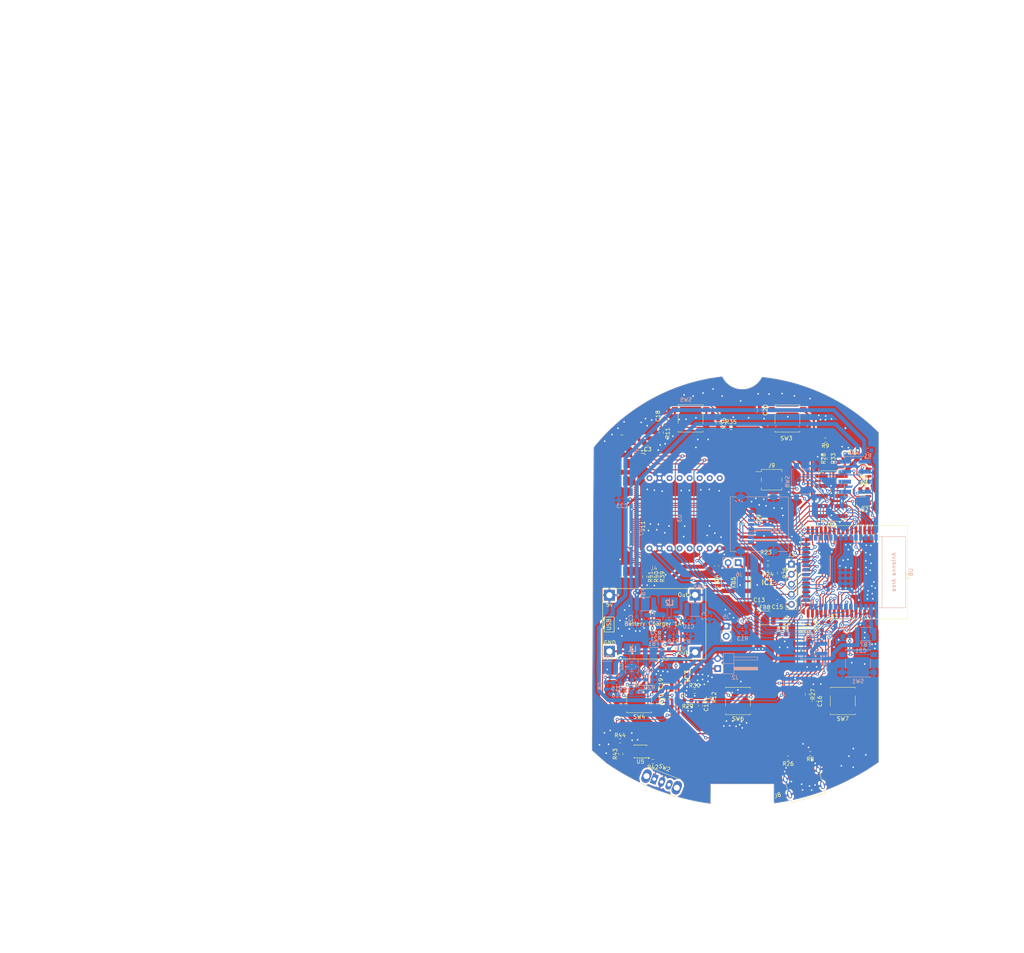
<source format=kicad_pcb>
(kicad_pcb (version 20240108) (generator "pcbnew") (generator_version "8.0")
  (layers (0 "F.Cu" signal) (31 "B.Cu" signal) (34 "B.Paste" user) (35 "F.Paste" user) (36 "B.SilkS" user "B.Silkscreen") (37 "F.SilkS" user "F.Silkscreen") (38 "B.Mask" user) (39 "F.Mask" user) (44 "Edge.Cuts" user))
  (net 0 "")
  (net 1 "RESET")
  (net 2 "GND")
  (net 3 "Net-(U6-3V3)")
  (net 4 "+3.3V")
  (net 5 "Net-(U1-VDD)")
  (net 6 "SPK2")
  (net 7 "SPK1")
  (net 8 "VBUS_USB")
  (net 9 "I2S_DOUT")
  (net 10 "VBUS_QI")
  (net 15 "I2S_WS")
  (net 16 "I2S_SCK")
  (net 17 "DISPLAY_TP_RST")
  (net 18 "BOOT")
  (net 19 "DEBUG_UART_TX")
  (net 20 "SWDIO")
  (net 21 "SWDCLK")
  (net 22 "DEBUG_UART_RX")
  (net 23 "DTR")
  (net 24 "RTS")
  (net 25 "DISPLAY_TP_IRQ")
  (net 26 "DISPLAY_DC")
  (net 27 "SPI_MOSI")
  (net 28 "/MCU/ADC_CH1")
  (net 29 "DISPLAY_RST")
  (net 30 "SPI_CLK")
  (net 31 "DISPLAY_CS")
  (net 33 "I2S_SD")
  (net 37 "SD_MOSI")
  (net 38 "SD_SCK")
  (net 39 "SD_MISO")
  (net 45 "Net-(Q1-B)")
  (net 46 "Net-(Q2-B)")
  (net 48 "I2C_SCL")
  (net 50 "SW1")
  (net 51 "SW2")
  (net 52 "SW3")
  (net 53 "SW4")
  (net 54 "BATT_VOLTAGE")
  (net 56 "Net-(J12-Pin_8)")
  (net 57 "Net-(J8-CC1)")
  (net 58 "Net-(U4-FB)")
  (net 59 "D+")
  (net 60 "D-")
  (net 61 "Net-(U4-PS{slash}SYNC)")
  (net 62 "TX")
  (net 63 "Net-(U1-VBUS)")
  (net 64 "I2C_SDA")
  (net 66 "RX")
  (net 67 "REG_EN")
  (net 68 "SW5")
  (net 69 "Net-(U2-FB)")
  (net 70 "Net-(J8-CC2)")
  (net 71 "Net-(U2-PS{slash}SYNC)")
  (net 72 "Net-(U4-L1)")
  (net 73 "Net-(U4-L2)")
  (net 74 "Net-(U2-L1)")
  (net 75 "Net-(U2-L2)")
  (net 77 "SD_CS")
  (net 79 "-BATT")
  (net 81 "VBUS")
  (net 82 "Charger_plugged_in?")
  (net 83 "Net-(IC1-~{SD_MODE})")
  (net 84 "Net-(IC1-GAIN_SLOT)")
  (net 85 "Net-(J6-Pin_2)")
  (net 86 "Net-(J6-Pin_1)")
  (net 87 "Net-(U4-VOUT)")
  (net 88 "Net-(U4-VIN)")
  (net 89 "Net-(U2-VOUT)")
  (net 90 "Net-(U2-VIN)")
  (net 91 "+BATT")
  (net 92 "+5V")
  (net 95 "Net-(J11-Pin_34)")
  (net 97 "Net-(J11-Pin_36)")
  (net 101 "Net-(J11-Pin_35)")
  (net 105 "unconnected-(U6-SPIIO6{slash}GPIO35{slash}FSPID{slash}SUBSPID-Pad28)")
  (net 109 "USB_DM_R")
  (net 110 "USB_DP_R")
  (net 112 "Net-(IC3-ILIM)")
  (net 113 "Net-(C18-Pad1)")
  (net 114 "Power_latching_circuit")
  (net 115 "Net-(U5-Q)")
  (net 116 "Net-(U5-~{PRE})")
  (net 117 "Net-(U5-~{CLR})")
  (net 118 "Net-(U5-D)")
  (footprint "lib:tp5100" (layer "F.Cu") (at 248.48 110.075)
    (property "Reference" "J4")
    (property "Value" "tp5100")
  )
  (footprint "Connector_FFC-FPC:TE_4-1734839-0_1x40-1MP_P0.5mm_Horizontal" (layer "F.Cu") (at 242.78 85.2375 -90)
    (property "Reference" "J11")
    (property "Value" "FPC_40P_LCD_ILI9488")
  )
  (footprint "Package_SO:TSSOP-8_3x3mm_P0.65mm" (layer "F.Cu") (at 245.2624 142.2654 180)
    (property "Reference" "U5")
    (property "Value" "74LVC2G74")
  )
  (footprint "Capacitor_SMD:C_0603_1608Metric_Pad1.08x0.95mm_HandSolder" (layer "F.Cu") (at 275.43 55.85 -90)
    (property "Reference" "C20")
    (property "Value" "1u")
  )
  (footprint "Resistor_SMD:R_0603_1608Metric_Pad0.98x0.95mm_HandSolder" (layer "F.Cu") (at 301.747 75.876)
    (property "Reference" "R3")
    (property "Value" "10k")
  )
  (footprint "Resistor_SMD:R_0603_1608Metric_Pad0.98x0.95mm_HandSolder" (layer "F.Cu") (at 251.95 128.9875 90)
    (property "Reference" "R10")
    (property "Value" "DNP")
  )
  (footprint "Capacitor_SMD:C_0603_1608Metric_Pad1.08x0.95mm_HandSolder" (layer "F.Cu") (at 299 68.072 180)
    (property "Reference" "C12")
    (property "Value" "10u")
  )
  (footprint "Capacitor_SMD:C_0603_1608Metric_Pad1.08x0.95mm_HandSolder" (layer "F.Cu") (at 251.1 57.3875 90)
    (property "Reference" "C18")
    (property "Value" "1u")
  )
  (footprint "Connector_PinHeader_2.54mm:PinHeader_1x05_P2.54mm_Vertical" (layer "F.Cu") (at 283.43 94.8675)
    (property "Reference" "J3")
    (property "Value" "i2s_mic")
  )
  (footprint "Resistor_SMD:R_0603_1608Metric_Pad0.98x0.95mm_HandSolder" (layer "F.Cu") (at 240.0991 139.614)
    (property "Reference" "R44")
    (property "Value" "100k")
  )
  (footprint "Button_Switch_SMD:SW_SPST_B3S-1000" (layer "F.Cu") (at 282.43 57.9875 180)
    (property "Reference" "SW3")
    (property "Value" "SW_Push")
  )
  (footprint "Resistor_SMD:R_0603_1608Metric_Pad0.98x0.95mm_HandSolder" (layer "F.Cu") (at 246.35 98.044 -90)
    (property "Reference" "R41")
    (property "Value" "220")
  )
  (footprint "Resistor_SMD:R_0603_1608Metric_Pad0.98x0.95mm_HandSolder" (layer "F.Cu") (at 293.7875 109.55)
    (property "Reference" "R37")
    (property "Value" "R")
  )
  (footprint "Resistor_SMD:R_0603_1608Metric_Pad0.98x0.95mm_HandSolder" (layer "F.Cu") (at 250.5 61.5625 90)
    (property "Reference" "R11")
    (property "Value" "DNP")
  )
  (footprint "Resistor_SMD:R_0603_1608Metric_Pad0.98x0.95mm_HandSolder" (layer "F.Cu") (at 249.35 98.044 -90)
    (property "Reference" "R39")
    (property "Value" "220")
  )
  (footprint "Resistor_SMD:R_0603_1608Metric_Pad0.98x0.95mm_HandSolder" (layer "F.Cu") (at 268.1497 60.2742)
    (property "Reference" "R35")
    (property "Value" "DNP")
  )
  (footprint "Capacitor_SMD:C_0603_1608Metric_Pad1.08x0.95mm_HandSolder" (layer "F.Cu") (at 251.841 125.095 90)
    (property "Reference" "C19")
    (property "Value" "1u")
  )
  (footprint "Resistor_SMD:R_0603_1608Metric_Pad0.98x0.95mm_HandSolder" (layer "F.Cu") (at 292.0175 63.4875 180)
    (property "Reference" "R9")
    (property "Value" "DNP")
  )
  (footprint "Resistor_SMD:R_0603_1608Metric_Pad0.98x0.95mm_HandSolder" (layer "F.Cu") (at 288.93 110.9875 90)
    (property "Reference" "R31")
    (property "Value" "0")
  )
  (footprint "Connector_FFC-FPC:TE_0-1734839-6_1x06-1MP_P0.5mm_Horizontal" (layer "F.Cu") (at 242.855 66.4875 -90)
    (property "Reference" "J1")
    (property "Value" "Touch")
  )
  (footprint "Resistor_SMD:R_0603_1608Metric_Pad0.98x0.95mm_HandSolder" (layer "F.Cu") (at 258.953 127)
    (property "Reference" "R30")
    (property "Value" "R")
  )
  (footprint "Resistor_SMD:R_0603_1608Metric_Pad0.98x0.95mm_HandSolder" (layer "F.Cu") (at 295.48 68.1375 90)
    (property "Reference" "R33")
    (property "Value" "dnp")
  )
  (footprint "Button_Switch_SMD:SW_SPST_B3S-1000" (layer "F.Cu") (at 244.93 128.9875 180)
    (property "Reference" "SW4")
    (property "Value" "SW_Push")
  )
  (footprint "Resistor_SMD:R_0603_1608Metric_Pad0.98x0.95mm_HandSolder" (layer "F.Cu") (at 282.6125 143.95 180)
    (property "Reference" "R26")
    (property "Value" "5.1k")
  )
  (footprint "Resistor_SMD:R_0603_1608Metric_Pad0.98x0.95mm_HandSolder" (layer "F.Cu") (at 248.4139 144.8054 180)
    (property "Reference" "R42")
    (property "Value" "R")
  )
  (footprint "Resistor_SMD:R_0603_1608Metric_Pad0.98x0.95mm_HandSolder" (layer "F.Cu") (at 262.45 128.5625 -90)
    (property "Reference" "R12")
    (property "Value" "DNP")
  )
  (footprint "Button_Switch_THT:SW_Slide_SPDT_Angled_CK_OS102011MA1Q" (layer "F.Cu") (at 248.75 149.25 -21)
    (property "Reference" "SW2")
    (property "Value" "REG_EN")
  )
  (footprint "Capacitor_SMD:C_0603_1608Metric_Pad1.08x0.95mm_HandSolder" (layer "F.Cu") (at 275.2875 105.35)
    (property "Reference" "C13")
    (property "Value" "100n")
  )
  (footprint "Capacitor_SMD:C_0603_1608Metric_Pad1.08x0.95mm_HandSolder" (layer "F.Cu") (at 280.797 109.1935 -90)
    (property "Reference" "C14")
    (property "Value" "100n")
  )
  (footprint "Resistor_SMD:R_0603_1608Metric_Pad0.98x0.95mm_HandSolder" (layer "F.Cu") (at 291.15 110.5875 90)
    (property "Reference" "R38")
    (property "Value" "R")
  )
  (footprint "Resistor_SMD:R_0603_1608Metric_Pad0.98x0.95mm_HandSolder" (layer "F.Cu") (at 277.5175 95.9875 180)
    (property "Reference" "R24")
    (property "Value" "DNP")
  )
  (footprint "Resistor_SMD:R_0603_1608Metric_Pad0.98x0.95mm_HandSolder" (layer "F.Cu") (at 292.97 68.1375 90)
    (property "Reference" "R28")
    (property "Value" "dnp")
  )
  (footprint "M12SF1:M12SF1" (layer "F.Cu") (at 294.141 97.9488 -90)
    (property "Reference" "U1")
    (property "Value" "~")
  )
  (footprint "Resistor_SMD:R_1812_4532Metric" (layer "F.Cu") (at 276.7375 108.45)
    (property "Reference" "FB8")
    (property "Value" "FerriteBead")
  )
  (footprint "Capacitor_SMD:C_0603_1608Metric_Pad1.08x0.95mm_HandSolder" (layer "F.Cu") (at 247.1125 64.35 180)
    (property "Reference" "C3")
    (property "Value" "100n")
  )
  (footprint "Capacitor_SMD:C_0603_1608Metric_Pad1.08x0.95mm_HandSolder" (layer "F.Cu") (at 264.5156 95.3019 -90)
    (property "Reference" "C4")
    (property "Value" "100n")
  )
  (footprint "Resistor_SMD:R_0603_1608Metric_Pad0.98x0.95mm_HandSolder" (layer "F.Cu") (at 287.45 127.7875 -90)
    (property "Reference" "R27")
    (property "Value" "DNP")
  )
  (footprint "Resistor_SMD:R_0603_1608Metric_Pad0.98x0.95mm_HandSolder" (layer "F.Cu") (at 247.85 98.044 -90)
    (property "Reference" "R40")
    (property "Value" "220")
  )
  (footprint "Resistor_SMD:R_0603_1608Metric_Pad0.98x0.95mm_HandSolder" (layer "F.Cu") (at 280.43 97.075 -90)
    (property "Reference" "R25")
    (property "Value" "1M")
  )
  (footprint "Button_Switch_SMD:SW_SPST_B3S-1000" (layer "F.Cu") (at 257.93 57.9875)
    (property "Reference" "SW5")
    (property "Value" "SW_Push")
  )
  (footprint "Capacitor_SMD:C_0603_1608Metric_Pad1.08x0.95mm_HandSolder" (layer "F.Cu") (at 276.65 83.2375 90)
    (property "Reference" "C9")
    (property "Value" "10u")
  )
  (footprint "lib:QFN50P300X300X80-17N" (layer "F.Cu") (at 277.43 99.4875 180)
    (property "Reference" "IC1")
    (property "Value" "MAX98357AETE+T" (hide yes))
  )
  (footprint "Resistor_SMD:R_0603_1608Metric_Pad0.98x0.95mm_HandSolder" (layer "F.Cu") (at 287.43 110.9875 90)
    (property "Reference" "R32")
    (property "Value" "0")
  )
  (footprint "Resistor_SMD:R_0603_1608Metric_Pad0.98x0.95mm_HandSolder" (layer "F.Cu") (at 264.8966 59.2055 -90)
    (property "Reference" "R36")
    (property "Value" "DNP")
  )
  (footprint "Resistor_SMD:R_0603_1608Metric_Pad0.98x0.95mm_HandSolder" (layer "F.Cu") (at 301.7875 74.15)
    (property "Reference" "R2")
    (property "Value" "10k")
  )
  (footprint "Capacitor_SMD:C_0603_1608Metric_Pad1.08x0.95mm_HandSolder" (layer "F.Cu") (at 260.45 130.6875 -90)
    (property "Reference" "C17")
    (property "Value" "1u")
  )
  (footprint "lib:SON65P300X300X100-9N-D" (layer "F.Cu") (at 257.175 123.19 90)
    (property "Reference" "IC3")
    (property "Value" "TPS2115ADRBT" (hide yes))
  )
  (footprint "lib:AMPHENOL_GSB1C411111DS1HR" (layer "F.Cu") (at 287.143671 151.999619 16)
    (property "Reference" "J8")
    (property "Value" "GSB1C411111DS1HR")
  )
  (footprint "Capacitor_SMD:C_0603_1608Metric_Pad1.08x0.95mm_HandSolder" (layer "F.Cu") (at 289.2 129.5625 -90)
    (property "Reference" "C16")
    (property "Value" "1u")
  )
  (footprint "Resistor_SMD:R_0603_1608Metric_Pad0.98x0.95mm_HandSolder" (layer "F.Cu") (at 277.5175 94.4875)
    (property "Reference" "R23")
    (property "Value" "DNP")
  )
  (footprint "Button_Switch_SMD:SW_SPST_B3S-1000" (layer "F.Cu") (at 269.93 129.4875 180)
    (property "Reference" "SW6")
    (property "Value" "SW_Push")
  )
  (footprint "Connector_PinHeader_2.54mm:PinHeader_2x02_P2.54mm_Vertical_SMD" (layer "F.Cu") (at 278.43 73.4875)
    (property "Reference" "J9")
    (property "Value" "Conn_02x02_Odd_Even" (hide yes))
  )
  (footprint "Connector_PinHeader_2.54mm:PinHeader_2x05_P2.54mm_Vertical_SMD" (layer "F.Cu") (at 293.56 77.6125 180)
    (property "Reference" "J12")
    (property "Value" "Display")
  )
  (footprint "Resistor_SMD:R_0603_1608Metric_Pad0.98x0.95mm_HandSolder" (layer "F.Cu") (at 288.1875 142.8 180)
    (property "Reference" "R8")
    (property "Value" "5.1k")
  )
  (footprint "Resistor_SMD:R_1812_4532Metric" (layer "F.Cu") (at 271.43 99.4875 90)
    (property "Reference" "FB5")
    (property "Value" "FerriteBead")
  )
  (footprint "Resistor_SMD:R_0603_1608Metric_Pad0.98x0.95mm_HandSolder" (layer "F.Cu") (at 281.1291 112.6744)
    (property "Reference" "R34")
    (property "Value" "0")
  )
  (footprint "Package_TO_SOT_SMD:SOT-23" (layer "F.Cu") (at 301.947 78.626 180)
    (property "Reference" "Q2")
    (property "Value" "BC817")
  )
  (footprint "Resistor_SMD:R_1812_4532Metric" (layer "F.Cu") (at 267.43 99.4875 90)
    (property "Reference" "FB6")
    (property "Value" "FerriteBead")
  )
  (footprint "Package_TO_SOT_SMD:SOT-23" (layer "F.Cu") (at 302.0095 71.676 180)
    (property "Reference" "Q1")
    (property "Value" "BC817")
  )
  (footprint "Resistor_SMD:R_0603_1608Metric_Pad0.98x0.95mm_HandSolder" (layer "F.Cu") (at 257.1985 129.413 180)
    (property "Reference" "R29")
    (property "Value" "10k")
  )
  (footprint "Capacitor_SMD:C_0603_1608Metric_Pad1.08x0.95mm_HandSolder" (layer "F.Cu") (at 279.908 104.267 180)
    (property "Reference" "C15")
    (property "Value" "100n")
  )
  (footprint "Button_Switch_SMD:SW_SPST_B3S-1000" (layer "F.Cu") (at 296.43 129.4875 180)
    (property "Reference" "SW7")
    (property "Value" "SW_Push")
  )
  (footprint "Resistor_SMD:R_0603_1608Metric_Pad0.98x0.95mm_HandSolder" (layer "F.Cu") (at 240.3004 142.9141 90)
    (property "Reference" "R43")
    (property "Value" "100k")
  )
  (footprint "Resistor_SMD:R_0603_1608Metric_Pad0.98x0.95mm_HandSolder" (layer "B.Cu") (at 257.0375 113.1)
    (property "Reference" "R7")
    (property "Value" "DNP")
  )
  (footprint "Resistor_SMD:R_0603_1608Metric_Pad0.98x0.95mm_HandSolder" (layer "B.Cu") (at 239.2661 126.3904 180)
    (property "Reference" "R16")
    (property "Value" "178k")
  )
  (footprint "Connector_PinHeader_2.54mm:PinHeader_1x02_P2.54mm_Horizontal" (layer "B.Cu") (at 264.795 121.285)
    (property "Reference" "J2")
    (property "Value" "wireless_charging")
  )
  (footprint "Capacitor_SMD:C_0603_1608Metric_Pad1.08x0.95mm_HandSolder" (layer "B.Cu") (at 247.6003 120.3452)
    (property "Reference" "C6")
    (property "Value" "10u")
  )
  (footprint "Resistor_SMD:R_0603_1608Metric_Pad0.98x0.95mm_HandSolder" (layer "B.Cu") (at 242.952 126.5629 -90)
    (property "Reference" "R4")
    (property "Value" "1M")
  )
  (footprint "Resistor_SMD:R_0603_1608Metric_Pad0.98x0.95mm_HandSolder" (layer "B.Cu") (at 249.1125 113.75 180)
    (property "Reference" "R22")
    (property "Value" "110k")
  )
  (footprint "lib:INDC3225X120N" (layer "B.Cu") (at 252.6 104.648)
    (property "Reference" "L2")
    (property "Value" "2.2uH" (hide yes))
  )
  (footprint "Button_Switch_SMD:SW_SPST_B3S-1000" (layer "B.Cu") (at 300.2788 119.9896)
    (property "Reference" "SW1")
    (property "Value" "RST")
  )
  (footprint "Capacitor_SMD:C_0603_1608Metric_Pad1.08x0.95mm_HandSolder" (layer "B.Cu") (at 240.6125 78.7)
    (property "Reference" "C23")
    (property "Value" "100n")
  )
  (footprint "Resistor_SMD:R_0603_1608Metric_Pad0.98x0.95mm_HandSolder" (layer "B.Cu") (at 254.9375 114.95)
    (property "Reference" "R18")
    (property "Value" "DNP")
  )
  (footprint "Capacitor_SMD:C_0603_1608Metric_Pad1.08x0.95mm_HandSolder" (layer "B.Cu") (at 251.6135 120.396)
    (property "Reference" "C5")
    (property "Value" "10u")
  )
  (footprint "Espressif:ESP32-S3-WROOM-1" (layer "B.Cu") (at 296.57 96.8875 90)
    (property "Reference" "U6")
    (property "Value" "ESP32-S3-WROOM-1")
  )
  (footprint "Resistor_SMD:R_1812_4532Metric" (layer "B.Cu") (at 236.8335 121.158 180)
    (property "Reference" "FB2")
    (property "Value" "742792510" (hide yes))
  )
  (footprint "lib:INDC3225X120N" (layer "B.Cu") (at 243.198 116.332)
    (property "Reference" "L1")
    (property "Value" "2.2uH" (hide yes))
  )
  (footprint "Resistor_SMD:R_1812_4532Metric" (layer "B.Cu") (at 246.4625 104.95 180)
    (property "Reference" "FB4")
    (property "Value" "742792510")
  )
  (footprint "Connector_Card:microSD_HC_Molex_47219-2001" (layer "B.Cu") (at 275.33 84.7375 -90)
    (property "Reference" "J7")
    (property "Value" "Micro_SD_Card")
  )
  (footprint "lib:DFPlayer_V2" (layer "B.Cu") (at 265.32 83.2575 90)
    (property "Reference" "U3")
    (property "Value" "DFR0299")
  )
  (footprint "Package_SON:Texas_DRC0010J_ThermalVias" (layer "B.Cu") (at 252.547 109.5625 -90)
    (property "Reference" "U4")
    (property "Value" "TPS63000")
  )
  (footprint "Resistor_SMD:R_0603_1608Metric_Pad0.98x0.95mm_HandSolder" (layer "B.Cu") (at 253.5875 113.1)
    (property "Reference" "R19")
    (property "Value" "1M")
  )
  (footprint "Button_Switch_SMD:SW_SPST_B3S-1000" (layer "B.Cu") (at 286.93 73.9875 -90)
    (property "Reference" "SW8")
    (property "Value" "RST")
  )
  (footprint "Resistor_SMD:R_0603_1608Metric_Pad0.98x0.95mm_HandSolder" (layer "B.Cu") (at 302.768 66.04)
    (property "Reference" "R1")
    (property "Value" "10k")
  )
  (footprint "Package_SON:Texas_DRC0010J_ThermalVias" (layer "B.Cu") (at 243.072 120.8064 -90)
    (property "Reference" "U2")
    (property "Value" "TPS63000")
  )
  (footprint "Connector_PinHeader_2.54mm:PinHeader_1x02_P2.54mm_Vertical" (layer "B.Cu") (at 269.97 94.4875 90)
    (property "Reference" "J6")
    (property "Value" "Speaker")
  )
  (footprint "Connector_PinHeader_2.54mm:PinHeader_1x02_P2.54mm_Vertical" (layer "B.Cu") (at 266.954 110.5408 180)
    (property "Reference" "J5")
    (property "Value" "BATTERY")
  )
  (footprint "Capacitor_SMD:C_0603_1608Metric_Pad1.08x0.95mm_HandSolder" (layer "B.Cu") (at 297.3324 113.0808 180)
    (property "Reference" "C1")
    (property "Value" "1u")
  )
  (footprint "Resistor_SMD:R_0603_1608Metric_Pad0.98x0.95mm_HandSolder" (layer "B.Cu") (at 249.1375 112.25)
    (property "Reference" "R21")
    (property "Value" "1M")
  )
  (footprint "Resistor_SMD:R_0603_1608Metric_Pad0.98x0.95mm_HandSolder" (layer "B.Cu") (at 252.45 115.5125 -90)
    (property "Reference" "R17")
    (property "Value" "1M")
  )
  (footprint "Connector_PinHeader_2.54mm:PinHeader_2x02_P2.54mm_Vertical_SMD" (layer "B.Cu") (at 288.455 116.2575 180)
    (property "Reference" "J13")
    (property "Value" "DEBUG_NRF")
  )
  (footprint "Capacitor_SMD:C_0603_1608Metric_Pad1.08x0.95mm_HandSolder" (layer "B.Cu") (at 244.3 109.05 -90)
    (property "Reference" "C22")
    (property "Value" "100n")
  )
  (footprint "Resistor_SMD:R_0603_1608Metric_Pad0.98x0.95mm_HandSolder" (layer "B.Cu") (at 245.3885 125.6504)
    (property "Reference" "R5")
    (property "Value" "DNP")
  )
  (footprint "Capacitor_SMD:C_0603_1608Metric_Pad1.08x0.95mm_HandSolder" (layer "B.Cu") (at 302.6664 109.8804 180)
    (property "Reference" "C2")
    (property "Value" "100n")
  )
  (footprint "Resistor_SMD:R_0603_1608Metric_Pad0.98x0.95mm_HandSolder" (layer "B.Cu") (at 271.0125 110.55 180)
    (property "Reference" "R14")
    (property "Value" "R")
  )
  (footprint "Resistor_SMD:R_1812_4532Metric" (layer "B.Cu") (at 259.1125 106.35 180)
    (property "Reference" "FB3")
    (property "Value" "742792510")
  )
  (footprint "Capacitor_SMD:C_0603_1608Metric_Pad1.08x0.95mm_HandSolder" (layer "B.Cu") (at 262.75 107.9625 -90)
    (property "Reference" "C7")
    (property "Value" "10u")
  )
  (footprint "Resistor_SMD:R_0603_1608Metric_Pad0.98x0.95mm_HandSolder" (layer "B.Cu") (at 244.0715 124.1264)
    (property "Reference" "R6")
    (property "Value" "1M")
  )
  (footprint "Resistor_SMD:R_1812_4532Metric" (layer "B.Cu") (at 248.6152 117.6528 180)
    (property "Reference" "FB1")
    (property "Value" "742792510")
  )
  (footprint "Capacitor_SMD:C_0603_1608Metric_Pad1.08x0.95mm_HandSolder" (layer "B.Cu") (at 246.7 108.6375 -90)
    (property "Reference" "C11")
    (property "Value" "10u")
  )
  (footprint "Capacitor_SMD:C_0603_1608Metric_Pad1.08x0.95mm_HandSolder" (layer "B.Cu") (at 300.9911 115.3668)
    (property "Reference" "C21")
    (property "Value" "100n")
  )
  (footprint "Resistor_SMD:R_0603_1608Metric_Pad0.98x0.95mm_HandSolder" (layer "B.Cu") (at 271.0875 112.25)
    (property "Reference" "R13")
    (property "Value" "R")
  )
  (footprint "Resistor_SMD:R_0603_1608Metric_Pad0.98x0.95mm_HandSolder" (layer "B.Cu") (at 247.4205 124.1264)
    (property "Reference" "R20")
    (property "Value" "DNP")
  )
  (footprint "Resistor_SMD:R_0603_1608Metric_Pad0.98x0.95mm_HandSolder" (layer "B.Cu") (at 239.2661 124.8664)
    (property "Reference" "R15")
    (property "Value" "1M")
  )
  (footprint "Resistor_SMD:R_1812_4532Metric" (layer "B.Cu") (at 302.2 112.55)
    (property "Reference" "FB7")
    (property "Value" "FerriteBead")
  )
  (footprint "Capacitor_SMD:C_0603_1608Metric_Pad1.08x0.95mm_HandSolder" (layer "B.Cu") (at 236.474 125.6792 -90)
    (property "Reference" "C8")
    (property "Value" "10u")
  )
  (footprint "Capacitor_SMD:C_0603_1608Metric_Pad1.08x0.95mm_HandSolder" (layer "B.Cu") (at 257.4375 109.2)
    (property "Reference" "C10")
    (property "Value" "10u")
  )
  (footprint "Connector_PinHeader_2.54mm:PinHeader_2x04_P2.54mm_Vertical_SMD" (layer "B.Cu") (at 299.455 72.7175 180)
    (property "Reference" "J10")
    (property "Value" "DEBUG_ESP")
  )
  (gr_arc (start 263 155.5) (mid 249.093372 151.891725) (end 236.443999 145.079434) (stroke (width 0.1)) (layer "Edge.Cuts"))
  (gr_line (start 233.422336 65.320352) (end 233 142) (stroke (width 0.1)) (layer "Edge.Cuts"))
  (gr_line (start 279 155) (end 279.190005 155.376005) (stroke (width 0.1)) (layer "Edge.Cuts"))
  (gr_arc (start 276.001517 47.485261) (mid 270.933195 50.595128) (end 265.942627 47.361957) (stroke (width 0.1)) (layer "Edge.Cuts"))
  (gr_line (start 263 151) (end 263 150.5) (stroke (width 0.1)) (layer "Edge.Cuts"))
  (gr_line (start 305.5 61.5) (end 305.5 145) (stroke (width 0.1)) (layer "Edge.Cuts"))
  (gr_line (start 279 150.5) (end 279 155) (stroke (width 0.1)) (layer "Edge.Cuts"))
  (gr_line (start 263 150.5) (end 279 150.5) (stroke (width 0.1)) (layer "Edge.Cuts"))
  (gr_arc (start 276.001517 47.485261) (mid 291.956996 51.953719) (end 305.499999 61.500001) (stroke (width 0.1)) (layer "Edge.Cuts"))
  (gr_arc (start 233.422336 65.320352) (mid 247.891372 53.097691) (end 265.942627 47.361957) (stroke (width 0.1)) (layer "Edge.Cuts"))
  (gr_arc (start 305.5 145) (mid 292.96644 151.763756) (end 279.190005 155.376005) (stroke (width 0.1)) (layer "Edge.Cuts"))
  (gr_line (start 263 155.5) (end 263 151) (stroke (width 0.1)) (layer "Edge.Cuts"))
  (gr_line (start 233 142) (end 236.443999 145.079434) (stroke (width 0.1)) (layer "Edge.Cuts"))
  (segment (start 299.93 101.9875) (end 304.841 97.0765) (width 0.25) (layer "F.Cu") (net 1))
  (segment (start 301.0095 79.114408) (end 302.096092 80.201) (width 0.25) (layer "F.Cu") (net 1))
  (segment (start 296.155 102.737195) (end 296.904695 101.9875) (width 0.25) (layer "F.Cu") (net 1))
  (segment (start 296.466 110.201195) (end 296.466 107.3238) (width 0.25) (layer "F.Cu") (net 1))
  (segment (start 304.841 83.3985) (end 303.93 82.4875) (width 0.25) (layer "F.Cu") (net 1))
  (segment (start 296.58 107.4378) (end 296.466 107.3238) (width 0.25) (layer "F.Cu") (net 1))
  (segment (start 296.155 107.0128) (end 296.155 102.737195) (width 0.25) (layer "F.Cu") (net 1))
  (segment (start 304.841 97.0765) (end 304.841 83.3985) (width 0.25) (layer "F.Cu") (net 1))
  (segment (start 298.196 114.2462) (end 298.196 117.5364) (width 0.25) (layer "F.Cu") (net 1))
  (segment (start 296.404695 110.2625) (end 296.466 110.201195) (width 0.25) (layer "F.Cu") (net 1))
  (segment (start 302.096092 80.201) (end 302.197 80.201) (width 0.25) (layer "F.Cu") (net 1))
  (segment (start 296.466 107.3238) (end 296.155 107.0128) (width 0.25) (layer "F.Cu") (net 1))
  (segment (start 298.196 117.5364) (end 298.3992 117.7396) (width 0.25) (layer "F.Cu") (net 1))
  (segment (start 301.0095 78.626) (end 301.0095 79.114408) (width 0.25) (layer "F.Cu") (net 1))
  (segment (start 303.93 81.934) (end 303.93 82.4875) (width 0.25) (layer "F.Cu") (net 1))
  (segment (start 296.904695 101.9875) (end 299.93 101.9875) (width 0.25) (layer "F.Cu") (net 1))
  (segment (start 302.197 80.201) (end 303.93 81.934) (width 0.25) (layer "F.Cu") (net 1))
  (via (at 298.196 114.2462) (size 0.8) (drill 0.4) (layers "F.Cu" "B.Cu") (net 1))
  (via (at 296.404695 110.2625) (size 0.8) (drill 0.4) (layers "F.Cu" "B.Cu") (net 1))
  (via (at 298.3992 117.7396) (size 0.8) (drill 0.4) (layers "F.Cu" "B.Cu") (net 1))
  (via (at 303.93 82.4875) (size 0.8) (drill 0.4) (layers "F.Cu" "B.Cu") (net 1))
  (segment (start 298.45 110.2625) (end 298.5375 110.2625) (width 0.25) (layer "B.Cu") (net 1))
  (segment (start 298.6775 110.25) (end 298.77395 110.15355) (width 0.25) (layer "B.Cu") (net 1))
  (segment (start 298.1949 110.7326) (end 298.77395 110.15355) (width 0.25) (layer "B.Cu") (net 1))
  (segment (start 302.29 106.6375) (end 302.29 105.6375) (width 0.25) (layer "B.Cu") (net 1))
  (segment (start 303.784 67.1035) (end 301.98 68.9075) (width 0.25) (layer "B.Cu") (net 1))
  (segment (start 303.055 68.9075) (end 303.93 69.7825) (width 0.25) (layer "B.Cu") (net 1))
  (segment (start 304.275 117.7184) (end 304.2538 117.7396) (width 0.25) (layer "B.Cu") (net 1))
  (segment (start 303.6805 66.04) (end 303.784 66.1435) (width 0.25) (layer "B.Cu") (net 1))
  (segment (start 298.1949 113.0808) (end 298.1949 114.2451) (width 0.25) (layer "B.Cu") (net 1))
  (segment (start 298.77395 110.15355) (end 302.29 106.6375) (width 0.25) (layer "B.Cu") (net 1))
  (segment (start 303.93 69.7825) (end 303.93 82.4875) (width 0.25) (layer "B.Cu") (net 1))
  (segment (start 303.784 66.1435) (end 303.784 67.1035) (width 0.25) (layer "B.Cu") (net 1))
  (segment (start 298.1949 113.0808) (end 298.1949 110.7326) (width 0.25) (layer "B.Cu") (net 1))
  (segment (start 298.3992 117.7396) (end 296.3038 117.7396) (width 0.25) (layer "B.Cu") (net 1))
  (segment (start 298.55 110.25) (end 298.6775 110.25) (width 0.25) (layer "B.Cu") (net 1))
  (segment (start 301.98 68.9075) (end 303.055 68.9075) (width 0.25) (layer "B.Cu") (net 1))
  (segment (start 304.2538 117.7396) (end 298.3992 117.7396) (width 0.25) (layer "B.Cu") (net 1))
  (segment (start 296.404695 110.2625) (end 298.45 110.2625) (width 0.25) (layer "B.Cu") (net 1))
  (segment (start 298.5375 110.2625) (end 298.55 110.25) (width 0.25) (layer "B.Cu") (net 1))
  (segment (start 298.1949 114.2451) (end 298.196 114.2462) (width 0.25) (layer "B.Cu") (net 1))
  (segment (start 287.191 105.55999) (end 283.9974 108.75359) (width 0.25) (layer "F.Cu") (net 2))
  (segment (start 257.5 125.4812) (end 257.5 124.64) (width 0.25) (layer "F.Cu") (net 2))
  (segment (start 278.88 99.2375) (end 277.68 99.2375) (width 0.25) (layer "F.Cu") (net 2))
  (segment (start 242.810578 67.7375) (end 241.444721 66.371643) (width 0.25) (layer "F.Cu") (net 2))
  (segment (start 298.1375 68.072) (end 298.6162 67.5933) (width 0.25) (layer "F.Cu") (net 2))
  (segment (start 283.9974 108.75359) (end 283.9974 109.855) (width 0.25) (layer "F.Cu") (net 2))
  (segment (start 277.18 99.7375) (end 275.98 99.7375) (width 0.25) (layer "F.Cu") (net 2))
  (segment (start 245.4481 77.4875) (end 246.9896 75.946) (width 0.25) (layer "F.Cu") (net 2))
  (segment (start 257.048 125.9332) (end 257.5 125.4812) (width 0.25) (layer "F.Cu") (net 2))
  (segment (start 275.98 99.7375) (end 275.205306 99.7375) (width 0.25) (layer "F.Cu") (net 2))
  (segment (start 246.548 141.2904) (end 244.5512 139.2936) (width 0.25) (layer "F.Cu") (net 2))
  (segment (start 287.191 90.8488) (end 287.191 88.6488) (width 0.5) (layer "F.Cu") (net 2))
  (segment (start 244.13 93.4875) (end 240.2939 93.4875) (width 0.25) (layer "F.Cu") (net 2))
  (segment (start 298.6162 67.5933) (end 298.6162 66.1554) (width 0.25) (layer "F.Cu") (net 2))
  (segment (start 298.6162 66.1554) (end 297.8404 65.3796) (width 0.25) (layer "F.Cu") (net 2))
  (segment (start 287.191 105.1488) (end 287.191 105.55999) (width 0.25) (layer "F.Cu") (net 2))
  (segment (start 304.166 107.3238) (end 301.966 107.3238) (width 0.5) (layer "F.Cu") (net 2))
  (segment (start 285.9384 89.7488) (end 285.5468 89.3572) (width 0.5) (layer "F.Cu") (net 2))
  (segment (start 277.68 99.2375) (end 277.43 99.4875) (width 0.25) (layer "F.Cu") (net 2))
  (segment (start 303.066 82.2892) (end 302.4124 81.6356) (width 0.25) (layer "F.Cu") (net 2))
  (segment (start 285.968 89.7488) (end 285.3944 90.3224) (width 0.5) (layer "F.Cu") (net 2))
  (segment (start 277.68 99.7375) (end 277.68 100.9375) (width 0.25) (layer "F.Cu") (net 2))
  (segment (start 247.4124 141.2904) (end 246.548 141.2904) (width 0.25) (layer "F.Cu") (net 2))
  (segment (start 304.166 86.3238) (end 301.966 86.3238) (width 0.25) (layer "F.Cu") (net 2))
  (segment (start 240.2939 93.4875) (end 240.1316 93.6498) (width 0.25) (layer "F.Cu") (net 2))
  (segment (start 275.205306 99.7375) (end 274.805153 100.137653) (width 0.25) (layer "F.Cu") (net 2))
  (segment (start 287.191 89.7488) (end 285.968 89.7488) (width 0.5) (layer "F.Cu") (net 2))
  (segment (start 301.966 81.5448) (end 301.4472 81.026) (width 0.25) (layer "F.Cu") (net 2))
  (segment (start 304.166 86.3238) (end 304.166 83.7702) (width 0.25) (layer "F.Cu") (net 2))
  (segment (start 244.205 67.7375) (end 242.810578 67.7375) (width 0.25) (layer "F.Cu") (net 2))
  (segment (start 303.066 86.3238) (end 303.066 82.2892) (width 0.25) (layer "F.Cu") (net 2))
  (segment (start 244.13 77.4875) (end 245.4481 77.4875) (width 0.25) (layer "F.Cu") (net 2))
  (segment (start 277.43 99.4875) (end 277.18 99.7375) (width 0.25) (layer "F.Cu") (net 2))
  (segment (start 292.97 69.05) (end 292.97 70.5975) (width 0.25) (layer "F.Cu") (net 2))
  (segment (start 292.97 70.5975) (end 291.035 72.5325) (width 0.25) (layer "F.Cu") (net 2))
  (segment (start 277.43 99.4875) (end 277.68 99.7375) (width 0.25) (layer "F.Cu") (net 2))
  (segment (start 304.166 83.7702) (end 304.0888 83.693) (width 0.25) (layer "F.Cu") (net 2))
  (segment (start 287.191 89.7488) (end 285.9384 89.7488) (width 0.5) (layer "F.Cu") (net 2))
  (segment (start 244.13 80.9875) (end 243.0911 80.9875) (width 0.25) (layer "F.Cu") (net 2))
  (segment (start 244.13 82.9875) (end 244.13 90.9875) (width 0.25) (layer "F.Cu") (net 2))
  (segment (start 301.966 86.3238) (end 301.966 81.5448) (width 0.25) (layer "F.Cu") (net 2))
  (segment (start 243.0911 80.9875) (end 243.078 81.0006) (width 0.25) (layer "F.Cu") (net 2))
  (via (at 286.0294 150.5458) (size 0.8) (drill 0.4) (layers "F.Cu" "B.Cu") (net 2))
  (via (at 287.6296 73.5076) (size 0.8) (drill 0.4) (layers "F.Cu" "B.Cu") (net 2))
  (via (at 236.22 63.754) (size 0.8) (drill 0.4) (layers "F.Cu" "B.Cu") (net 2))
  (via (at 248.0818 58.3692) (size 0.8) (drill 0.4) (layers "F.Cu" "B.Cu") (net 2))
  (via (at 285.5468 89.3572) (size 0.8) (drill 0.4) (layers "F.Cu" "B.Cu") (net 2))
  (via (at 249.3772 86.1568) (size 0.8) (drill 0.4) (layers "F.Cu" "B.Cu") (net 2))
  (via (at 287.401 120.904) (size 0.8) (drill 0.4) (layers "F.Cu" "B.Cu") (net 2))
  (via (at 267.8176 135.7376) (size 0.8) (drill 0.4) (layers "F.Cu" "B.Cu") (net 2))
  (via (at 268.5796 134.5692) (size 0.8) (drill 0.4) (layers "F.Cu" "B.Cu") (net 2))
  (via (at 246.0498 127.3556) (size 0.8) (drill 0.4) (layers "F.Cu" "B.Cu") (net 2))
  (via (at 268.732 57.658) (size 0.8) (drill 0.4) (layers "F.Cu" "B.Cu") (net 2))
  (via (at 288.417 115.062) (size 0.8) (drill 0.4) (layers "F.Cu" "B.Cu") (net 2))
  (via (at 259.7658 63.2968) (size 0.8) (drill 0.4) (layers "F.Cu" "B.Cu") (net 2))
  (via (at 293.624 91.7448) (size 0.8) (drill 0.4) (layers "F.Cu" "B.Cu") (net 2))
  (via (at 243.078 81.0006) (size 0.8) (drill 0.4) (layers "F.Cu" "B.Cu") (net 2))
  (via (at 241.1222 58.8518) (size 0.8) (drill 0.4) (layers "F.Cu" "B.Cu") (net 2))
  (via (at 275.0312 51.7652) (size 0.8) (drill 0.4) (layers "F.Cu" "B.Cu") (net 2))
  (via (at 243.057505 137.607561) (size 0.8) (drill 0.4) (layers "F.Cu" "B.Cu") (net 2))
  (via (at 290.576 91.8972) (size 0.8) (drill 0.4) (layers "F.Cu" "B.Cu") (net 2))
  (via (at 302.26 94.0308) (size 0.8) (drill 0.4) (layers "F.Cu" "B.Cu") (net 2))
  (via (at 301.4472 81.026) (size 0.8) (drill 0.4) (layers "F.Cu" "B.Cu") (net 2))
  (via (at 280.4668 115.9256) (size 0.8) (drill 0.4) (layers "F.Cu" "B.Cu") (net 2))
  (via (at 304.0888 83.693) (size 0.8) (drill 0.4) (layers "F.Cu" "B.Cu") (net 2))
  (via (at 281.2796 82.55) (size 0.8) (drill 0.4) (layers "F.Cu" "B.Cu") (net 2))
  (via (at 255.5748 76.2508) (size 0.8) (drill 0.4) (layers "F.Cu" "B.Cu") (net 2))
  (via (at 269.4432 135.89) (size 0.8) (drill 0.4) (layers "F.Cu" "B.Cu") (net 2))
  (via (at 249.7836 121.92) (size 0.8) (drill 0.4) (layers "F.Cu" "B.Cu") (net 2))
  (via (at 300.3804 96.1644) (size 0.8) (drill 0.4) (layers "F.Cu" "B.Cu") (net 2))
  (via (at 271.018 136.2964) (size 0.8) (drill 0.4) (layers "F.Cu" "B.Cu") (net 2))
  (via (at 260.9596 124.0536) (size 0.8) (drill 0.4) (layers "F.Cu" "B.Cu") (net 2))
  (via (at 279.0444 80.6704) (size 0.8) (drill 0.4) (layers "F.Cu" "B.Cu") (net 2))
  (via (at 237.5916 136.9568) (size 0.8) (drill 0.4) (layers "F.Cu" "B.Cu") (net 2))
  (via (at 261.0866 51.562) (size 0.8) (drill 0.4) (layers "F.Cu" "B.Cu") (net 2))
  (via (at 253.4666 62.484) (size 0.8) (drill 0.4) (layers "F.Cu" "B.Cu") (net 2))
  (via (at 269.9004 126.6952) (size 0.8) (drill 0.4) (layers "F.Cu" "B.Cu") (net 2))
  (via (at 250.952 121.9708) (size 0.8) (drill 0.4) (layers "F.Cu" "B.Cu") (net 2))
  (via (at 265.938 95.8596) (size 0.8) (drill 0.4) (layers "F.Cu" "B.Cu") (net 2))
  (via (at 297.7388 93.6752) (size 0.8) (drill 0.4) (layers "F.Cu" "B.Cu") (net 2))
  (via (at 286.259587 151.998936) (size 0.8) (drill 0.4) (layers "F.Cu" "B.Cu") (net 2))
  (via (at 296.164 78.8924) (size 0.8) (drill 0.4) (layers "F.Cu" "B.Cu") (net 2))
  (via (at 234.8992 140.5636) (size 0.8) (drill 0.4) (layers "F.Cu" "B.Cu") (net 2))
  (via (at 281.0256 80.7212) (size 0.8) (drill 0.4) (layers "F.Cu" "B.Cu") (net 2))
  (via (at 239.5728 60.452) (size 0.8) (drill 0.4) (layers "F.Cu" "B.Cu") (net 2))
  (via (at 273.3548 79.0448) (size 0.8) (drill 0.4) (layers "F.Cu" "B.Cu") (net 2))
  (via (at 302.8188 101.6) (size 0.8) (drill 0.4) (layers "F.Cu" "B.Cu") (net 2))
  (via (at 282.0924 146.431) (size 0.8) (drill 0.4) (layers "F.Cu" "B.Cu") (net 2))
  (via (at 248.7676 100.2792) (size 0.8) (drill 0.4) (layers "F.Cu" "B.Cu") (net 2))
  (via (at 266.3444 135.8392) (size 0.8) (drill 0.4) (layers "F.Cu" "B.Cu") (net 2))
  (via (at 297.847553 91.162993) (size 0.8) (drill 0.4) (layers "F.Cu" "B.Cu") (net 2))
  (via (at 244.5512 139.2936) (size 0.8) (drill 0.4) (layers "F.Cu" "B.Cu") (net 2))
  (via (at 245.4402 58.9788) (size 0.8) (drill 0.4) (layers "F.Cu" "B.Cu") (net 2))
  (via (at 245.11 111.76) (size 0.8) (drill 0.4) (layers "F.Cu" "B.Cu") (net 2))
  (via (at 301.9552 113.4872) (size 0.8) (drill 0.4) (layers "F.Cu" "B.Cu") (net 2))
  (via (at 251.4854 64.4144) (size 0.8) (drill 0.4) (layers "F.Cu" "B.Cu") (net 2))
  (via (at 236.8804 121.5136) (size 0.8) (drill 0.4) (layers "F.Cu" "B.Cu") (net 2))
  (via (at 293.9542 110.9218) (size 0.8) (drill 0.4) (layers "F.Cu" "B.Cu") (net 2))
  (via (at 304.292 99.3648) (size 0.8) (drill 0.4) (layers "F.Cu" "B.Cu") (net 2))
  (via (at 289.433 150.749) (size 0.8) (drill 0.4) (layers "F.Cu" "B.Cu") (net 2))
  (via (at 302.6664 103.632) (size 0.8) (drill 0.4) (layers "F.Cu" "B.Cu") (net 2))
  (via (at 242.164053 123.139653) (size 0.8) (drill 0.4) (layers "F.Cu" "B.Cu") (net 2))
  (via (at 290.068 67.6656) (size 0.8) (drill 0.4) (layers "F.Cu" "B.Cu") (net 2))
  (via (at 256.794 58.1914) (size 0.8) (drill 0.4) (layers "F.Cu" "B.Cu") (net 2))
  (via (at 270.3576 135.4836) (size 0.8) (drill 0.4) (layers "F.Cu" "B.Cu") (net 2))
  (via (at 259.2832 65.3288) (size 0.8) (drill 0.4) (layers "F.Cu" "B.Cu") (net 2))
  (via (at 288.5694 152.0444) (size 0.8) (drill 0.4) (layers "F.Cu" "B.Cu") (net 2))
  (via (at 291.1602 113.792) (size 0.8) (drill 0.4) (layers "F.Cu" "B.Cu") (net 2))
  (via (at 303.5808 90.17) (size 0.8) (drill 0.4) (layers "F.Cu" "B.Cu") (net 2))
  (via (at 282.448 115.9256) (size 0.8) (drill 0.4) (layers "F.Cu" "B.Cu") (net 2))
  (via (at 297.18 89.9668) (size 0.8) (drill 0.4) (layers "F.Cu" "B.Cu") (net 2))
  (via (at 238.0488 62.0522) (size 0.8) (drill 0.4) (layers "F.Cu" "B.Cu") (net 2))
  (via (at 291.1348 67.1068) (size 0.8) (drill 0.4) (layers "F.Cu" "B.Cu") (net 2))
  (via (at 264.0584 87.0204) (size 0.8) (drill 0.4) (layers "F.Cu" "B.Cu") (net 2))
  (via (at 293.4716 75.0316) (size 0.8) (drill 0.4) (layers "F.Cu" "B.Cu") (net 2))
  (via (at 304.546 116.1796) (size 0.8) (drill 0.4) (layers "F.Cu" "B.Cu") (net 2))
  (via (at 295.402 113.9952) (size 0.8) (drill 0.4) (layers "F.Cu" "B.Cu") (net 2))
  (via (at 245.5926 108.8136) (size 0.8) (drill 0.4) (layers "F.Cu" "B.Cu") (net 2))
  (via (at 299.1104 141.5288) (size 0.8) (drill 0.4) (layers "F.Cu" "B.Cu") (net 2))
  (via (at 303.8856 102.3112) (size 0.8) (drill 0.4) (layers "F.Cu" "B.Cu") (net 2))
  (via (at 251.6378 97.536) (size 0.8) (drill 0.4) (layers "F.Cu" "B.Cu") (net 2))
  (via (at 249.78935 84.784468) (size 0.8) (drill 0.4) (layers "F.Cu" "B.Cu") (net 2))
  (via (at 289.814 120.8278) (size 0.8) (drill 0.4) (layers "F.Cu" "B.Cu") (net 2))
  (via (at 298.704 119.7864) (size 0.8) (drill 0.4) (layers "F.Cu" "B.Cu") (net 2))
  (via (at 256.8448 128.016) (size 0.8) (drill 0.4) (layers "F.Cu" "B.Cu") (net 2))
  (via (at 252.2982 131.7752) (size 0.8) (drill 0.4) (layers "F.Cu" "B.Cu") (net 2))
  (via (at 302.3616 97.282) (size 0.8) (drill 0.4) (layers "F.Cu" "B.Cu") (net 2))
  (via (at 294.2082 115.8494) (size 0.8) (drill 0.4) (layers "F.Cu" "B.Cu") (net 2))
  (via (at 302.006 112.1664) (size 0.8) (drill 0.4) (layers "F.Cu" "B.Cu") (net 2))
  (via (at 304.6476 100.8888) (size 0.8) (drill 0.4) (layers "F.Cu" "B.Cu") (net 2))
  (via (at 262.6868 75.946) (size 0.8) (drill 0.4) (layers "F.Cu" "B.Cu") (net 2))
  (via (at 297.8404 65.3796) (size 0.8) (drill 0.4) (layers "F.Cu" "B.Cu") (net 2))
  (via (at 270.4592 100.1776) (size 0.8) (drill 0.4) (layers "F.Cu" "B.Cu") (net 2))
  (via (at 281.7368 114.4016) (size 0.8) (drill 0.4) (layers "F.Cu" "B.Cu") (net 2))
  (via (at 244.0432 111.7854) (size 0.8) (drill 0.4) (layers "F.Cu" "B.Cu") (net 2))
  (via (at 295.7068 95.3008) (size 0.8) (drill 0.4) (layers "F.Cu" "B.Cu") (net 2))
  (via (at 298.3484 89.916) (size 0.8) (drill 0.4) (layers "F.Cu" "B.Cu") (net 2))
  (via (at 258.9784 128.1684) (size 0.8) (drill 0.4) (layers "F.Cu" "B.Cu") (net 2))
  (via (at 296.0624 145.8976) (size 0.8) (drill 0.4) (layers "F.Cu" "B.Cu") (net 2))
  (via (at 267.8176 107.3912) (size 0.8) (drill 0.4) (layers "F.Cu" "B.Cu") (net 2))
  (via (at 259.6896 124.2568) (size 0.8) (drill 0.4) (layers "F.Cu" "B.Cu") (net 2))
  (via (at 240.5634 113.0046) (size 0.8) (drill 0.4) (layers "F.Cu" "B.Cu") (net 2))
  (via (at 245.6434 100.203) (size 0.8) (drill 0.4) (layers "F.Cu" "B.Cu") (net 2))
  (via (at 262.128 87.5792) (size 0.8) (drill 0.4) (layers "F.Cu" "B.Cu") (net 2))
  (via (at 242.443 111.252) (size 0.8) (drill 0.4) (layers "F.Cu" "B.Cu") (net 2))
  (via (at 258.1656 132.08) (size 0.8) (drill 0.4) (layers "F.Cu" "B.Cu") (net 2))
  (via (at 304.6984 115.062) (size 0.8) (drill 0.4) (layers "F.Cu" "B.Cu") (net 2))
  (via (at 250.7488 76.4032) (size 0.8) (drill 0.4) (layers "F.Cu" "B.Cu") (net 2))
  (via (at 265.6332 88.0364) (size 0.8) (drill 0.4) (layers "F.Cu" "B.Cu") (net 2))
  (via (at 263.3472 123.4948) (size 0.8) (drill 0.4) (layers "F.Cu" "B.Cu") (net 2))
  (via (at 290.3474 57.2262) (size 0.8) (drill 0.4) (layers "F.Cu" "B.Cu") (net 2))
  (via (at 266.7508 106.3752) (size 0.8) (drill 0.4) (layers "F.Cu" "B.Cu") (net 2))
  (via (at 252.1204 122.0724) (size 0.8) (drill 0.4) (layers "F.Cu" "B.Cu") (net 2))
  (via (at 274.4216 78.232) (size 0.8) (drill 0.4) (layers "F.Cu" "B.Cu") (net 2))
  (via (at 268.224 100.076) (size 0.8) (drill 0.4) (layers "F.Cu" "B.Cu") (net 2))
  (via (at 285.0896 74.2696) (size 0.8) (drill 0.4) (layers "F.Cu" "B.Cu") (net 2))
  (via (at 277.7998 51.816) (size 0.8) (drill 0.4) (layers "F.Cu" "B.Cu") (net 2))
  (via (at 288.6202 144.399) (size 0.8) (drill 0.4) (layers "F.Cu" "B.Cu") (net 2))
  (via (at 286.385 140.335) (size 0.8) (drill 0.4) (layers "F.Cu" "B.Cu") (net 2))
  (via (at 294.1828 68.9864) (size 0.8) (drill 0.4) (layers "F.Cu" "B.Cu") (net 2))
  (via (at 268.7828 108.4072) (size 0.8) (drill 0.4) (layers "F.Cu" "B.Cu") (net 2))
  (via (at 246.9642 59.817) (size 0.8) (drill 0.4) (layers "F.Cu" "B.Cu") (net 2))
  (via (at 283.5656 87.884) (size 0.8) (drill 0.4) (layers "F.Cu" "B.Cu") (net 2))
  (via (at 240.0554 109.093) (size 0.8) (drill 0.4) (layers "F.Cu" "B.Cu") (net 2))
  (via (at 251.4092 86.9188) (size 0.8) (drill 0.4) (layers "F.Cu" "B.Cu") (net 2))
  (via (at 239.6744 111.125) (size 0.8) (drill 0.4) (layers "F.Cu" "B.Cu") (net 2))
  (via (at 242.7732 86.7156) (size 0.8) (drill 0.4) (layers "F.Cu" "B.Cu") (net 2))
  (via (at 260.4008 125.4252) (size 0.8) (drill 0.4) (layers "F.Cu" "B.Cu") (net 2))
  (via (at 300.8884 110.1852) (size 0.8) (drill 0.4) (layers "F.Cu" "B.Cu") (net 2))
  (via (at 263.6266 50.5206) (size 0.8) (drill 0.4) (layers "F.Cu" "B.Cu") (net 2))
  (via (at 248.7676 76.1492) (size 0.8) (drill 0.4) (layers "F.Cu" "B.Cu") (net 2))
  (via (at 297.1038 60.4266) (size 0.8) (drill 0.4) (layers "F.Cu" "B.Cu") (net 2))
  (via (at 288.0106 151.003) (size 0.8) (drill 0.4) (layers "F.Cu" "B.Cu") (net 2))
  (via (at 292.2016 101.1428) (size 0.8) (drill 0.4) (layers "F.Cu" "B.Cu") (net 2))
  (via (at 276.4536 78.4352) (size 0.8) (drill 0.4) (layers "F.Cu" "B.Cu") (net 2))
  (via (at 241.7064 108.6104) (size 0.8) (drill 0.4) (layers "F.Cu" "B.Cu") (net 2))
  (via (at 241.269874 106.462595) (size 0.8) (drill 0.4) (layers "F.Cu" "B.Cu") (net 2))
  (via (at 257.302 131.9276) (size 0.8) (drill 0.4) (layers "F.Cu" "B.Cu") (net 2))
  (via (at 290.7792 58.2676) (size 0.8) (drill 0.4) (layers "F.Cu" "B.Cu") (net 2))
  (via (at 262.3312 124.5616) (size 0.8) (drill 0.4) (layers "F.Cu" "B.Cu") (net 2))
  (via (at 257.048 130.9624) (size 0.8) (drill 0.4) (layers "F.Cu" "B.Cu") (net 2))
  (via (at 259.4356 125.4252) (size 0.8) (drill 0.4) (layers "F.Cu" "B.Cu") (net 2))
  (via (at 270.8148 134.7216) (size 0.8) (drill 0.4) (layers "F.Cu" "B.Cu") (net 2))
  (via (at 256.286 52.0192) (size 0.8) (drill 0.4) (layers "F.Cu" "B.Cu") (net 2))
  (via (at 246.9642 100.1776) (size 0.8) (drill 0.4) (layers "F.Cu" "B.Cu") (net 2))
  (via (at 251.5616 112.1156) (size 0.8) (drill 0.4) (layers "F.Cu" "B.Cu") (net 2))
  (via (at 302.4124 81.6356) (size 0.8) (drill 0.4) (layers "F.Cu" "B.Cu") (net 2))
  (via (at 260.5024 76.0476) (size 0.8) (drill 0.4) (layers "F.Cu" "B.Cu") (net 2))
  (via (at 278.1808 84.4804) (size 0.8) (drill 0.4) (layers "F.Cu" "B.Cu") (net 2))
  (via (at 268.478 127.3556) (size 0.8) (drill 0.4) (layers "F.Cu" "B.Cu") (net 2))
  (via (at 262.382 123.1392) (size 0.8) (drill 0.4) (layers "F.Cu" "B.Cu") (net 2))
  (via (at 293.5732 58.1152) (size 0.8) (drill 0.4) (layers "F.Cu" "B.Cu") (net 2))
  (via (at 283.4386 149.8854) (size 0.8) (drill 0.4) (layers "F.Cu" "B.Cu") (net 2))
  (via (at 295.656 84.2264) (size 0.8) (drill 0.4) (layers "F.Cu" "B.Cu") (net 2))
  (via (at 236.1438 137.541) (size 0.8) (drill 0.4) (layers "F.Cu" "B.Cu") (net 2))
  (via (at 282.7528 76.6064) (size 0.8) (drill 0.4) (layers "F.Cu" "B.Cu") (net 2))
  (via (at 241.9096 124.1044) (size 0.8) (drill 0.4) (layers "F.Cu" "B.Cu") (net 2))
  (via (at 289.0012 125.2474) (size 0.8) (drill 0.4) (layers "F.Cu" "B.Cu") (net 2))
  (via (at 298.704 101.092) (size 0.8) (drill 0.4) (layers "F.Cu" "B.Cu") (net 2))
  (via (at 272.6182 57.8104) (size 0.8) (drill 0.4) (layers "F.Cu" "B.Cu") (net 2))
  (via (at 251.46 113.1316) (size 0.8) (drill 0.4) (layers "F.Cu" "B.Cu") (net 2))
  (via (at 302.6664 102.616) (size 0.8) (drill 0.4) (layers "F.Cu" "B.Cu") (net 2))
  (via (at 284.2006 52.2732) (size 0.8) (drill 0.4) (layers "F.Cu" "B.Cu") (net 2))
  (via (at 250.3932 122.9868) (size 0.8) (drill 0.4) (layers "F.Cu" "B.Cu") (net 2))
  (via (at 246.5324 58.0136) (size 0.8) (drill 0.4) (layers "F.Cu" "B.Cu") (net 2))
  (via (at 293.5224 76.9112) (size 0.8) (drill 0.4) (layers "F.Cu" "B.Cu") (net 2))
  (via (at 290.879044 125.208414) (size 0.8) (drill 0.4) (layers "F.Cu" "B.Cu") (net 2))
  (via (at 281.7368 147.32) (size 0.8) (drill 0.4) (layers "F.Cu" "B.Cu") (net 2))
  (via (at 302.3108 95.7072) (size 0.8) (drill 0.4) (layers "F.Cu" "B.Cu") (net 2))
  (via (at 238.379 127.7874) (size 0.8) (drill 0.4) (layers "F.Cu" "B.Cu") (net 2))
  (via (at 277.01309 80.076119) (size 0.8) (drill 0.4) (layers "F.Cu" "B.Cu") (net 2))
  (via (at 303.784 100.3808) (size 0.8) (drill 0.4) (layers "F.Cu" "B.Cu") (net 2))
  (via (at 274.805153 100.137653) (size 0.8) (drill 0.4) (layers "F.Cu" "B.Cu") (net 2))
  (via (at 265.167875 76.289903) (size 0.8) (drill 0.4) (layers "F.Cu" "B.Cu") (net 2))
  (via (at 259.842 122.7836) (size 0.8) (drill 0.4) (layers "F.Cu" "B.Cu") (net 2))
  (via (at 291.084 146.2786) (size 0.8) (drill 0.4) (layers "F.Cu" "B.Cu") (net 2))
  (via (at 284.3784 123.825) (size 0.8) (drill 0.4) (layers "F.Cu" "B.Cu") (net 2))
  (via (at 282.5242 57.531) (size 0.8) (drill 0.4) (layers "F.Cu" "B.Cu") (net 2))
  (via (at 247.7516 84.6836) (size 0.8) (drill 0.4) (layers "F.Cu" "B.Cu") (net 2))
  (via (at 236.601 142.6972) (size 0.8) (drill 0.4) (layers "F.Cu" "B.Cu") (net 2))
  (via (at 237.1852 140.4366) (size 0.8) (drill 0.4) (layers "F.Cu" "B.Cu") (net 2))
  (via (at 275.2852 79.8576) (size 0.8) (drill 0.4) (layers "F.Cu" "B.Cu") (net 2))
  (via (at 290.4744 94.2848) (size 0.8) (drill 0.4) (layers "F.Cu" "B.Cu") (net 2))
  (via (at 300.482 103.9368) (size 0.8) (drill 0.4) (layers "F.Cu" "B.Cu") (net 2))
  (via (at 241.444721 66.371643) (size 0.8) (drill 0.4) (layers "F.Cu" "B.Cu") (net 2))
  (via (at 281.1018 51.689) (size 0.8) (drill 0.4) (layers "F.Cu" "B.Cu") (net 2))
  (via (at 242.8748 90.3224) (size 0.8) (drill 0.4) (layers "F.Cu" "B.Cu") (net 2))
  (via (at 303.3776 96.4184) (size 0.8) (drill 0.4) (layers "F.Cu" "B.Cu") (net 2))
  (via (at 302.26 143.1036) (size 0.8) (drill 0.4) (layers "F.Cu" "B.Cu") (net 2))
  (via (at 246.1768 111.0488) (size 0.8) (drill 0.4) (layers "F.Cu" "B.Cu") (net 2))
  (via (at 258.572 52.324) (size 0.8) (drill 0.4) (layers "F.Cu" "B.Cu") (net 2))
  (via (at 302.26 91.948) (size 0.8) (drill 0.4) (layers "F.Cu" "B.Cu") (net 2))
  (via (at 292.1 57.3786) (size 0.8) (drill 0.4) (layers "F.Cu" "B.Cu") (net 2))
  (via (at 267.0048 134.5692) (size 0.8) (drill 0.4) (layers "F.Cu" "B.Cu") (net 2))
  (via (at 247.2944 86.36) (size 0.8) (drill 0.4) (layers "F.Cu" "B.Cu") (net 2))
  (via (at 242.4176 105.41) (size 0.8) (drill 0.4) (layers "F.Cu" "B.Cu") (net 2))
  (via (at 295.8592 100.9396) (size 0.8) (drill 0.4) (layers "F.Cu" "B.Cu") (net 2))
  (via (at 255.0668 58.2422) (size 0.8) (drill 0.4) (layers "F.Cu" "B.Cu") (net 2))
  (via (at 289.4584 145.288) (size 0.8) (drill 0.4) (layers "F.Cu" "B.Cu") (net 2))
  (via (at 297.18 100.9396) (size 0.8) (drill 0.4) (layers "F.Cu" "B.Cu") (net 2))
  (via (at 256.1844 87.884) (size 0.8) (drill 0.4) (layers "F.Cu" "B.Cu") (net 2))
  (via (at 249.7582 65.9892) (size 0.8) (drill 0.4) (layers "F.Cu" "B.Cu") (net 2))
  (via (at 303.5808 94.6404) (size 0.8) (drill 0.4) (layers "F.Cu" "B.Cu") (net 2))
  (via (at 303.3776 92.456) (size 0.8) (drill 0.4) (layers "F.Cu" "B.Cu") (net 2))
  (via (at 272.0848 135.0264) (size 0.8) (drill 0.4) (layers "F.Cu" "B.Cu") (net 2))
  (via (at 285.3944 90.3224) (size 0.8) (drill 0.4) (layers "F.Cu" "B.Cu") (net 2))
  (via (at 240.1316 93.6498) (size 0.8) (drill 0.4) (layers "F.Cu" "B.Cu") (net 2))
  (via (at 257.048 125.9332) (size 0.8) (drill 0.4) (layers "F.Cu" "B.Cu") (net 2))
  (via (at 256.4384 85.2424) (size 0.8) (drill 0.4) (layers "F.Cu" "B.Cu") (net 2))
  (via (at 258.1656 130.9624) (size 0.8) (drill 0.4) (layers "F.Cu" "B.Cu") (net 2))
  (via (at 283.9974 109.855) (size 0.8) (drill 0.4) (layers "F.Cu" "B.Cu") (net 2))
  (via (at 293.5732 82.4992) (size 0.8) (drill 0.4) (layers "F.Cu" "B.Cu") (net 2))
  (via (at 296.5196 93.8784) (size 0.8) (drill 0.4) (layers "F.Cu" "B.Cu") (net 2))
  (via (at 276.5298 58.039) (size 0.8) (drill 0.4) (layers "F.Cu" "B.Cu") (net 2))
  (via (at 297.18 95.7072) (size 0.8) (drill 0.4) (layers "F.Cu" "B.Cu") (net 2))
  (via (at 287.782 141.224) (size 0.8) (drill 0.4) (layers "F.Cu" "B.Cu") (net 2))
  (via (at 302.3616 90.0684) (size 0.8) (drill 0.4) (layers "F.Cu" "B.Cu") (net 2))
  (via (at 292.0492 58.3184) (size 0.8) (drill 0.4) (layers "F.Cu" "B.Cu") (net 2))
  (via (at 276.5044 87.7316) (size 0.8) (drill 0.4) (layers "F.Cu" "B.Cu") (net 2))
  (via (at 299.0596 146.2532) (size 0.8) (drill 0.4) (layers "F.Cu" "B.Cu") (net 2))
  (via (at 260.9596 122.7836) (size 0.8) (drill 0.4) (layers "F.Cu" "B.Cu") (net 2))
  (via (at 296.2656 65.1256) (size 0.8) (drill 0.4) (layers "F.Cu" "B.Cu") (net 2))
  (via (at 266.446 92.4052) (size 0.8) (drill 0.4) (layers "F.Cu" "B.Cu") (net 2))
  (via (at 262.382 63.2968) (size 0.8) (drill 0.4) (layers "F.Cu" "B.Cu") (net 2))
  (via (at 297.9928 143.4592) (size 0.8) (drill 0.4) (layers "F.Cu" "B.Cu") (net 2))
  (via (at 301.971313 120.132575) (size 0.8) (drill 0.4) (layers "F.Cu" "B.Cu") (net 2))
  (via (at 257.6068 76.2) (size 0.8) (drill 0.4) (layers "F.Cu" "B.Cu") (net 2))
  (via (at 250.2662 64.6938) (size 0.8) (drill 0.4) (layers "F.Cu" "B.Cu") (net 2))
  (via (at 304.038 103.632) (size 0.8) (drill 0.4) (layers "F.Cu" "B.Cu") (net 2))
  (via (at 282.6766 108.1786) (size 0.8) (drill 0.4) (layers "F.Cu" "B.Cu") (net 2))
  (via (at 270.6624 124.5616) (size 0.8) (drill 0.4) (layers "F.Cu" "B.Cu") (net 2))
  (via (at 298.5516 95.8088) (size 0.8) (drill 0.4) (layers "F.Cu" "B.Cu") (net 2))
  (via (at 243.1542 139.4206) (size 0.8) (drill 0.4) (layers "F.Cu" "B.Cu") (net 2))
  (via (at 252.476 85.1916) (size 0.8) (drill 0.4) (layers "F.Cu" "B.Cu") (net 2))
  (via (at 270.5862 53.5686) (size 0.8) (drill 0.4) (layers "F.Cu" "B.Cu") (net 2))
  (via (at 265.9126 52.324) (size 0.8) (drill 0.4) (layers "F.Cu" "B.Cu") (net 2))
  (via (at 256.8956 126.8476) (size 0.8) (drill 0.4) (layers "F.Cu" "B.Cu") (net 2))
  (via (at 252.1204 63.1698) (size 0.8) (drill 0.4) (layers "F.Cu" "B.Cu") (net 2))
  (via (at 246.9896 75.946) (size 0.8) (drill 0.4) (layers "F.Cu" "B.Cu") (net 2))
  (via (at 249.2756 122.682) (size 0.8) (drill 0.4) (layers "F.Cu" "B.Cu") (net 2))
  (via (at 261.4168 125.2728) (size 0.8) (drill 0.4) (layers "F.Cu" "B.Cu") (net 2))
  (via (at 303.8348 115.1128) (size 0.8) (drill 0.4) (layers "F.Cu" "B.Cu") (net 2))
  (via (at 291.1348 68.2244) (size 0.8) (drill 0.4) (layers "F.Cu" "B.Cu") (net 2))
  (via (at 259.2832 57.8104) (size 0.8) (drill 0.4) (layers "F.Cu" "B.Cu") (net 2))
  (via (at 293.7764 78.0796) (size 0.8) (drill 0.4) (layers "F.Cu" "B.Cu") (net 2))
  (via (at 293.2684 80.6704) (size 0.8) (drill 0.4) (layers "F.Cu" "B.Cu") (net 2))
  (via (at 288.1376 52.959) (size 0.8) (drill 0.4) (layers "F.Cu" "B.Cu") (net 2))
  (via (at 262.717142 85.176219) (size 0.8) (drill 0.4) (layers "F.Cu" "B.Cu") (net 2))
  (segment (start 270.1 109.7244) (end 268.7828 108.4072) (width 0.25) (layer "B.Cu") (net 2))
  (segment (start 288.417 115.062) (end 288.417 114.8255) (width 0.25) (layer "B.Cu") (net 2))
  (segment (start 293.9542 111.988605) (end 293.180305 112.7625) (width 0.25) (layer "B.Cu") (net 2))
  (segment (start 293.180305 112.7625) (end 292.1897 112.7625) (width 0.25) (layer "B.Cu") (net 2))
  (segment (start 246.301 125.6504) (end 246.301 127.1044) (width 0.25) (layer "B.Cu") (net 2))
  (segment (start 298.51 99.7875) (end 298.51 100.898) (width 0.25) (layer "B.Cu") (net 2))
  (segment (start 246.417 122.127695) (end 246.853295 121.6914) (width 0.25) (layer "B.Cu") (net 2))
  (segment (start 242.402 120.8064) (end 241.627 121.5814) (width 0.25) (layer "B.Cu") (net 2))
  (segment (start 246.7 110.5256) (end 246.1768 111.0488) (width 0.25) (layer "B.Cu") (net 2))
  (segment (start 256.883 110.617) (end 258.3 109.2) (width 0.25) (layer "B.Cu") (net 2))
  (segment (start 293.5224 76.9112) (end 293.3562 77.0774) (width 0.25) (layer "B.Cu") (net 2))
  (segment (start 245.800295 122.127695) (end 246.417 122.127695) (width 0.25) (layer "B.Cu") (net 2))
  (segment (start 297.11 96.9875) (end 297.11 95.7772) (width 0.25) (layer "B.Cu") (net 2))
  (segment (start 295.71 100.7904) (end 295.8592 100.9396) (width 0.25) (layer "B.Cu") (net 2))
  (segment (start 252.547 108.9875) (end 252.547 110.1375) (width 0.25) (layer "B.Cu") (net 2))
  (segment (start 300.3804 96.1644) (end 300.3804 93.5736) (width 0.25) (layer "B.Cu") (net 2))
  (segment (start 252.047 110.9625) (end 252.047 111.6302) (width 0.25) (layer "B.Cu") (net 2))
  (segment (start 288.417 115.062) (end 288.417 115.2255) (width 0.25) (layer "B.Cu") (net 2))
  (segment (start 246.7 109.5) (end 246.279 109.5) (width 0.25) (layer "B.Cu") (net 2))
  (segment (start 241.627 121.5814) (end 241.627 122.015004) (width 0.25) (layer "B.Cu") (net 2))
  (segment (start 270.1 110.55) (end 270.1 109.7244) (width 0.25) (layer "B.Cu") (net 2))
  (segment (start 248.285 121.6914) (end 249.2756 122.682) (width 0.25) (layer "B.Cu") (net 2))
  (segment (start 295.71 99.7875) (end 295.71 100.7904) (width 0.25) (layer "B.Cu") (net 2))
  (segment (start 297.11 100.8696) (end 297.18 100.9396) (width 0.25) (layer "B.Cu") (net 2))
  (segment (start 243.072 120.8064) (end 244.479 120.8064) (width 0.25) (layer "B.Cu") (net 2))
  (segment (start 246.7625 109.5625) (end 246.7 109.5) (width 0.25) (layer "B.Cu") (net 2))
  (segment (start 254.5515 110.617) (end 256.883 110.617) (width 0.25) (layer "B.Cu") (net 2))
  (segment (start 242.572 121.527847) (end 242.718447 121.3814) (width 0.25) (layer "B.Cu") (net 2))
  (segment (start 253.497 109.5625) (end 254.5515 110.617) (width 0.25) (layer "B.Cu") (net 2))
  (segment (start 238.0996 123.6218) (end 236.8804 122.4026) (width 0.25) (layer "B.Cu") (net 2))
  (segment (start 246.853295 121.6914) (end 248.285 121.6914) (width 0.25) (layer "B.Cu") (net 2))
  (segment (start 251.597 109.5625) (end 253.497 109.5625) (width 0.25) (layer "B.Cu") (net 2))
  (segment (start 297.11 99.7875) (end 297.11 100.8696) (width 0.25) (layer "B.Cu") (net 2))
  (segment (start 252.047 111.6302) (end 251.5616 112.1156) (width 0.25) (layer "B.Cu") (net 2))
  (segment (start 252.047 110.9625) (end 252.047 110.283947) (width 0.25) (layer "B.Cu") (net 2))
  (segment (start 293.9542 110.9218) (end 293.9542 111.988605) (width 0.25) (layer "B.Cu") (net 2))
  (segment (start 253.497 109.5625) (end 252.547 109.5625) (width 0.25) (layer "B.Cu") (net 2))
  (segment (start 296.4699 113.0808) (end 296.3164 113.0808) (width 0.25) (layer "B.Cu") (net 2))
  (segment (start 241.627 122.015004) (end 240.020204 123.6218) (width 0.25) (layer "B.Cu") (net 2))
  (segment (start 288.265996 73.5076) (end 287.6296 73.5076) (width 0.25) (layer "B.Cu") (net 2))
  (segment (start 246.301 127.1044) (end 246.0498 127.3556) (width 0.25) (layer "B.Cu") (net 2))
  (segment (start 242.572 122.2064) (end 242.572 122.731706) (width 0.25) (layer "B.Cu") (net 2))
  (segment (start 242.572 122.731706) (end 242.164053 123.139653) (width 0.25) (layer "B.Cu") (net 2))
  (segment (start 236.8804 122.4026) (end 236.8804 121.5136) (width 0.25) (layer "B.Cu") (net 2))
  (segment (start 287.7169 115.9256) (end 282.448 115.9256) (width 0.25) (layer "B.Cu") (net 2))
  (segment (start 288.417 115.2255) (end 287.7169 115.9256) (width 0.25) (layer "B.Cu") (net 2))
  (segment (start 252.547 108.1625) (end 252.547 108.9875) (width 0.25) (layer "B.Cu") (net 2))
  (segment (start 246.279 109.5) (end 245.5926 108.8136) (width 0.25) (layer "B.Cu") (net 2))
  (segment (start 298.51 96.9875) (end 298.51 95.8504) (width 0.25) (layer "B.Cu") (net 2))
  (segment (start 300.3804 103.6828) (end 300.482 103.7844) (width 0.25) (layer "B.Cu") (net 2))
  (segment (start 292.1897 112.7625) (end 291.1602 113.792) (width 0.25) (layer "B.Cu") (net 2))
  (segment (start 242.572 122.2064) (end 242.572 121.527847) (width 0.25) (layer "B.Cu") (net 2))
  (segment (start 291.835796 77.0774) (end 288.265996 73.5076) (width 0.25) (layer "B.Cu") (net 2))
  (segment (start 295.71 95.304) (end 295.7068 95.3008) (width 0.25) (layer "B.Cu") (net 2))
  (segment (start 246.7 109.5) (end 246.7 110.5256) (width 0.25) (layer "B.Cu") (net 2))
  (segment (start 289.1965 114.046) (end 290.9062 114.046) (width 0.25) (layer "B.Cu") (net 2))
  (segment (start 252.193447 110.1375) (end 252.547 110.1375) (width 0.25) (layer "B.Cu") (net 2))
  (segment (start 295.71 96.9875) (end 295.71 95.304) (width 0.25) (layer "B.Cu") (net 2))
  (segment (start 251.597 109.5625) (end 246.7625 109.5625) (width 0.25) (layer "B.Cu") (net 2))
  (segment (start 244.479 120.8064) (end 245.800295 122.127695) (width 0.25) (layer "B.Cu") (net 2))
  (segment (start 288.417 114.8255) (end 289.1965 114.046) (width 0.25) (layer "B.Cu") (net 2))
  (segment (start 298.51 95.8504) (end 298.5516 95.8088) (width 0.25) (layer "B.Cu") (net 2))
  (segment (start 238.3536 126.3904) (end 238.3536 127.762) (width 0.25) (layer "B.Cu") (net 2))
  (segment (start 300.3804 96.1644) (end 300.3804 103.6828) (width 0.25) (layer "B.Cu") (net 2))
  (segment (start 296.3164 113.0808) (end 295.402 113.9952) (width 0.25) (layer "B.Cu") (net 2))
  (segment (start 297.11 95.7772) (end 297.18 95.7072) (width 0.25) (layer "B.Cu") (net 2))
  (segment (start 293.3562 77.0774) (end 291.835796 77.0774) (width 0.25) (layer "B.Cu") (net 2))
  (segment (start 252.047 110.283947) (end 252.193447 110.1375) (width 0.25) (layer "B.Cu") (net 2))
  (segment (start 290.9062 114.046) (end 291.1602 113.792) (width 0.25) (layer "B.Cu") (net 2))
  (segment (start 238.3536 127.762) (end 238.379 127.7874) (width 0.25) (layer "B.Cu") (net 2))
  (segment (start 243.072 120.8064) (end 242.402 120.8064) (width 0.25) (layer "B.Cu") (net 2))
  (segment (start 243.072 120.2314) (end 243.072 119.4064) (width 0.25) (layer "B.Cu") (net 2))
  (segment (start 298.51 100.898) (end 298.704 101.092) (width 0.25) (layer "B.Cu") (net 2))
  (segment (start 240.020204 123.6218) (end 238.0996 123.6218) (width 0.25) (layer "B.Cu") (net 2))
  (segment (start 242.718447 121.3814) (end 243.072 121.3814) (width 0.25) (layer "B.Cu") (net 2))
  (segment (start 303.56 111.5568) (end 303.56 109.9115) (width 1) (layer "B.Cu") (net 3))
  (segment (start 303.5289 109.8804) (end 303.5289 105.6686) (width 1) (layer "B.Cu") (net 3))
  (segment (start 303.56 109.9115) (end 303.5289 109.8804) (width 1) (layer "B.Cu") (net 3))
  (segment (start 303.56 111.5568) (end 303.56 105.6375) (width 0.25) (layer "B.Cu") (net 3))
  (segment (start 304.3375 112.55) (end 303.56 111.7725) (width 1) (layer "B.Cu") (net 3))
  (segment (start 303.5289 105.6686) (end 303.56 105.6375) (width 1) (layer "B.Cu") (net 3))
  (segment (start 303.56 111.7725) (end 303.56 111.5568) (width 1) (layer "B.Cu") (net 3))
  (segment (start 246.25 64.35) (end 245.0925 64.35) (width 0.25) (layer "F.Cu") (net 4))
  (segment (start 275.43 84.3875) (end 271.48 80.4375) (width 0.5) (layer "F.Cu") (net 4))
  (segment (start 297.789546 66.9036) (end 297.8912 66.9036) (width 0.5) (layer "F.Cu") (net 4))
  (segment (start 246.25 64.35) (end 246.25 63.122) (width 1) (layer "F.Cu") (net 4))
  (segment (start 243.0239 91.4875) (end 241.755 90.2186) (width 0.25) (layer "F.Cu") (net 4))
  (segment (start 274.425 108.275) (end 274.6 108.45) (width 0.5) (layer "F.Cu") (net 4))
  (segment (start 241.755 80.3125) (end 241.755 89.5875) (width 0.5) (layer "F.Cu") (net 4))
  (segment (start 296.925949 66.903651) (end 296.9768 66.8528) (width 0.5) (layer "F.Cu") (net 4))
  (segment (start 288.398905 126.875) (end 289.7378 125.536105) (width 0.25) (layer "F.Cu") (net 4))
  (segment (start 296.925949 69.1388) (end 296.925949 69.850051) (width 0.5) (layer "F.Cu") (net 4))
  (segment (start 295.48 67.225) (end 296.925949 68.670949) (width 0.5) (layer "F.Cu") (net 4))
  (segment (start 241.755 90.2186) (end 241.755 89.5875) (width 0.25) (layer "F.Cu") (net 4))
  (segment (start 258.6306 128.8934) (end 258.111 129.413) (width 0.25) (layer "F.Cu") (net 4))
  (segment (start 243.9 78.3875) (end 269.43 78.3875) (width 0.5) (layer "F.Cu") (net 4))
  (segment (start 275.1373 115.316) (end 276.1488 116.3275) (width 1) (layer "F.Cu") (net 4))
  (segment (start 243.68 78.3875) (end 243.9 78.3875) (width 0.5) (layer "F.Cu") (net 4))
  (segment (start 296.925949 69.1388) (end 296.925949 66.903651) (width 0.5) (layer "F.Cu") (net 4))
  (segment (start 294.915 75.0725) (end 296.085 75.0725) (width 0.25) (layer "F.Cu") (net 4))
  (segment (start 243.555 78.5125) (end 243.4675 78.6) (width 0.25) (layer "F.Cu") (net 4))
  (segment (start 296.925949 68.670949) (end 296.925949 69.1388) (width 0.5) (layer "F.Cu") (net 4))
  (segment (start 289.7378 125.536105) (end 289.7378 124.2822) (width 0.25) (layer "F.Cu") (net 4))
  (segment (start 294.06 71.5825) (end 295.2337 70.4088) (width 0.5) (layer "F.Cu") (net 4))
  (segment (start 275.1373 115.316) (end 275.1373 116.2304) (width 1) (layer "F.Cu") (net 4))
  (segment (start 249.983 62.992) (end 250.5 62.475) (width 1) (layer "F.Cu") (net 4))
  (segment (start 289.7378 124.2822) (end 291.6936 122.3264) (width 0.25) (layer "F.Cu") (net 4))
  (segment (start 246.25 63.122) (end 246.38 62.992) (width 1) (layer "F.Cu") (net 4))
  (segment (start 244.43 78.4875) (end 244.43 77.9875) (width 0.25) (layer "F.Cu") (net 4))
  (segment (start 262.45 127.65) (end 261.2066 128.8934) (width 0.25) (layer "F.Cu") (net 4))
  (segment (start 276.2625 84.4875) (end 276.65 84.1) (width 0.25) (layer "F.Cu") (net 4))
  (segment (start 281.559 105.0275) (end 281.531 105.0275) (width 0.5) (layer "F.Cu") (net 4))
  (segment (start 262.45 127.65) (end 273.7725 116.3275) (width 0.25) (layer "F.Cu") (net 4))
  (segment (start 243.68 78.3875) (end 243.4675 78.6) (width 0.5) (layer "F.Cu") (net 4))
  (segment (start 242.65 78.45) (end 243.8375 78.45) (width 0.25) (layer "F.Cu") (net 4))
  (segment (start 283.43 105.0275) (end 281.559 105.0275) (width 0.5) (layer "F.Cu") (net 4))
  (segment (start 274.6 115.316) (end 274.6 116.1491) (width 1) (layer "F.Cu") (net 4))
  (segment (start 281.3945 105.192) (end 277.858 105.192) (width 0.5) (layer "F.Cu") (net 4))
  (segment (start 269.43 78.3875) (end 271.48 80.4375) (width 0.5) (layer "F.Cu") (net 4))
  (segment (start 274.425 105.35) (end 274.425 108.275) (width 0.5) (layer "F.Cu") (net 4))
  (segment (start 243.68 78.3875) (end 241.755 80.3125) (width 0.5) (layer "F.Cu") (net 4))
  (segment (start 273.7725 116.3275) (end 275.2344 116.3275) (width 0.25) (layer "F.Cu") (net 4))
  (segment (start 251.0072 129.9) (end 250.7742 129.667) (width 0.25) (layer "F.Cu") (net 4))
  (segment (start 275.1373 116.2304) (end 275.2344 116.3275) (width 1) (layer "F.Cu") (net 4))
  (segment (start 277.858 105.192) (end 274.6 108.45) (width 0.5) (layer "F.Cu") (net 4))
  (segment (start 294.06 74.1225) (end 294.06 71.5825) (width 0.5) (layer "F.Cu") (net 4))
  (segment (start 296.085 75.0725) (end 295.01 75.0725) (width 0.5) (layer "F.Cu") (net 4))
  (segment (start 295.01 75.0725) (end 294.06 74.1225) (width 0.5) (layer "F.Cu") (net 4))
  (segment (start 296.925949 67.767197) (end 297.789546 66.9036) (width 0.5) (layer "F.Cu") (net 4))
  (segment (start 281.559 105.0275) (end 281.3945 105.192) (width 0.5) (layer "F.Cu") (net 4))
  (segment (start 275.43 84.4875) (end 275.43 84.3875) (width 0.5) (layer "F.Cu") (net 4))
  (segment (start 296.925949 68.670949) (end 296.925949 67.767197) (width 0.5) (layer "F.Cu") (net 4))
  (segment (start 292.93 64.675) (end 295.48 67.225) (width 0.5) (layer "F.Cu") (net 4))
  (segment (start 246.38 62.992) (end 249.983 62.992) (width 1) (layer "F.Cu") (net 4))
  (segment (start 275.43 84.4875) (end 276.2625 84.4875) (width 0.25) (layer "F.Cu") (net 4))
  (segment (start 261.2066 128.8934) (end 258.6306 128.8934) (width 0.25) (layer "F.Cu") (net 4))
  (segment (start 287.45 126.875) (end 288.398905 126.875) (width 0.25) (layer "F.Cu") (net 4))
  (segment (start 244.13 91.4875) (end 243.0239 91.4875) (width 0.25) (layer "F.Cu") (net 4))
  (segment (start 245.0925 64.35) (end 244.205 65.2375) (width 0.25) (layer "F.Cu") (net 4))
  (segment (start 281.531 105.0275) (end 280.7705 104.267) (width 0.5) (layer "F.Cu") (net 4))
  (segment (start 274.6 116.1491) (end 274.4216 116.3275) (width 1) (layer "F.Cu") (net 4))
  (segment (start 292.93 63.4875) (end 292.93 64.675) (width 0.5) (layer "F.Cu") (net 4))
  (segment (start 296.3672 70.4088) (end 296.925949 69.850051) (width 0.5) (layer "F.Cu") (net 4))
  (segment (start 243.8375 78.45) (end 243.9 78.3875) (width 0.25) (layer "F.Cu") (net 4))
  (segment (start 274.6 115.316) (end 275.1373 115.316) (width 1) (layer "F.Cu") (net 4))
  (segment (start 295.2337 70.4088) (end 296.3672 70.4088) (width 0.5) (layer "F.Cu") (net 4))
  (segment (start 274.6 108.45) (end 274.6 115.316) (width 1) (layer "F.Cu") (net 4))
  (segment (start 251.95 129.9) (end 251.0072 129.9) (width 0.25) (layer "F.Cu") (net 4))
  (segment (start 244.405 91.5125) (end 244.43 91.4875) (width 0.25) (layer "F.Cu") (net 4))
  (segment (start 243.68 91.5125) (end 244.405 91.5125) (width 0.25) (layer "F.Cu") (net 4))
  (via (at 274.4216 116.3275) (size 0.8) (drill 0.4) (layers "F.Cu" "B.Cu") (net 4))
  (via (at 291.6936 122.3264) (size 0.8) (drill 0.4) (layers "F.Cu" "B.Cu") (net 4))
  (via (at 246.38 62.992) (size 0.8) (drill 0.4) (layers "F.Cu" "B.Cu") (net 4))
  (via (at 275.43 84.4875) (size 0.8) (drill 0.4) (layers "F.Cu" "B.Cu") (net 4))
  (via (at 242.65 78.45) (size 0.8) (drill 0.4) (layers "F.Cu" "B.Cu") (net 4))
  (via (at 296.9768 66.8528) (size 0.8) (drill 0.4) (layers "F.Cu" "B.Cu") (net 4))
  (via (at 275.2344 116.3275) (size 0.8) (drill 0.4) (layers "F.Cu" "B.Cu") (net 4))
  (via (at 297.8912 66.9036) (size 0.8) (drill 0.4) (layers "F.Cu" "B.Cu") (net 4))
  (via (at 250.7742 129.667) (size 0.8) (drill 0.4) (layers "F.Cu" "B.Cu") (net 4))
  (via (at 276.1488 116.3275) (size 0.8) (drill 0.4) (layers "F.Cu" "B.Cu") (net 4))
  (segment (start 234.739 126.8906) (end 234.739 110.998) (width 1) (layer "B.Cu") (net 4))
  (segment (start 301.8555 63.6035) (end 294.132 55.88) (width 1) (layer "B.Cu") (net 4))
  (segment (start 275.085 84.8325) (end 273.23 84.8325) (width 0.5) (layer "B.Cu") (net 4))
  (segment (start 296.9768 66.8528) (end 296.9768 68.8607) (width 0.5) (layer "B.Cu") (net 4))
  (segment (start 251.333 126.111) (end 248.5517 128.8923) (width 1) (layer "B.Cu") (net 4))
  (segment (start 274.4216 116.3275) (end 264.1025 116.3275) (width 1) (layer "B.Cu") (net 4))
  (segment (start 250.7742 129.667) (end 249.3264 129.667) (width 0.25) (layer "B.Cu") (net 4))
  (segment (start 288.6885 116.7463) (end 290.4473 114.9875) (width 1) (layer "B.Cu") (net 4))
  (segment (start 276.1488 116.3275) (end 277.0632 116.3275) (width 1) (layer "B.Cu") (net 4))
  (segment (start 254.319 126.111) (end 251.333 126.111) (width 1) (layer "B.Cu") (net 4))
  (segment (start 237.1344 129.286) (end 234.739 126.8906) (width 1) (layer "B.Cu") (net 4))
  (segment (start 248.158 129.286) (end 237.1344 129.286) (width 1) (layer "B.Cu") (net 4))
  (segment (start 275.43 84.4875) (end 275.085 84.8325) (width 0.5) (layer "B.Cu") (net 4))
  (segment (start 291.6936 122.3264) (end 291.6936 119.0577) (width 0.25) (layer "B.Cu") (net 4))
  (segment (start 296.1846 115.3462) (end 300.108 115.3462) (width 1) (layer "B.Cu") (net 4))
  (segment (start 241.475 78.7) (end 241.475 67.897) (width 1) (layer "B.Cu") (net 4))
  (segment (start 290.4473 114.9875) (end 290.98 114.9875) (width 1) (layer "B.Cu") (net 4))
  (segment (start 238.252 107.485) (end 238.252 105.961) (width 1) (layer "B.Cu") (net 4))
  (segment (start 279.4632 118.7275) (end 288.6885 118.7275) (width 1) (layer "B.Cu") (net 4))
  (segment (start 297.0276 66.9036) (end 296.9768 66.8528) (width 0.5) (layer "B.Cu") (net 4))
  (segment (start 241.475 67.897) (end 245.364 64.008) (width 1) (layer "B.Cu") (net 4))
  (segment (start 293.6669 118.7275) (end 294.0304 118.364) (width 1) (layer "B.Cu") (net 4))
  (segment (start 298.13 67.7075) (end 300.7747 67.7075) (width 1) (layer "B.Cu") (net 4))
  (segment (start 276.1488 116.3275) (end 275.2344 116.3275) (width 1) (layer "B.Cu") (net 4))
  (segment (start 275.2344 116.3275) (end 274.4216 116.3275) (width 1) (layer "B.Cu") (net 4))
  (segment (start 277.0632 116.3275) (end 279.4632 118.7275) (width 1) (layer "B.Cu") (net 4))
  (segment (start 298.5835 68.9075) (end 296.93 68.9075) (width 0.25) (layer "B.Cu") (net 4))
  (segment (start 238.252 105.961) (end 241.475 102.738) (width 1) (layer "B.Cu") (net 4))
  (segment (start 288.6885 118.7275) (end 288.6885 116.7463) (width 1) (layer "B.Cu") (net 4))
  (segment (start 300.1286 115.3668) (end 300.1286 112.6161) (width 1) (layer "B.Cu") (net 4))
  (segment (start 294.132 55.88) (end 253.492 55.88) (width 1) (layer "B.Cu") (net 4))
  (segment (start 300.1286 112.6161) (end 300.0625 112.55) (width 1) (layer "B.Cu") (net 4))
  (segment (start 296.9768 68.8607) (end 296.93 68.9075) (width 0.5) (layer "B.Cu") (net 4))
  (segment (start 300.7747 67.7075) (end 301.8555 66.6267) (width 1) (layer "B.Cu") (net 4))
  (segment (start 249.3264 129.667) (end 248.5517 128.8923) (width 0.25) (layer "B.Cu") (net 4))
  (segment (start 294.0304 118.364) (end 294.0304 117.5004) (width 1) (layer "B.Cu") (net 4))
  (segment (start 241.475 78.7) (end 242.4 78.7) (width 1) (layer "B.Cu") (net 4))
  (segment (start 253.492 55.88) (end 245.364 64.008) (width 1) (layer "B.Cu") (net 4))
  (segment (start 264.1025 116.3275) (end 254.319 126.111) (width 1) (layer "B.Cu") (net 4))
  (segment (start 301.8555 66.6267) (end 301.8555 65.4304) (width 1) (layer "B.Cu") (net 4))
  (segment (start 301.8555 66.04) (end 301.8555 65.4304) (width 1) (layer "B.Cu") (net 4))
  (segment (start 294.0304 117.5004) (end 296.1846 115.3462) (width 1) (layer "B.Cu") (net 4))
  (segment (start 248.5517 128.8923) (end 248.158 129.286) (width 1) (layer "B.Cu") (net 4))
  (segment (start 234.739 110.998) (end 238.252 107.485) (width 1) (layer "B.Cu") (net 4))
  (segment (start 296.93 68.9075) (end 296.93 67.8648) (width 0.5) (layer "B.Cu") (net 4))
  (segment (start 296.93 68.9075) (end 298.13 67.7075) (width 1) (layer "B.Cu") (net 4))
  (segment (start 300.108 115.3462) (end 300.1286 115.3668) (width 1) (layer "B.Cu") (net 4))
  (segment (start 242.4 78.7) (end 242.65 78.45) (width 1) (layer "B.Cu") (net 4))
  (segment (start 288.6885 118.7275) (end 292.0238 118.7275) (width 1) (layer "B.Cu") (net 4))
  (segment (start 296.93 67.8648) (end 297.8912 66.9036) (width 0.5) (layer "B.Cu") (net 4))
  (segment (start 241.475 102.738) (end 241.475 78.7) (width 1) (layer "B.Cu") (net 4))
  (segment (start 297.8912 66.9036) (end 297.0276 66.9036) (width 0.5) (layer "B.Cu") (net 4))
  (segment (start 301.8555 65.4304) (end 301.8555 63.6035) (width 1) (layer "B.Cu") (net 4))
  (segment (start 245.364 64.008) (end 246.38 62.992) (width 1) (layer "B.Cu") (net 4))
  (segment (start 291.6936 119.0577) (end 292.0238 118.7275) (width 0.25) (layer "B.Cu") (net 4))
  (segment (start 292.0238 118.7275) (end 293.6669 118.7275) (width 1) (layer "B.Cu") (net 4))
  (segment (start 284.988 104.14) (end 286.1792 102.9488) (width 0.5) (layer "F.Cu") (net 5))
  (segment (start 281.4574 108.331) (end 282.6512 107.1372) (width 0.5) (layer "F.Cu") (net 5))
  (segment (start 286.1792 102.9488) (end 287.191 102.9488) (width 0.5) (layer "F.Cu") (net 5))
  (segment (start 284.988 106.172) (end 284.988 104.14) (width 0.5) (layer "F.Cu") (net 5))
  (segment (start 280.797 108.331) (end 281.4574 108.331) (width 0.5) (layer "F.Cu") (net 5))
  (segment (start 278.875 108.45) (end 280.678 108.45) (width 0.5) (layer "F.Cu") (net 5))
  (segment (start 280.678 108.45) (end 280.797 108.331) (width 0.5) (layer "F.Cu") (net 5))
  (segment (start 282.6512 107.1372) (end 284.0228 107.1372) (width 0.5) (layer "F.Cu") (net 5))
  (segment (start 287.191 102.9488) (end 287.191 101.8488) (width 0.5) (layer "F.Cu") (net 5))
  (segment (start 284.0228 107.1372) (end 284.988 106.172) (width 0.5) (layer "F.Cu") (net 5))
  (segment (start 273.775906 99.187) (end 274.350406 98.6125) (width 0.5) (layer "F.Cu") (net 6))
  (segment (start 272.0675 101.625) (end 272.43 101.2625) (width 0.25) (layer "F.Cu") (net 6))
  (segment (start 271.43 99.138028) (end 271.478972 99.187) (width 0.5) (layer "F.Cu") (net 6))
  (segment (start 274.350406 98.6125) (end 275.2755 98.6125) (width 0.5) (layer "F.Cu") (net 6))
  (segment (start 258.904028 99.138028) (end 271.43 99.138028) (width 0.5) (layer "F.Cu") (net 6))
  (segment (start 258.699 98.933) (end 258.904028 99.138028) (width 0.5) (layer "F.Cu") (net 6))
  (segment (start 275.955 98.6875) (end 275.98 98.7125) (width 0.35) (layer "F.Cu") (net 6))
  (segment (start 271.478972 99.187) (end 273.775906 99.187) (width 0.5) (layer "F.Cu") (net 6))
  (segment (start 271.43 99.138028) (end 271.43 101.625) (width 0.5) (layer "F.Cu") (net 6))
  (segment (start 275.3505 98.6875) (end 275.955 98.6875) (width 0.35) (layer "F.Cu") (net 6))
  (segment (start 275.2755 98.6125) (end 275.3505 98.6875) (width 0.35) (layer "F.Cu") (net 6))
  (via (at 258.699 98.933) (size 0.8) (drill 0.4) (layers "F.Cu" "B.Cu") (net 6))
  (segment (start 255.5955 98.933) (end 247.54 90.8775) (width 0.5) (layer "B.Cu") (net 6))
  (segment (start 258.699 98.933) (end 255.5955 98.933) (width 0.5) (layer "B.Cu") (net 6))
  (segment (start 269.437 103.632) (end 267.43 101.625) (width 0.35) (layer "F.Cu") (net 7))
  (segment (start 275.98 99.2375) (end 275.336 99.2375) (width 0.25) (layer "F.Cu") (net 7))
  (segment (start 274.030153 99.816637) (end 274.030153 102.651847) (width 0.35) (layer "F.Cu") (net 7))
  (segment (start 274.60929 99.2375) (end 274.030153 99.816637) (width 0.35) (layer "F.Cu") (net 7))
  (segment (start 275.336 99.2375) (end 274.60929 99.2375) (width 0.35) (layer "F.Cu") (net 7))
  (segment (start 261.707972 99.988028) (end 263.344944 101.625) (width 0.5) (layer "F.Cu") (net 7))
  (segment (start 273.05 103.632) (end 269.437 103.632) (width 0.35) (layer "F.Cu") (net 7))
  (segment (start 274.030153 102.651847) (end 273.05 103.632) (width 0.35) (layer "F.Cu") (net 7))
  (segment (start 263.344944 101.625) (end 267.43 101.625) (width 0.5) (layer "F.Cu") (net 7))
  (via (at 261.707972 99.988028) (size 0.8) (drill 0.4) (layers "F.Cu" "B.Cu") (net 7))
  (segment (start 261.707972 99.965472) (end 252.62 90.8775) (width 0.5) (layer "B.Cu") (net 7))
  (segment (start 261.707972 99.988028) (end 261.707972 99.965472) (width 0.5) (layer "B.Cu") (net 7))
  (segment (start 283.367427 147.464823) (end 282.953971 146.02293) (width 0.5) (layer "F.Cu") (net 8))
  (segment (start 279.6918 113.1992) (end 279.6918 119.2757) (width 0.35) (layer "F.Cu") (net 8))
  (segment (start 283.159659 145.651861) (end 285.369 145.018342) (width 0.5) (layer "F.Cu") (net 8))
  (segment (start 285.369 145.018342) (end 287.004705 144.54931) (width 0.5) (layer "F.Cu") (net 8))
  (segment (start 283.575602 148.263376) (end 283.353715 147.489561) (width 0.5) (layer "F.Cu") (net 8))
  (segment (start 282.953971 146.02293) (end 283.159659 145.651861) (width 0.5) (layer "F.Cu") (net 8))
  (segment (start 267.105 131.8625) (end 267.105 133.0466) (width 0.35) (layer "F.Cu") (net 8))
  (segment (start 287.598416 144.878411) (end 287.004705 144.54931) (width 0.5) (layer "F.Cu") (net 8))
  (segment (start 256.2 121.74) (end 255.525 121.74) (width 0.5) (layer "F.Cu") (net 8))
  (segment (start 279.6918 119.2757) (end 267.105 131.8625) (width 0.35) (layer "F.Cu") (net 8))
  (segment (start 261.747 140.208) (end 284.099 140.208) (width 0.5) (layer "F.Cu") (net 8))
  (segment (start 280.2166 112.6744) (end 279.6918 113.1992) (width 0.35) (layer "F.Cu") (net 8))
  (segment (start 255.525 121.74) (end 254.889 122.376) (width 0.5) (layer "F.Cu") (net 8))
  (segment (start 267.105 133.0466) (end 262.3947 137.7569) (width 0.35) (layer "F.Cu") (net 8))
  (segment (start 254.889 122.376) (end 254.889 133.35) (width 0.5) (layer "F.Cu") (net 8))
  (segment (start 288.189659 146.940317) (end 287.598416 144.878411) (width 0.5) (layer "F.Cu") (net 8))
  (segment (start 284.099 140.208) (end 285.369 141.478) (width 0.5) (layer "F.Cu") (net 8))
  (segment (start 285.369 141.478) (end 285.369 145.018342) (width 0.5) (layer "F.Cu") (net 8))
  (segment (start 283.353715 147.489561) (end 283.367427 147.464823) (width 0.25) (layer "F.Cu") (net 8))
  (segment (start 254.889 133.35) (end 261.747 140.208) (width 0.5) (layer "F.Cu") (net 8))
  (segment (start 262.3947 137.7569) (end 259.2959 137.7569) (width 0.35) (layer "F.Cu") (net 8))
  (segment (start 279.605 100.2375) (end 278.88 100.2375) (width 0.25) (layer "F.Cu") (net 9))
  (segment (start 280.851021 99.961174) (end 279.881326 99.961174) (width 0.25) (layer "F.Cu") (net 9))
  (segment (start 279.881326 99.961174) (end 279.605 100.2375) (width 0.25) (layer "F.Cu") (net 9))
  (segment (start 289.43 96.4875) (end 287.3193 96.4875) (width 0.25) (layer "F.Cu") (net 9))
  (segment (start 287.3193 96.4875) (end 287.1806 96.3488) (width 0.25) (layer "F.Cu") (net 9))
  (via (at 280.851021 99.961174) (size 0.8) (drill 0.4) (layers "F.Cu" "B.Cu") (net 9))
  (via (at 289.43 96.4875) (size 0.8) (drill 0.4) (layers "F.Cu" "B.Cu") (net 9))
  (segment (start 287.65 98.7925) (end 289.43 97.0125) (width 0.25) (layer "B.Cu") (net 9))
  (segment (start 287.07 98.7925) (end 287.65 98.7925) (width 0.25) (layer "B.Cu") (net 9))
  (segment (start 280.851021 99.961174) (end 281.781973 99.961174) (width 0.25) (layer "B.Cu") (net 9))
  (segment (start 287.125 98.7925) (end 287.07 98.7925) (width 0.25) (layer "B.Cu") (net 9))
  (segment (start 283.916701 101.1225) (end 286.246701 98.7925) (width 0.25) (layer "B.Cu") (net 9))
  (segment (start 289.43 97.0125) (end 289.43 96.4875) (width 0.25) (layer "B.Cu") (net 9))
  (segment (start 281.781973 99.961174) (end 282.943299 101.1225) (width 0.25) (layer "B.Cu") (net 9))
  (segment (start 286.246701 98.7925) (end 287.125 98.7925) (width 0.25) (layer "B.Cu") (net 9))
  (segment (start 282.943299 101.1225) (end 283.916701 101.1225) (width 0.25) (layer "B.Cu") (net 9))
  (segment (start 257.525 120.808) (end 257.525 121.158) (width 0.5) (layer "F.Cu") (net 10))
  (segment (start 260.731 120.269) (end 258.064 120.269) (width 0.5) (layer "F.Cu") (net 10))
  (segment (start 258.064 120.269) (end 257.556 120.777) (width 0.5) (layer "F.Cu") (net 10))
  (segment (start 257.5 121.183) (end 257.525 121.158) (width 0.35) (layer "F.Cu") (net 10))
  (segment (start 257.556 120.777) (end 257.525 120.808) (width 0.5) (layer "F.Cu") (net 10))
  (segment (start 264.795 121.285) (end 261.747 121.285) (width 0.5) (layer "F.Cu") (net 10))
  (segment (start 257.5 121.74) (end 257.5 121.183) (width 0.35) (layer "F.Cu") (net 10))
  (segment (start 261.747 121.285) (end 260.731 120.269) (width 0.5) (layer "F.Cu") (net 10))
  (segment (start 286.291 94.1488) (end 285.38 95.0598) (width 0.25) (layer "F.Cu") (net 15))
  (segment (start 287.3523 93.9875) (end 287.191 94.1488) (width 0.25) (layer "F.Cu") (net 15))
  (segment (start 285.38 95.0598) (end 285.38 96.093896) (width 0.25) (layer "F.Cu") (net 15))
  (segment (start 284.93 100.9875) (end 283.43 102.4875) (width 0.25) (layer "F.Cu") (net 15))
  (segment (start 277.18 101.6625) (end 278.005 102.4875) (width 0.25) (layer "F.Cu") (net 15))
  (segment (start 287.191 94.1488) (end 286.291 94.1488) (width 0.25) (layer "F.Cu") (net 15))
  (segment (start 277.18 100.9375) (end 277.18 101.6625) (width 0.25) (layer "F.Cu") (net 15))
  (segment (start 284.93 96.543896) (end 284.93 100.9875) (width 0.25) (layer "F.Cu") (net 15))
  (segment (start 285.38 96.093896) (end 284.93 96.543896) (width 0.25) (layer "F.Cu") (net 15))
  (segment (start 289.43 93.9875) (end 287.3523 93.9875) (width 0.25) (layer "F.Cu") (net 15))
  (segment (start 278.005 102.4875) (end 283.43 102.4875) (width 0.25) (layer "F.Cu") (net 15))
  (segment (start 287.483151 93.856649) (end 287.191 94.1488) (width 0.25) (layer "F.Cu") (net 15))
  (via (at 289.43 93.9875) (size 0.8) (drill 0.4) (layers "F.Cu" "B.Cu") (net 15))
  (segment (start 287.65 96.2525) (end 289.43 94.4725) (width 0.25) (layer "B.Cu") (net 15))
  (segment (start 289.43 94.4725) (end 289.43 93.9875) (width 0.25) (layer "B.Cu") (net 15))
  (segment (start 287.07 96.2525) (end 287.65 96.2525) (width 0.25) (layer "B.Cu") (net 15))
  (segment (start 281.89 99.9475) (end 281.89 98.9475) (width 0.25) (layer "F.Cu") (net 16))
  (segment (start 281.89 98.9475) (end 283.43 97.4075) (width 0.25) (layer "F.Cu") (net 16))
  (segment (start 284.93 93.9875) (end 285.8687 93.0488) (width 0.25) (layer "F.Cu") (net 16))
  (segment (start 278.18 100.9375) (end 280.9 100.9375) (width 0.25) (layer "F.Cu") (net 16))
  (segment (start 285.8687 93.0488) (end 287.191 93.0488) (width 0.25) (layer "F.Cu") (net 16))
  (segment (start 283.43 97.4075) (end 284.93 95.9075) (width 0.25) (layer "F.Cu") (net 16))
  (segment (start 289.93 92.9875) (end 287.2523 92.9875) (width 0.25) (layer "F.Cu") (net 16))
  (segment (start 284.93 95.9075) (end 284.93 93.9875) (width 0.25) (layer "F.Cu") (net 16))
  (segment (start 280.9 100.9375) (end 281.89 99.9475) (width 0.25) (layer "F.Cu") (net 16))
  (segment (start 287.2523 92.9875) (end 287.191 93.0488) (width 0.25) (layer "F.Cu") (net 16))
  (via (at 289.93 92.9875) (size 0.8) (drill 0.4) (layers "F.Cu" "B.Cu") (net 16))
  (segment (start 288.705 93.687195) (end 288.705 94.3475) (width 0.25) (layer "B.Cu") (net 16))
  (segment (start 288.07 94.9825) (end 287.07 94.9825) (width 0.25) (layer "B.Cu") (net 16))
  (segment (start 289.404695 92.9875) (end 288.705 93.687195) (width 0.25) (layer "B.Cu") (net 16))
  (segment (start 288.705 94.3475) (end 288.07 94.9825) (width 0.25) (layer "B.Cu") (net 16))
  (segment (start 289.93 92.9875) (end 289.404695 92.9875) (width 0.25) (layer "B.Cu") (net 16))
  (segment (start 245.08 67.6375) (end 248.43 70.9875) (width 0.25) (layer "F.Cu") (net 17))
  (segment (start 286.129364 77.696964) (end 286.766 78.3336) (width 0.25) (layer "F.Cu") (net 17))
  (segment (start 270.64 72.2175) (end 275.905 72.2175) (width 0.25) (layer "F.Cu") (net 17))
  (segment (start 275.905 72.2175) (end 274.005 74.1175) (width 0.25) (layer "F.Cu") (net 17))
  (segment (start 293.980772 101.530961) (end 292.066 103.445733) (width 0.25) (layer "F.Cu") (net 17))
  (segment (start 245.055 67.2375) (end 245.08 67.2625) (width 0.25) (layer "F.Cu") (net 17))
  (segment (start 291.518 84.723798) (end 290.068 84.723798) (width 0.25) (layer "F.Cu") (net 17))
  (segment (start 269.41 70.9875) (end 270.64 72.2175) (width 0.25) (layer "F.Cu") (net 17))
  (segment (start 276.119464 77.696964) (end 286.129364 77.696964) (width 0.25) (layer "F.Cu") (net 17))
  (segment (start 274.005 74.1175) (end 274.005 75.5825) (width 0.25) (layer "F.Cu") (net 17))
  (segment (start 292.066 103.445733) (end 292.066 107.3238) (width 0.25) (layer "F.Cu") (net 17))
  (segment (start 274.005 75.5825) (end 276.119464 77.696964) (width 0.25) (layer "F.Cu") (net 17))
  (segment (start 244.705 67.2375) (end 245.055 67.2375) (width 0.25) (layer "F.Cu") (net 17))
  (segment (start 245.08 67.2625) (end 245.08 67.6375) (width 0.25) (layer "F.Cu") (net 17))
  (segment (start 248.43 70.9875) (end 269.41 70.9875) (width 0.25) (layer "F.Cu") (net 17))
  (via (at 286.766 78.3336) (size 0.8) (drill 0.4) (layers "F.Cu" "B.Cu") (net 17))
  (via (at 293.980772 101.530961) (size 0.8) (drill 0.4) (layers "F.Cu" "B.Cu") (net 17))
  (via (at 291.518 84.723798) (size 0.8) (drill 0.4) (layers "F.Cu" "B.Cu") (net 17))
  (via (at 290.068 84.723798) (size 0.8) (drill 0.4) (layers "F.Cu" "B.Cu") (net 17))
  (segment (start 293.705 101.255189) (end 293.705 100.187195) (width 0.25) (layer "B.Cu") (net 17))
  (segment (start 291.518 84.723798) (end 291.936998 84.723798) (width 0.25) (layer "B.Cu") (net 17))
  (segment (start 290.068 84.723798) (end 287.9852 82.640998) (width 0.25) (layer "B.Cu") (net 17))
  (segment (start 293.980772 101.530961) (end 293.705 101.255189) (width 0.25) (layer "B.Cu") (net 17))
  (segment (start 287.9852 82.640998) (end 287.9852 79.5528) (width 0.25) (layer "B.Cu") (net 17))
  (segment (start 287.9852 79.5528) (end 286.766 78.3336) (width 0.25) (layer "B.Cu") (net 17))
  (segment (start 294.67 92.0975) (end 294.67 88.1375) (width 0.25) (layer "B.Cu") (net 17))
  (segment (start 294.67 87.4568) (end 294.67 88.1375) (width 0.25) (layer "B.Cu") (net 17))
  (segment (start 293.8272 100.064995) (end 293.8272 92.9403) (width 0.25) (layer "B.Cu") (net 17))
  (segment (start 291.936998 84.723798) (end 294.67 87.4568) (width 0.25) (layer "B.Cu") (net 17))
  (segment (start 293.705 100.187195) (end 293.8272 100.064995) (width 0.25) (layer "B.Cu") (net 17))
  (segment (start 293.8272 92.9403) (end 294.67 92.0975) (width 0.25) (layer "B.Cu") (net 17))
  (segment (start 301.072 71.676) (end 301.072 70.728) (width 0.25) (layer "F.Cu") (net 18))
  (segment (start 301.072 70.728) (end 301.4 70.4) (width 0.25) (layer "F.Cu") (net 18))
  (via (at 301.4 70.4) (size 0.8) (drill 0.4) (layers "F.Cu" "B.Cu") (net 18))
  (segment (start 301.155 72.2725) (end 286.94 72.2725) (width 0.25) (layer "B.Cu") (net 18))
  (segment (start 284.68 85.899201) (end 286.918299 88.1375) (width 0.25) (layer "B.Cu") (net 18))
  (segment (start 284.68 77.9625) (end 283.9146 77.1971) (width 0.25) (layer "B.Cu") (net 18))
  (segment (start 301.4 70.8675) (end 301.98 71.4475) (width 0.25) (layer "B.Cu") (net 18))
  (segment (start 286.94 72.2725) (end 284.68 70.0125) (width 0.25) (layer "B.Cu") (net 18))
  (segment (start 283.9146 70.7779) (end 284.68 70.0125) (width 0.25) (layer "B.Cu") (net 18))
  (segment (start 301.4 70.4) (end 301.4 70.8675) (width 0.25) (layer "B.Cu") (net 18))
  (segment (start 283.9146 77.1971) (end 283.9146 70.7779) (width 0.25) (layer "B.Cu") (net 18))
  (segment (start 286.918299 88.1375) (end 288.32 88.1375) (width 0.25) (layer "B.Cu") (net 18))
  (segment (start 284.68 77.9625) (end 284.68 85.899201) (width 0.25) (layer "B.Cu") (net 18))
  (segment (start 301.98 71.4475) (end 301.155 72.2725) (width 0.25) (layer "B.Cu") (net 18))
  (segment (start 299.668757 81.862653) (end 297.754542 81.862653) (width 0.25) (layer "B.Cu") (net 19))
  (segment (start 297.754542 81.862653) (end 297.329847 81.437958) (width 0.25) (layer "B.Cu") (net 19))
  (segment (start 300.93 73.9875) (end 301.98 73.9875) (width 0.25) (layer "B.Cu") (net 19))
  (segment (start 299.43 77.4875) (end 299.43 75.4875) (width 0.25) (layer "B.Cu") (net 19))
  (segment (start 301.02 88.1375) (end 301.111802 88.045698) (width 0.25) (layer "B.Cu") (net 19))
  (segment (start 301.111802 83.305698) (end 299.668757 81.862653) (width 0.25) (layer "B.Cu") (net 19))
  (segment (start 297.329847 79.087653) (end 298.43 77.9875) (width 0.25) (layer "B.Cu") (net 19))
  (segment (start 298.43 77.9875) (end 298.93 77.9875) (width 0.25) (layer "B.Cu") (net 19))
  (segment (start 297.329847 81.437958) (end 297.329847 79.087653) (width 0.25) (layer "B.Cu") (net 19))
  (segment (start 298.93 77.9875) (end 299.43 77.4875) (width 0.25) (layer "B.Cu") (net 19))
  (segment (start 299.43 75.4875) (end 300.93 73.9875) (width 0.25) (layer "B.Cu") (net 19))
  (segment (start 301.111802 88.045698) (end 301.111802 83.305698) (width 0.25) (layer "B.Cu") (net 19))
  (segment (start 300.866 109.076805) (end 298.455305 111.4875) (width 0.25) (layer "F.Cu") (net 20))
  (segment (start 300.866 107.3238) (end 300.866 109.076805) (width 0.25) (layer "F.Cu") (net 20))
  (segment (start 298.455305 111.4875) (end 297.43 111.4875) (width 0.25) (layer "F.Cu") (net 20))
  (via (at 297.43 111.4875) (size 0.8) (drill 0.4) (layers "F.Cu" "B.Cu") (net 20))
  (segment (start 291.39 117.5275) (end 290.98 117.5275) (width 0.25) (layer "B.Cu") (net 20))
  (segment (start 296.13 111.4875) (end 293.93 113.6875) (width 0.25) (layer "B.Cu") (net 20))
  (segment (start 293.93 114.9875) (end 291.39 117.5275) (width 0.25) (layer "B.Cu") (net 20))
  (segment (start 293.93 113.6875) (end 293.93 114.9875) (width 0.25) (layer "B.Cu") (net 20))
  (segment (start 297.43 111.4875) (end 296.13 111.4875) (width 0.25) (layer "B.Cu") (net 20))
  (segment (start 294.93 110.9875) (end 296.904695 110.9875) (width 0.25) (layer "F.Cu") (net 21))
  (segment (start 292.93 111.9875) (end 293.93 111.9875) (width 0.25) (layer "F.Cu") (net 21))
  (segment (start 293.93 111.9875) (end 294.93 110.9875) (width 0.25) (layer "F.Cu") (net 21))
  (segment (start 297.69115 110.7625) (end 299.766 108.68765) (width 0.25) (layer "F.Cu") (net 21))
  (segment (start 299.766 108.68765) (end 299.766 107.3238) (width 0.25) (layer "F.Cu") (net 21))
  (segment (start 297.129695 110.7625) (end 297.69115 110.7625) (width 0.25) (layer "F.Cu") (net 21))
  (segment (start 296.904695 110.9875) (end 297.129695 110.7625) (width 0.25) (layer "F.Cu") (net 21))
  (via (at 292.93 111.9875) (size 0.8) (drill 0.4) (layers "F.Cu" "B.Cu") (net 21))
  (segment (start 289.752792 113.4375) (end 288.1365 113.4375) (width 0.25) (layer "B.Cu") (net 21))
  (segment (start 292.93 111.9875) (end 291.202792 111.9875) (width 0.25) (layer "B.Cu") (net 21))
  (segment (start 286.5865 114.9875) (end 285.93 114.9875) (width 0.25) (layer "B.Cu") (net 21))
  (segment (start 291.202792 111.9875) (end 289.752792 113.4375) (width 0.25) (layer "B.Cu") (net 21))
  (segment (start 288.1365 113.4375) (end 286.5865 114.9875) (width 0.25) (layer "B.Cu") (net 21))
  (segment (start 300.167653 83.199847) (end 300.167653 83.225153) (width 0.25) (layer "B.Cu") (net 22))
  (segment (start 295.03 75.8875) (end 295.03 80.6375) (width 0.25) (layer "B.Cu") (net 22))
  (segment (start 299.730306 82.7625) (end 300.167653 83.199847) (width 0.25) (layer "B.Cu") (net 22))
  (segment (start 300.167653 83.225153) (end 300.655 83.7125) (width 0.25) (layer "B.Cu") (net 22))
  (segment (start 299.75 87.1375) (end 299.75 88.1375) (width 0.25) (layer "B.Cu") (net 22))
  (segment (start 295.03 80.6375) (end 297.155 82.7625) (width 0.25) (layer "B.Cu") (net 22))
  (segment (start 296.93 73.9875) (end 295.03 75.8875) (width 0.25) (layer "B.Cu") (net 22))
  (segment (start 300.655 86.2325) (end 299.75 87.1375) (width 0.25) (layer "B.Cu") (net 22))
  (segment (start 300.655 83.7125) (end 300.655 86.2325) (width 0.25) (layer "B.Cu") (net 22))
  (segment (start 297.155 82.7625) (end 299.730306 82.7625) (width 0.25) (layer "B.Cu") (net 22))
  (segment (start 301.075 69.675) (end 300.0095 70.7405) (width 0.25) (layer "F.Cu") (net 23))
  (segment (start 301.3 73.35) (end 301.364576 73.35) (width 0.25) (layer "F.Cu") (net 23))
  (segment (start 302.947 70.726) (end 301.896 69.675) (width 0.25) (layer "F.Cu") (net 23))
  (segment (start 300.0095 72.0595) (end 301.3 73.35) (width 0.25) (layer "F.Cu") (net 23))
  (segment (start 301.364576 73.35) (end 301.7605 73.745924) (width 0.25) (layer "F.Cu") (net 23))
  (segment (start 300.8345 76.2205) (end 300.155 76.9) (width 0.25) (layer "F.Cu") (net 23))
  (segment (start 301.896 69.675) (end 301.075 69.675) (width 0.25) (layer "F.Cu") (net 23))
  (segment (start 301.7605 73.745924) (end 301.7605 74.95) (width 0.25) (layer "F.Cu") (net 23))
  (segment (start 300.8345 75.876) (end 300.8345 76.2205) (width 0.25) (layer "F.Cu") (net 23))
  (segment (start 300.0095 70.7405) (end 300.0095 72.0595) (width 0.25) (layer "F.Cu") (net 23))
  (segment (start 300.8345 75.876) (end 301.7605 74.95) (width 0.25) (layer "F.Cu") (net 23))
  (via (at 300.155 76.9) (size 0.8) (drill 0.4) (layers "F.Cu" "B.Cu") (net 23))
  (segment (start 301.6075 76.9) (end 301.98 76.5275) (width 0.25) (layer "B.Cu") (net 23))
  (segment (start 300.155 76.9) (end 301.6075 76.9) (width 0.25) (layer "B.Cu") (net 23))
  (segment (start 300.875 74.15) (end 299.1 75.925) (width 0.25) (layer "F.Cu") (net 24))
  (segment (start 299.25 72.525) (end 299.25 71.3) (width 0.25) (layer "F.Cu") (net 24))
  (segment (start 299.1 77) (end 299.776 77.676) (width 0.25) (layer "F.Cu") (net 24))
  (segment (start 299.776 77.676) (end 302.8845 77.676) (width 0.25) (layer "F.Cu") (net 24))
  (segment (start 300.0095 73.2845) (end 300.875 74.15) (width 0.25) (layer "F.Cu") (net 24))
  (segment (start 299.1 75.925) (end 299.1 77) (width 0.25) (layer "F.Cu") (net 24))
  (segment (start 300.0095 73.2845) (end 299.25 72.525) (width 0.25) (layer "F.Cu") (net 24))
  (via (at 299.25 71.3) (size 0.8) (drill 0.4) (layers "F.Cu" "B.Cu") (net 24))
  (segment (start 297.0775 71.3) (end 296.93 71.4475) (width 0.25) (layer "B.Cu") (net 24))
  (segment (start 299.25 71.3) (end 297.0775 71.3) (width 0.25) (layer "B.Cu") (net 24))
  (segment (start 276.8903 75.7428) (end 275.905 74.7575) (width 0.25) (layer "F.Cu") (net 25))
  (segment (start 300.3804 83.58771) (end 300.3804 80.862595) (width 0.25) (layer "F.Cu") (net 25))
  (segment (start 293.914999 76.1862) (end 292.7742 76.1862) (width 0.25) (layer "F.Cu") (net 25))
  (segment (start 277.98 71.5375) (end 277.98 72.6825) (width 0.25) (layer "F.Cu") (net 25))
  (segment (start 277.98 72.6825) (end 275.905 74.7575) (width 0.25) (layer "F.Cu") (net 25))
  (segment (start 245.68 66.7375) (end 248.43 69.4875) (width 0.25) (layer "F.Cu") (net 25))
  (segment (start 275.93 69.4875) (end 277.98 71.5375) (width 0.25) (layer "F.Cu") (net 25))
  (segment (start 292.7742 76.1862) (end 292.608 76.3524) (width 0.25) (layer "F.Cu") (net 25))
  (segment (start 277.26 74.7575) (end 275.905 74.7575) (width 0.25) (layer "F.Cu") (net 25))
  (segment (start 299.467957 84.500153) (end 300.3804 83.58771) (width 0.25) (layer "F.Cu") (net 25))
  (segment (start 299.655 80.137195) (end 299.655 78.4575) (width 0.25) (layer "F.Cu") (net 25))
  (segment (start 300.3804 80.862595) (end 299.655 80.137195) (width 0.25) (layer "F.Cu") (net 25))
  (segment (start 248.43 69.4875) (end 275.93 69.4875) (width 0.25) (layer "F.Cu") (net 25))
  (segment (start 299.442653 84.500153) (end 298.666 85.276806) (width 0.25) (layer "F.Cu") (net 25))
  (segment (start 284.8356 75.8444) (end 284.734 75.7428) (width 0.25) (layer "F.Cu") (net 25))
  (segment (start 299.655 78.4575) (end 297.478353 76.280853) (width 0.25) (layer "F.Cu") (net 25))
  (segment (start 294.009652 76.280853) (end 293.914999 76.1862) (width 0.25) (layer "F.Cu") (net 25))
  (segment (start 298.666 85.276806) (end 298.666 86.3238) (width 0.25) (layer "F.Cu") (net 25))
  (segment (start 297.478353 76.280853) (end 294.009652 76.280853) (width 0.25) (layer "F.Cu") (net 25))
  (segment (start 284.734 75.7428) (end 276.8903 75.7428) (width 0.25) (layer "F.Cu") (net 25))
  (segment (start 299.442653 84.500153) (end 299.467957 84.500153) (width 0.25) (layer "F.Cu") (net 25))
  (segment (start 244.705 66.7375) (end 245.68 66.7375) (width 0.25) (layer "F.Cu") (net 25))
  (via (at 299.442653 84.500153) (size 0.8) (drill 0.4) (layers "F.Cu" "B.Cu") (net 25))
  (via (at 292.608 76.3524) (size 0.8) (drill 0.4) (layers "F.Cu" "B.Cu") (net 25))
  (via (at 284.8356 75.8444) (size 0.8) (drill 0.4) (layers "F.Cu" "B.Cu") (net 25))
  (segment (start 284.3646 75.3734) (end 284.3646 73.969295) (width 0.25) (layer "B.Cu") (net 25))
  (segment (start 285.551295 72.7826) (end 289.0382 72.7826) (width 0.25) (layer "B.Cu") (net 25))
  (segment (start 284.8356 75.8444) (end 284.3646 75.3734) (width 0.25) (layer "B.Cu") (net 25))
  (segment (start 297.21 88.1375) (end 297.21 87.1375) (width 0.25) (layer "B.Cu") (net 25))
  (segment (start 299.442653 84.904847) (end 299.442653 84.500153) (width 0.25) (layer "B.Cu") (net 25))
  (segment (start 297.21 88.732195) (end 297.21 88.1375) (width 0.25) (layer "B.Cu") (net 25))
  (segment (start 284.3646 73.969295) (end 285.551295 72.7826) (width 0.25) (layer "B.Cu") (net 25))
  (segment (start 289.0382 72.7826) (end 292.608 76.3524) (width 0.25) (layer "B.Cu") (net 25))
  (segment (start 297.21 87.1375) (end 299.442653 84.904847) (width 0.25) (layer "B.Cu") (net 25))
  (segment (start 266.93 80.4875) (end 244.43 80.4875) (width 0.25) (layer "F.Cu") (net 26))
  (segment (start 293.166 86.3238) (end 292.741 86.7488) (width 0.25) (layer "F.Cu") (net 26))
  (segment (start 272.88 86.4375) (end 266.93 80.4875) (width 0.25) (layer "F.Cu") (net 26))
  (segment (start 283.98 86.4375) (end 272.88 86.4375) (width 0.25) (layer "F.Cu") (net 26))
  (segment (start 292.7096 98.7079) (end 291.93 99.4875) (width 0.25) (layer "F.Cu") (net 26))
  (segment (start 292.741 87.6174) (end 292.7096 87.6488) (width 0.25) (layer "F.Cu") (net 26))
  (segment (start 292.741 86.7488) (end 292.741 87.6174) (width 0.25) (layer "F.Cu") (net 26))
  (segment (start 287.725 82.6925) (end 283.98 86.4375) (width 0.25) (layer "F.Cu") (net 26))
  (segment (start 291.035 82.6925) (end 287.725 82.6925) (width 0.25) (layer "F.Cu") (net 26))
  (segment (start 292.7096 87.6488) (end 292.7096 98.7079) (width 0.25) (layer "F.Cu") (net 26))
  (via (at 291.93 99.4875) (size 0.8) (drill 0.4) (layers "F.Cu" "B.Cu") (net 26))
  (via (at 271.165153 84.722653) (size 0.8) (drill 0.4) (layers "F.Cu" "B.Cu") (net 26))
  (segment (start 283.916701 103.6625) (end 282.8087 103.6625) (width 0.25) (layer "B.Cu") (net 26))
  (segment (start 285.0134 102.565802) (end 285.001001 102.578201) (width 0.25) (layer "B.Cu") (net 26))
  (segment (start 282.8087 103.6625) (end 275.6662 96.52) (width 0.25) (layer "B.Cu") (net 26))
  (segment (start 285.001001 102.578201) (end 283.916701 103.6625) (width 0.25) (layer "B.Cu") (net 26))
  (segment (start 286.0429 100.0625) (end 285.0134 101.092) (width 0.25) (layer "B.Cu") (net 26))
  (segment (start 291.93 99.4875) (end 291.355 100.0625) (width 0.25) (layer "B.Cu") (net 26))
  (segment (start 287.07 100.0625) (end 286.0429 100.0625) (width 0.25) (layer "B.Cu") (net 26))
  (segment (start 275.6662 93.4687) (end 271.165153 88.967653) (width 0.25) (layer "B.Cu") (net 26))
  (segment (start 291.355 100.0625) (end 287.07 100.0625) (width 0.25) (layer "B.Cu") (net 26))
  (segment (start 271.165153 88.967653) (end 271.165153 84.722653) (width 0.25) (layer "B.Cu") (net 26))
  (segment (start 275.6662 96.52) (end 275.6662 93.4687) (width 0.25) (layer "B.Cu") (net 26))
  (segment (start 285.0134 101.092) (end 285.0134 102.565802) (width 0.25) (layer "B.Cu") (net 26))
  (segment (start 298.054847 81.137653) (end 297.639847 81.137653) (width 0.25) (layer "F.Cu") (net 27))
  (segment (start 265.43 81.4875) (end 270.93 86.9875) (width 0.25) (layer "F.Cu") (net 27))
  (segment (start 294.2797 83.9875) (end 295.366 85.0738) (width 0.25) (layer "F.Cu") (net 27))
  (segment (start 287.6296 83.9216) (end 287.6955 83.9875) (width 0.25) (layer "F.Cu") (net 27))
  (segment (start 295.5747 82.6925) (end 296.085 82.6925) (width 0.25) (layer "F.Cu") (net 27))
  (segment (start 294.2797 83.9875) (end 295.5747 82.6925) (width 0.25) (layer "F.Cu") (net 27))
  (segment (start 295.366 85.0738) (end 295.366 86.3238) (width 0.25) (layer "F.Cu") (net 27))
  (segment (start 283.692348 87.175153) (end 284.292958 87.175153) (width 0.25) (layer "F.Cu") (net 27))
  (segment (start 286.344215 85.123896) (end 286.43 85.123896) (width 0.25) (layer "F.Cu") (net 27))
  (segment (start 244.43 81.4875) (end 265.43 81.4875) (width 0.25) (layer "F.Cu") (net 27))
  (segment (start 286.43 85.123896) (end 286.995948 84.557948) (width 0.25) (layer "F.Cu") (net 27))
  (segment (start 287.6955 83.9875) (end 294.2797 83.9875) (width 0.25) (layer "F.Cu") (net 27))
  (segment (start 286.995948 84.555252) (end 287.6296 83.9216) (width 0.25) (layer "F.Cu") (net 27))
  (segment (start 286.995948 84.557948) (end 286.995948 84.555252) (width 0.25) (layer "F.Cu") (net 27))
  (segment (start 283.504695 86.9875) (end 283.692348 87.175153) (width 0.25) (layer "F.Cu") (net 27))
  (segment (start 297.639847 81.137653) (end 296.085 82.6925) (width 0.25) (layer "F.Cu") (net 27))
  (segment (start 284.292958 87.175153) (end 286.344215 85.123896) (width 0.25) (layer "F.Cu") (net 27))
  (segment (start 270.93 86.9875) (end 283.504695 86.9875) (width 0.25) (layer "F.Cu") (net 27))
  (via (at 298.054847 81.137653) (size 0.8) (drill 0.4) (layers "F.Cu" "B.Cu") (net 27))
  (segment (start 299.580153 81.137653) (end 302.29 83.8475) (width 0.25) (layer "B.Cu") (net 27))
  (segment (start 302.29 83.8475) (end 302.29 88.1375) (width 0.25) (layer "B.Cu") (net 27))
  (segment (start 298.054847 81.137653) (end 299.580153 81.137653) (width 0.25) (layer "B.Cu") (net 27))
  (segment (start 292.875 109.55) (end 292.875 109.125) (width 0.25) (layer "F.Cu") (net 28))
  (segment (start 295.366 102.50089) (end 295.366 107.3238) (width 0.25) (layer "F.Cu") (net 28))
  (segment (start 292.875 109.55) (end 291.6875 109.55) (width 0.25) (layer "F.Cu") (net 28))
  (segment (start 295.682045 102.184845) (end 295.366 102.50089) (width 0.25) (layer "F.Cu") (net 28))
  (segment (start 291.6875 109.55) (end 291.5 109.7375) (width 0.25) (layer "F.Cu") (net 28))
  (segment (start 295.366 108.5738) (end 295.366 107.3238) (width 0.25) (layer "F.Cu") (net 28))
  (segment (start 295.291 108.6488) (end 295.366 108.5738) (width 0.25) (layer "F.Cu") (net 28))
  (segment (start 292.875 109.125) (end 293.3512 108.6488) (width 0.25) (layer "F.Cu") (net 28))
  (segment (start 293.3512 108.6488) (end 295.291 108.6488) (width 0.25) (layer "F.Cu") (net 28))
  (via (at 295.682045 102.184845) (size 0.8) (drill 0.4) (layers "F.Cu" "B.Cu") (net 28))
  (segment (start 298.48 106.2175) (end 298.48 105.6375) (width 0.25) (layer "B.Cu") (net 28))
  (segment (start 297.492652 102.024847) (end 295.842043 102.024847) (width 0.25) (layer "B.Cu") (net 28))
  (segment (start 295.842043 102.024847) (end 295.682045 102.184845) (width 0.25) (layer "B.Cu") (net 28))
  (segment (start 298.48 103.012195) (end 297.492652 102.024847) (width 0.25) (layer "B.Cu") (net 28))
  (segment (start 298.48 105.6375) (end 298.48 103.012195) (width 0.25) (layer "B.Cu") (net 28))
  (segment (start 263.93 82.4875) (end 270.43 88.9875) (width 0.25) (layer "F.Cu") (net 29))
  (segment (start 291.035 77.6125) (end 290.805 77.6125) (width 0.25) (layer "F.Cu") (net 29))
  (segment (start 291.055 77.6125) (end 291.035 77.6125) (width 0.25) (layer "F.Cu") (net 29))
  (segment (start 244.43 82.4875) (end 263.93 82.4875) (width 0.25) (layer "F.Cu") (net 29))
  (segment (start 283.505916 88.9875) (end 286.467958 86.025458) (width 0.25) (layer "F.Cu") (net 29))
  (segment (start 292.43 78.9875) (end 291.055 77.6125) (width 0.25) (layer "F.Cu") (net 29))
  (segment (start 289.96 77.6125) (end 289.735 77.8375) (width 0.25) (layer "F.Cu") (net 29))
  (segment (start 270.43 88.9875) (end 283.505916 88.9875) (width 0.25) (layer "F.Cu") (net 29))
  (segment (start 291.035 77.6125) (end 289.96 77.6125) (width 0.25) (layer "F.Cu") (net 29))
  (segment (start 291.43 105.4875) (end 290.966 105.9515) (width 0.25) (layer "F.Cu") (net 29))
  (segment (start 290.966 105.9515) (end 290.966 107.3238) (width 0.25) (layer "F.Cu") (net 29))
  (segment (start 290.805 77.6125) (end 290.43 77.9875) (width 0.25) (layer "F.Cu") (net 29))
  (segment (start 286.467958 86.025458) (end 286.715998 86.025458) (width 0.25) (layer "F.Cu") (net 29))
  (segment (start 293.998928 100.4875) (end 291.43 103.056428) (width 0.25) (layer "F.Cu") (net 29))
  (segment (start 294.43 100.4875) (end 293.998928 100.4875) (width 0.25) (layer "F.Cu") (net 29))
  (segment (start 291.43 103.056428) (end 291.43 105.4875) (width 0.25) (layer "F.Cu") (net 29))
  (via (at 292.43 78.9875) (size 0.8) (drill 0.4) (layers "F.Cu" "B.Cu") (net 29))
  (via (at 294.43 100.4875) (size 0.8) (drill 0.4) (layers "F.Cu" "B.Cu") (net 29))
  (via (at 286.715998 86.025458) (size 0.8) (drill 0.4) (layers "F.Cu" "B.Cu") (net 29))
  (segment (start 293.1276 85.0254) (end 293.1276 84.873) (width 0.25) (layer "B.Cu") (net 29))
  (segment (start 290.793 85.024103) (end 290.793 79.7306) (width 0.25) (layer "B.Cu") (net 29))
  (segment (start 294.43 93.4875) (end 295.94 91.9775) (width 0.25) (layer "B.Cu") (net 29))
  (segment (start 294.43 100.4875) (end 294.43 93.4875) (width 0.25) (layer "B.Cu") (net 29))
  (segment (start 293.8526 85.7504) (end 293.1276 85.0254) (width 0.25) (layer "B.Cu") (net 29))
  (segment (start 295.94 87.1375) (end 294.5529 85.7504) (width 0.25) (layer "B.Cu") (net 29))
  (segment (start 290.793 79.7306) (end 291.5361 78.9875) (width 0.25) (layer "B.Cu") (net 29))
  (segment (start 295.94 91.9775) (end 295.94 88.1375) (width 0.25) (layer "B.Cu") (net 29))
  (segment (start 291.5361 78.9875) (end 292.43 78.9875) (width 0.25) (layer "B.Cu") (net 29))
  (segment (start 289.736503 86.0806) (end 290.793 85.024103) (width 0.25) (layer "B.Cu") (net 29))
  (segment (start 294.5529 85.7504) (end 293.8526 85.7504) (width 0.25) (layer "B.Cu") (net 29))
  (segment (start 286.715998 86.025458) (end 286.77114 86.0806) (width 0.25) (layer "B.Cu") (net 29))
  (segment (start 286.77114 86.0806) (end 289.736503 86.0806) (width 0.25) (layer "B.Cu") (net 29))
  (segment (start 293.1276 84.873) (end 291.7836 83.529) (width 0.25) (layer "B.Cu") (net 29))
  (segment (start 295.94 88.1375) (end 295.94 87.1375) (width 0.25) (layer "B.Cu") (net 29))
  (segment (start 291.7836 83.529) (end 290.793 83.529) (width 0.25) (layer "B.Cu") (net 29))
  (segment (start 298.93 80.9875) (end 298.095 80.1525) (width 0.25) (layer "F.Cu") (net 30))
  (segment (start 267.93 79.9875) (end 273.93 85.9875) (width 0.25) (layer "F.Cu") (net 30))
  (segment (start 296.466 86.3238) (end 296.466 85.0535) (width 0.25) (layer "F.Cu") (net 30))
  (segment (start 244.43 79.9875) (end 267.93 79.9875) (width 0.25) (layer "F.Cu") (net 30))
  (segment (start 283.43 85.9875) (end 287.93 81.4875) (width 0.25) (layer "F.Cu") (net 30))
  (segment (start 297.0523 84.3652) (end 298.93 82.4875) (width 0.25) (layer "F.Cu") (net 30))
  (segment (start 287.93 81.4875) (end 294.75 81.4875) (width 0.25) (layer "F.Cu") (net 30))
  (segment (start 298.93 78.9875) (end 297.25 78.9875) (width 0.25) (layer "F.Cu") (net 30))
  (segment (start 297.0523 84.4875) (end 297.0523 84.3652) (width 0.25) (layer "F.Cu") (net 30))
  (segment (start 297.25 78.9875) (end 296.085 80.1525) (width 0.25) (layer "F.Cu") (net 30))
  (segment (start 296.466 86.3238) (end 296.466 85.0738) (width 0.25) (layer "F.Cu") (net 30))
  (segment (start 298.095 80.1525) (end 296.085 80.1525) (width 0.25) (layer "F.Cu") (net 30))
  (segment (start 298.93 82.4875) (end 298.93 80.9875) (width 0.25) (layer "F.Cu") (net 30))
  (segment (start 294.75 81.4875) (end 296.085 80.1525) (width 0.25) (layer "F.Cu") (net 30))
  (segment (start 273.93 85.9875) (end 283.43 85.9875) (width 0.25) (layer "F.Cu") (net 30))
  (segment (start 296.466 85.0738) (end 297.0523 84.4875) (width 0.25) (layer "F.Cu") (net 30))
  (via (at 298.93 78.9875) (size 0.8) (drill 0.4) (layers "F.Cu" "B.Cu") (net 30))
  (segment (start 303.56 88.1375) (end 303.56 84.358) (width 0.25) (layer "B.Cu") (net 30))
  (segment (start 303.56 84.358) (end 298.93 79.728) (width 0.25) (layer "B.Cu") (net 30))
  (segment (start 298.93 79.728) (end 298.93 78.9875) (width 0.25) (layer "B.Cu") (net 30))
  (segment (start 292.066 97.8515) (end 292.066 86.3238) (width 0.25) (layer "F.Cu") (net 31))
  (segment (start 275.129695 85.2125) (end 282.705 85.2125) (width 0.25) (layer "F.Cu") (net 31))
  (segment (start 272.917347 83.000153) (end 275.129695 85.2125) (width 0.25) (layer "F.Cu") (net 31))
  (segment (start 269.404694 79.4875) (end 272.917347 83.000153) (width 0.25) (layer "F.Cu") (net 31))
  (segment (start 292.066 85.201103) (end 292.608903 84.6582) (width 0.25) (layer "F.Cu") (net 31))
  (segment (start 290.43 99.4875) (end 292.066 97.8515) (width 0.25) (layer "F.Cu") (net 31))
  (segment (start 293.7983 84.6582) (end 293.8526 84.7125) (width 0.25) (layer "F.Cu") (net 31))
  (segment (start 292.608903 84.6582) (end 293.7983 84.6582) (width 0.25) (layer "F.Cu") (net 31))
  (segment (start 282.705 85.2125) (end 287.765 80.1525) (width 0.25) (layer "F.Cu") (net 31))
  (segment (start 287.765 80.1525) (end 291.035 80.1525) (width 0.25) (layer "F.Cu") (net 31))
  (segment (start 292.066 86.3238) (end 292.066 85.201103) (width 0.25) (layer "F.Cu") (net 31))
  (segment (start 290.43 100.7875) (end 290.43 99.4875) (width 0.25) (layer "F.Cu") (net 31))
  (segment (start 244.43 79.4875) (end 269.404694 79.4875) (width 0.25) (layer "F.Cu") (net 31))
  (segment (start 270.095 80.1525) (end 270.095 80.177805) (width 0.25) (layer "F.Cu") (net 31))
  (segment (start 270.095 80.177805) (end 272.917347 83.000153) (width 0.25) (layer "F.Cu") (net 31))
  (via (at 293.8526 84.7125) (size 0.8) (drill 0.4) (layers "F.Cu" "B.Cu") (net 31))
  (via (at 291.518 80.1525) (size 0.8) (drill 0.4) (layers "F.Cu" "B.Cu") (net 31))
  (via (at 290.43 100.7875) (size 0.8) (drill 0.4) (layers "F.Cu" "B.Cu") (net 31))
  (segment (start 290.23 100.9875) (end 287.415 100.9875) (width 0.25) (layer "B.Cu") (net 31))
  (segment (start 287.65 101.3325) (end 287.07 101.3325) (width 0.25) (layer "B.Cu") (net 31))
  (segment (start 290.43 100.7875) (end 290.23 100.9875) (width 0.25) (layer "B.Cu") (net 31))
  (segment (start 287.415 100.9875) (end 287.07 101.3325) (width 0.25) (layer "B.Cu") (net 31))
  (segment (start 293.8526 84.7125) (end 291.518 82.3779) (width 0.25) (layer "B.Cu") (net 31))
  (segment (start 291.518 82.3779) (end 291.518 80.1525) (width 0.25) (layer "B.Cu") (net 31))
  (segment (start 289.93 95.4875) (end 289.6913 95.2488) (width 0.25) (layer "F.Cu") (net 33))
  (segment (start 289.6913 95.2488) (end 287.191 95.2488) (width 0.25) (layer "F.Cu") (net 33))
  (via (at 289.93 95.4875) (size 0.8) (drill 0.4) (layers "F.Cu" "B.Cu") (net 33))
  (segment (start 287.215 97.5225) (end 286.49 97.5225) (width 0.25) (layer "B.Cu") (net 33))
  (segment (start 288.754847 96.837653) (end 288.07 97.5225) (width 0.25) (layer "B.Cu") (net 33))
  (segment (start 289.93 95.4875) (end 289.404695 95.4875) (width 0.25) (layer "B.Cu") (net 33))
  (segment (start 288.07 97.5225) (end 287.07 97.5225) (width 0.25) (layer "B.Cu") (net 33))
  (segment (start 289.404695 95.4875) (end 288.705 96.187195) (width 0.25) (layer "B.Cu") (net 33))
  (segment (start 285.855 97.5225) (end 287.07 97.5225) (width 0.25) (layer "B.Cu") (net 33))
  (segment (start 288.705 96.187195) (end 288.705 96.787805) (width 0.25) (layer "B.Cu") (net 33))
  (segment (start 283.43 99.9475) (end 285.855 97.5225) (width 0.25) (layer "B.Cu") (net 33))
  (segment (start 287.07 97.5225) (end 287.215 97.5225) (width 0.25) (layer "B.Cu") (net 33))
  (segment (start 288.705 96.787805) (end 288.754847 96.837653) (width 0.25) (layer "B.Cu") (net 33))
  (segment (start 288.766 89.8235) (end 288.766 86.3238) (width 0.25) (layer "F.Cu") (net 37))
  (segment (start 289.43 90.4875) (end 288.766 89.8235) (width 0.25) (layer "F.Cu") (net 37))
  (segment (start 288.766 86.3238) (end 288.63 86.4598) (width 0.25) (layer "F.Cu") (net 37))
  (via (at 289.43 90.4875) (size 0.8) (drill 0.4) (layers "F.Cu" "B.Cu") (net 37))
  (segment (start 284.9237 91.1725) (end 279.955 86.2038) (width 0.25) (layer "B.Cu") (net 37))
  (segment (start 279.955 86.2038) (end 279.955 85.0125) (width 0.25) (layer "B.Cu") (net 37))
  (segment (start 287.07 91.1725) (end 284.9237 91.1725) (width 0.25) (layer "B.Cu") (net 37))
  (segment (start 279.955 85.0125) (end 278.675 83.7325) (width 0.25) (layer "B.Cu") (net 37))
  (segment (start 278.675 83.7325) (end 273.23 83.7325) (width 0.25) (layer "B.Cu") (net 37))
  (segment (start 287.07 91.1725) (end 288.745 91.1725) (width 0.25) (layer "B.Cu") (net 37))
  (segment (start 288.745 91.1725) (end 289.43 90.4875) (width 0.25) (layer "B.Cu") (net 37))
  (segment (start 284.43 89.5598) (end 287.666 86.3238) (width 0.25) (layer "F.Cu") (net 38))
  (segment (start 284.43 91.9875) (end 284.43 89.5598) (width 0.25) (layer "F.Cu") (net 38))
  (via (at 284.43 91.9875) (size 0.8) (drill 0.4) (layers "F.Cu" "B.Cu") (net 38))
  (segment (start 273.437347 85.725153) (end 273.23 85.9325) (width 0.25) (layer "B.Cu") (net 38))
  (segment (start 284.43 91.9875) (end 284.885 92.4425) (width 0.25) (layer "B.Cu") (net 38))
  (segment (start 284.43 91.9875) (end 278.375 85.9325) (width 0.25) (layer "B.Cu") (net 38))
  (segment (start 278.375 85.9325) (end 273.23 85.9325) (width 0.25) (layer "B.Cu") (net 38))
  (segment (start 284.885 92.4425) (end 287.07 92.4425) (width 0.25) (layer "B.Cu") (net 38))
  (segment (start 289.866 87.2238) (end 289.866 86.3238) (width 0.25) (layer "F.Cu") (net 39))
  (segment (start 289.43 91.9875) (end 290.43 90.9875) (width 0.25) (layer "F.Cu") (net 39))
  (segment (start 290.43 87.7878) (end 289.866 87.2238) (width 0.25) (layer "F.Cu") (net 39))
  (segment (start 290.43 90.9875) (end 290.43 87.7878) (width 0.25) (layer "F.Cu") (net 39))
  (via (at 289.43 91.9875) (size 0.8) (drill 0.4) (layers "F.Cu" "B.Cu") (net 39))
  (segment (start 279.910795 88.4936) (end 285.129695 93.7125) (width 0.25) (layer "B.Cu") (net 39))
  (segment (start 287.07 93.7125) (end 287.65 93.7125) (width 0.25) (layer "B.Cu") (net 39))
  (segment (start 289.375 91.9875) (end 289.43 91.9875) (width 0.25) (layer "B.Cu") (net 39))
  (segment (start 273.23 88.1325) (end 273.5911 88.4936) (width 0.25) (layer "B.Cu") (net 39))
  (segment (start 273.5911 88.4936) (end 279.910795 88.4936) (width 0.25) (layer "B.Cu") (net 39))
  (segment (start 287.65 93.7125) (end 289.375 91.9875) (width 0.25) (layer "B.Cu") (net 39))
  (segment (start 285.129695 93.7125) (end 287.07 93.7125) (width 0.25) (layer "B.Cu") (net 39))
  (segment (start 302.947 72.626) (end 302.947 73.903) (width 0.25) (layer "F.Cu") (net 45))
  (segment (start 302.947 73.903) (end 302.7 74.15) (width 0.25) (layer "F.Cu") (net 45))
  (segment (start 303.947 77.1635) (end 302.6595 75.876) (width 0.25) (layer "F.Cu") (net 46))
  (segment (start 303.947 78.5135) (end 303.947 77.1635) (width 0.25) (layer "F.Cu") (net 46))
  (segment (start 302.8845 79.576) (end 303.947 78.5135) (width 0.25) (layer "F.Cu") (net 46))
  (segment (start 278.43 70.9875) (end 278.43 73.4875) (width 0.25) (layer "F.Cu") (net 48))
  (segment (start 261.43 68.4875) (end 275.93 68.4875) (width 0.25) (layer "F.Cu") (net 48))
  (segment (start 275.93 68.4875) (end 278.43 70.9875) (width 0.25) (layer "F.Cu") (net 48))
  (segment (start 279.7 74.7575) (end 280.955 74.7575) (width 0.25) (layer "F.Cu") (net 48))
  (segment (start 300.866 91.0515) (end 299.93 91.9875) (width 0.25) (layer "F.Cu") (net 48))
  (segment (start 246.68 66.2375) (end 248.93 68.4875) (width 0.25) (layer "F.Cu") (net 48))
  (segment (start 300.866 86.3238) (end 300.866 91.0515) (width 0.25) (layer "F.Cu") (net 48))
  (segment (start 244.705 66.2375) (end 246.68 66.2375) (width 0.25) (layer "F.Cu") (net 48))
  (segment (start 278.43 73.4875) (end 279.7 74.7575) (width 0.25) (layer "F.Cu") (net 48))
  (segment (start 248.93 68.4875) (end 261.43 68.4875) (width 0.25) (layer "F.Cu") (net 48))
  (via (at 261.43 68.4875) (size 0.8) (drill 0.4) (layers "F.Cu" "B.Cu") (net 48))
  (via (at 299.93 91.9875) (size 0.8) (drill 0.4) (layers "F.Cu" "B.Cu") (net 48))
  (segment (start 299.93 91.9875) (end 299.75 92.1675) (width 0.25) (layer "B.Cu") (net 48))
  (segment (start 258.787 71.3805) (end 258.787 95.2618) (width 0.25) (layer "B.Cu") (net 48))
  (segment (start 292.743604 110.0375) (end 294.793604 107.9875) (width 0.25) (layer "B.Cu") (net 48))
  (segment (start 289.43 112.4875) (end 291.88 110.0375) (width 0.25) (layer "B.Cu") (net 48))
  (segment (start 261.417 68.7505) (end 258.787 71.3805) (width 0.25) (layer "B.Cu") (net 48))
  (segment (start 299.75 92.1675) (end 299.75 105.6375) (width 0.25) (layer "B.Cu") (net 48))
  (segment (start 261.693 68.7505) (end 261.417 68.7505) (width 0.25) (layer "B.Cu") (net 48))
  (segment (start 258.787 95.2618) (end 276.0127 112.4875) (width 0.25) (layer "B.Cu") (net 48))
  (segment (start 294.793604 107.9875) (end 297.98 107.9875) (width 0.25) (layer "B.Cu") (net 48))
  (segment (start 291.88 110.0375) (end 292.743604 110.0375) (width 0.25) (layer "B.Cu") (net 48))
  (segment (start 299.75 106.2175) (end 299.75 105.6375) (width 0.25) (layer "B.Cu") (net 48))
  (segment (start 261.43 68.4875) (end 261.693 68.7505) (width 0.25) (layer "B.Cu") (net 48))
  (segment (start 276.0127 112.4875) (end 289.43 112.4875) (width 0.25) (layer "B.Cu") (net 48))
  (segment (start 297.98 107.9875) (end 299.75 106.2175) (width 0.25) (layer "B.Cu") (net 48))
  (segment (start 294.266 85.4235) (end 294.266 86.3238) (width 0.25) (layer "F.Cu") (net 50))
  (segment (start 288.5948 77.8227) (end 285.43 80.9875) (width 0.5) (layer "F.Cu") (net 50))
  (segment (start 278.455 55.7375) (end 286.405 55.7375) (width 0.5) (layer "F.Cu") (net 50))
  (segment (start 289.135 62.9412) (end 288.5948 63.4814) (width 0.5) (layer "F.Cu") (net 50))
  (segment (start 276.18 55.7375) (end 275.43 54.9875) (width 0.25) (layer "F.Cu") (net 50))
  (segment (start 291.105 63.4875) (end 289.6813 63.4875) (width 0.5) (layer "F.Cu") (net 50))
  (segment (start 289.6813 63.4875) (end 289.135 62.9412) (width 0.5) (layer "F.Cu") (net 50))
  (segment (start 286.405 55.7375) (end 289.135 58.4675) (width 0.5) (layer "F.Cu") (net 50))
  (segment (start 289.135 62.7175) (end 289.135 62.9412) (width 0.25) (layer "F.Cu") (net 50))
  (segment (start 288.5948 63.4814) (end 288.5948 77.8227) (width 0.5) (layer "F.Cu") (net 50))
  (segment (start 293.945 89.9875) (end 294.266 89.6665) (width 0.25) (layer "F.Cu") (net 50))
  (segment (start 294.266 89.6665) (end 294.266 86.3238) (width 0.25) (layer "F.Cu") (net 50))
  (segment (start 278.455 55.7375) (end 276.18 55.7375) (width 0.25) (layer "F.Cu") (net 50))
  (segment (start 289.135 58.4675) (end 289.135 62.9412) (width 0.5) (layer "F.Cu") (net 50))
  (via (at 293.945 89.9875) (size 0.8) (drill 0.4) (layers "F.Cu" "B.Cu") (net 50))
  (via (at 285.43 80.9875) (size 0.8) (drill 0.4) (layers "F.Cu" "B.Cu") (net 50))
  (segment (start 293.945 89.9875) (end 293.4 89.4425) (width 0.25) (layer "B.Cu") (net 50))
  (segment (start 293.4 89.4425) (end 293.4 88.1375) (width 0.25) (layer "B.Cu") (net 50))
  (segment (start 285.43 80.9875) (end 285.43 83.9875) (width 0.25) (layer "B.Cu") (net 50))
  (segment (start 293.4 87.1375) (end 293.4 88.1375) (width 0.25) (layer "B.Cu") (net 50))
  (segment (start 293.505 88.2425) (end 293.4 88.1375) (width 0.25) (layer "B.Cu") (net 50))
  (segment (start 285.93 86.512805) (end 286.404695 86.9875) (width 0.25) (layer "B.Cu") (net 50))
  (segment (start 286.167653 85.300458) (end 285.93 85.538111) (width 0.25) (layer "B.Cu") (net 50))
  (segment (start 286.404695 86.9875) (end 293.25 86.9875) (width 0.25) (layer "B.Cu") (net 50))
  (segment (start 285.43 83.9875) (end 286.167653 84.725153) (width 0.25) (layer "B.Cu") (net 50))
  (segment (start 286.167653 84.725153) (end 286.167653 85.300458) (width 0.25) (layer "B.Cu") (net 50))
  (segment (start 293.25 86.9875) (end 293.4 87.1375) (width 0.25) (layer "B.Cu") (net 50))
  (segment (start 285.93 85.538111) (end 285.93 86.512805) (width 0.25) (layer "B.Cu") (net 50))
  (segment (start 281.605 124.423305) (end 281.605 131.273396) (width 0.25) (layer "F.Cu") (net 51))
  (segment (start 250.2425 128.075) (end 248.905 126.7375) (width 0.25) (layer "F.Cu") (net 51))
  (segment (start 248.116782 127.525718) (end 248.905 126.7375) (width 0.25) (layer "F.Cu") (net 51))
  (segment (start 288.4913 98.5488) (end 287.1806 98.5488) (width 0.25) (layer "F.Cu") (net 51))
  (segment (start 240.955 127.925) (end 241.046 128.016) (width 0.25) (layer "F.Cu") (net 51))
  (segment (start 252.1175 128.075) (end 250.2425 128.075) (width 0.25) (layer "F.Cu") (net 51))
  (segment (start 284.988 109.1184) (end 284.988 121.040305) (width 0.25) (layer "F.Cu") (net 51))
  (segment (start 251.841 125.9575) (end 251.841 127.966) (width 0.25) (layer "F.Cu") (net 51))
  (segment (start 253.238 128.016) (end 252.009 128.016) (width 0.25) (layer "F.Cu") (net 51))
  (segment (start 240.955 126.7375) (end 240.955 127.925) (width 0.25) (layer "F.Cu") (net 51))
  (segment (start 252.009 128.016) (end 251.95 128.075) (width 0.25) (layer "F.Cu") (net 51))
  (segment (start 284.988 121.040305) (end 281.605 124.423305) (width 0.25) (layer "F.Cu") (net 51))
  (segment (start 248.116782 127.771582) (end 248.116782 127.525718) (width 0.25) (layer "F.Cu") (net 51))
  (segment (start 288.93 98.9875) (end 288.4913 98.5488) (width 0.25) (layer "F.Cu") (net 51))
  (segment (start 251.841 127.966) (end 251.95 128.075) (width 0.25) (layer "F.Cu") (net 51))
  (segment (start 285.9024 108.204) (end 284.988 109.1184) (width 0.25) (layer "F.Cu") (net 51))
  (segment (start 274.067396 138.811) (end 261.747 138.811) (width 0.25) (layer "F.Cu") (net 51))
  (segment (start 281.605 131.273396) (end 274.067396 138.811) (width 0.25) (layer "F.Cu") (net 51))
  (via (at 248.116782 127.771582) (size 0.8) (drill 0.4) (layers "F.Cu" "B.Cu") (net 51))
  (via (at 241.046 128.016) (size 0.8) (drill 0.4) (layers "F.Cu" "B.Cu") (net 51))
  (via (at 261.747 138.811) (size 0.8) (drill 0.4) (layers "F.Cu" "B.Cu") (net 51))
  (via (at 285.9024 108.204) (size 0.8) (drill 0.4) (layers "F.Cu" "B.Cu") (net 51))
  (via (at 253.238 128.016) (size 0.8) (drill 0.4) (layers "F.Cu" "B.Cu") (net 51))
  (via (at 288.93 98.9875) (size 0.8) (drill 0.4) (layers "F.Cu" "B.Cu") (net 51))
  (segment (start 291.93 97.9875) (end 289.93 97.9875) (width 0.25) (layer "B.Cu") (net 51))
  (segment (start 289.93 97.9875) (end 288.93 98.9875) (width 0.25) (layer "B.Cu") (net 51))
  (segment (start 247.600464 128.2879) (end 248.116782 127.771582) (width 0.25) (layer "B.Cu") (net 51))
  (segment (start 241.3179 128.2879) (end 247.600464 128.2879) (width 0.25) (layer "B.Cu") (net 51))
  (segment (start 261.747 138.811) (end 253.238 130.302) (width 0.25) (layer "B.Cu") (net 51))
  (segment (start 253.238 130.302) (end 253.238 128.016) (width 0.25) (layer "B.Cu") (net 51))
  (segment (start 291.205 101.2625) (end 292.655 99.8125) (width 0.25) (layer "B.Cu") (net 51))
  (segment (start 287.07 103.8725) (end 287.519695 103.8725) (width 0.25) (layer "B.Cu") (net 51))
  (segment (start 287.519695 103.8725) (end 289.879695 101.5125) (width 0.25) (layer "B.Cu") (net 51))
  (segment (start 292.655 98.7125) (end 291.93 97.9875) (width 0.25) (layer "B.Cu") (net 51))
  (segment (start 290.980305 101.2625) (end 291.205 101.2625) (width 0.25) (layer "B.Cu") (net 51))
  (segment (start 289.879695 101.5125) (end 290.730305 101.5125) (width 0.25) (layer "B.Cu") (net 51))
  (segment (start 290.730305 101.5125) (end 290.980305 101.2625) (width 0.25) (layer "B.Cu") (net 51))
  (segment (start 241.046 128.016) (end 241.3179 128.2879) (width 0.25) (layer "B.Cu") (net 51))
  (segment (start 292.655 99.8125) (end 292.655 98.7125) (width 0.25) (layer "B.Cu") (net 51))
  (segment (start 285.9024 108.204) (end 285.9024 106.0151) (width 0.25) (layer "B.Cu") (net 51))
  (segment (start 285.9024 106.0151) (end 287.07 104.8475) (width 0.25) (layer "B.Cu") (net 51))
  (segment (start 287.07 104.8475) (end 287.07 103.8725) (width 0.25) (layer "B.Cu") (net 51))
  (segment (start 299.417349 83.500152) (end 297.566 85.351501) (width 0.25) (layer "F.Cu") (net 52))
  (segment (start 297.566 85.351501) (end 297.566 86.3238) (width 0.25) (layer "F.Cu") (net 52))
  (segment (start 297.566 86.3238) (end 297.305 86.5848) (width 0.25) (layer "F.Cu") (net 52))
  (segment (start 275.1215 60.2375) (end 275.0848 60.2742) (width 0.5) (layer "F.Cu") (net 52))
  (segment (start 286.512 71.628) (end 286.512 74.4875) (width 0.5) (layer "F.Cu") (net 52))
  (segment (start 299.442653 83.500152) (end 299.417349 83.500152) (width 0.25) (layer "F.Cu") (net 52))
  (segment (start 275.1215 60.2375) (end 286.512 71.628) (width 0.5) (layer "F.Cu") (net 52))
  (segment (start 275.0848 60.2742) (end 269.0622 60.2742) (width 0.5) (layer "F.Cu") (net 52))
  (via (at 286.512 74.4875) (size 0.8) (drill 0.4) (layers "F.Cu" "B.Cu") (net 52))
  (via (at 299.442653 83.500152) (size 0.8) (drill 0.4) (layers "F.Cu" "B.Cu") (net 52))
  (segment (start 292.3845 78.2625) (end 292.730305 78.2625) (width 0.25) (layer "B.Cu") (net 52))
  (segment (start 300.167653 84.816243) (end 298.48 86.503896) (width 0.25) (layer "B.Cu") (net 52))
  (segment (start 296.942652 83.500152) (end 299.442653 83.500152) (width 0.25) (layer "B.Cu") (net 52))
  (segment (start 298.48 86.503896) (end 298.48 88.1375) (width 0.25) (layer "B.Cu") (net 52))
  (segment (start 299.442653 83.500152) (end 299.467957 83.500152) (width 0.25) (layer "B.Cu") (net 52))
  (segment (start 294.386 79.918195) (end 294.386 80.9435) (width 0.25) (layer "B.Cu") (net 52))
  (segment (start 299.467957 83.500152) (end 300.167653 84.199848) (width 0.25) (layer "B.Cu") (net 52))
  (segment (start 288.6095 74.4875) (end 292.3845 78.2625) (width 0.25) (layer "B.Cu") (net 52))
  (segment (start 300.167653 84.199848) (end 300.167653 84.816243) (width 0.25) (layer "B.Cu") (net 52))
  (segment (start 292.730305 78.2625) (end 294.386 79.918195) (width 0.25) (layer "B.Cu") (net 52))
  (segment (start 286.512 74.4875) (end 288.6095 74.4875) (width 0.25) (layer "B.Cu") (net 52))
  (segment (start 294.386 80.9435) (end 296.942652 83.500152) (width 0.25) (layer "B.Cu") (net 52))
  (segment (start 273.2024 128.4478) (end 273.2024 127.9401) (width 0.25) (layer "F.Cu") (net 53))
  (segment (start 290.655 102.7625) (end 290.655 105.171196) (width 0.25) (layer "F.Cu") (net 53))
  (segment (start 273.2024 127.9401) (end 273.905 127.2375) (width 0.25) (layer "F.Cu") (net 53))
  (segment (start 265.955 127.2375) (end 266.7089 127.2375) (width 0.25) (layer "F.Cu") (net 53))
  (segment (start 289.7082 121.975) (end 291.3 120.3832) (width 0.25) (layer "F.Cu") (net 53))
  (segment (start 275.93 124.9875) (end 280.43 124.9875) (width 0.25) (layer "F.Cu") (net 53))
  (segment (start 291.3 120.3832) (end 291.3 116.45) (width 0.25) (layer "F.Cu") (net 53))
  (segment (start 286.6957 124.9875) (end 289.275 122.4082) (width 0.25) (layer "F.Cu") (net 53))
  (segment (start 264.6875 127.2375) (end 262.45 129.475) (width 0.25) (layer "F.Cu") (net 53))
  (segment (start 291.3 116.45) (end 290.1188 115.2688) (width 0.25) (layer "F.Cu") (net 53))
  (segment (start 291.43 101.9875) (end 290.655 102.7625) (width 0.25) (layer "F.Cu") (net 53))
  (segment (start 265.955 127.2375) (end 264.6875 127.2375) (width 0.25) (layer "F.Cu") (net 53))
  (segment (start 290.1188 107.5766) (end 289.866 107.3238) (width 0.25) (layer "F.Cu") (net 53))
  (segment (start 290.1188 115.2688) (end 290.1188 107.5766) (width 0.25) (layer "F.Cu") (net 53))
  (segment (start 273.905 127.0125) (end 275.93 124.9875) (width 0.35) (layer "F.Cu") (net 53))
  (segment (start 289.866 105.960196) (end 289.866 107.3238) (width 0.25) (layer "F.Cu") (net 53))
  (segment (start 290.655 105.171196) (end 289.866 105.960196) (width 0.25) (layer "F.Cu") (net 53))
  (segment (start 266.7089 127.2375) (end 267.4874 128.016) (width 0.25) (layer "F.Cu") (net 53))
  (segment (start 289.699695 121.975) (end 289.7082 121.975) (width 0.25) (layer "F.Cu") (net 53))
  (segment (start 260.8 129.475) (end 260.45 129.825) (width 0.25) (layer "F.Cu") (net 53))
  (segment (start 289.275 122.4082) (end 289.275 122.399695) (width 0.25) (layer "F.Cu") (net 53))
  (segment (start 289.275 122.399695) (end 289.699695 121.975) (width 0.25) (layer "F.Cu") (net 53))
  (segment (start 262.45 129.475) (end 260.8 129.475) (width 0.25) (layer "F.Cu") (net 53))
  (segment (start 285.43 124.9875) (end 286.6957 124.9875) (width 0.25) (layer "F.Cu") (net 53))
  (segment (start 273.905 127.2375) (end 273.905 127.0125) (width 0.35) (layer "F.Cu") (net 53))
  (via (at 280.43 124.9875) (size 0.8) (drill 0.4) (layers "F.Cu" "B.Cu") (net 53))
  (via (at 291.43 101.9875) (size 0.8) (drill 0.4) (layers "F.Cu" "B.Cu") (net 53))
  (via (at 273.2024 128.4478) (size 0.8) (drill 0.4) (layers "F.Cu" "B.Cu") (net 53))
  (via (at 267.4874 128.016) (size 0.8) (drill 0.4) (layers "F.Cu" "B.Cu") (net 53))
  (via (at 285.43 124.9875) (size 0.8) (drill 0.4) (layers "F.Cu" "B.Cu") (net 53))
  (segment (start 280.43 124.9875) (end 285.43 124.9875) (width 0.25) (layer "B.Cu") (net 53))
  (segment (start 295.155 105.1525) (end 295.155 103.187195) (width 0.25) (layer "B.Cu") (net 53))
  (segment (start 267.4874 128.016) (end 267.9192 128.4478) (width 0.25) (layer "B.Cu") (net 53))
  (segment (start 294.67 105.6375) (end 295.155 105.1525) (width 0.25) (layer "B.Cu") (net 53))
  (segment (start 294.442652 102.474847) (end 291.917347 102.474847) (width 0.25) (layer "B.Cu") (net 53))
  (segment (start 295.155 103.187195) (end 294.442652 102.474847) (width 0.25) (layer "B.Cu") (net 53))
  (segment (start 291.917347 102.474847) (end 291.43 101.9875) (width 0.25) (layer "B.Cu") (net 53))
  (segment (start 267.9192 128.4478) (end 273.2024 128.4478) (width 0.25) (layer "B.Cu") (net 53))
  (segment (start 273.105453 108.554947) (end 271.683053 108.554947) (width 0.25) (layer "F.Cu") (net 54))
  (segment (start 297.566 107.3238) (end 297.566 104.6235) (width 0.25) (layer "F.Cu") (net 54))
  (segment (start 297.566 104.6235) (end 297.43 104.4875) (width 0.25) (layer "F.Cu") (net 54))
  (segment (start 271.683053 108.554947) (end 270.9672 109.2708) (width 0.25) (layer "F.Cu") (net 54))
  (via (at 270.9672 109.2708) (size 0.8) (drill 0.4) (layers "F.Cu" "B.Cu") (net 54))
  (via (at 297.43 104.4875) (size 0.8) (drill 0.4) (layers "F.Cu" "B.Cu") (net 54))
  (via (at 273.105453 108.554947) (size 0.8) (drill 0.4) (layers "F.Cu" "B.Cu") (net 54))
  (segment (start 277.7744 112.0375) (end 276.588006 112.0375) (width 0.25) (layer "B.Cu") (net 54))
  (segment (start 270.9672 109.2708) (end 270.9672 109.5922) (width 0.25) (layer "B.Cu") (net 54))
  (segment (start 297.21 106.4075) (end 297.21 105.6375) (width 0.25) (layer "B.Cu") (net 54))
  (segment (start 272 110.625) (end 271.925 110.55) (width 0.35) (layer "B.Cu") (net 54))
  (segment (start 297.43 105.4175) (end 297.21 105.6375) (width 0.25) (layer "B.Cu") (net 54))
  (segment (start 293.916696 107.1372) (end 289.016396 112.0375) (width 0.25) (layer "B.Cu") (net 54))
  (segment (start 272 112.25) (end 272 110.625) (width 0.35) (layer "B.Cu") (net 54))
  (segment (start 270.9672 109.5922) (end 271.925 110.55) (width 0.25) (layer "B.Cu") (net 54))
  (segment (start 297.21 106.6375) (end 296.7103 107.1372) (width 0.25) (layer "B.Cu") (net 54))
  (segment (start 276.588006 112.0375) (end 273.105453 108.554947) (width 0.25) (layer "B.Cu") (net 54))
  (segment (start 289.016396 112.0375) (end 277.7744 112.0375) (width 0.25) (layer "B.Cu") (net 54))
  (segment (start 294.894 107.1372) (end 293.916696 107.1372) (width 0.25) (layer "B.Cu") (net 54))
  (segment (start 297.43 104.4875) (end 297.43 105.4175) (width 0.25) (layer "B.Cu") (net 54))
  (segment (start 297.21 105.6375) (end 297.21 106.6375) (width 0.25) (layer "B.Cu") (net 54))
  (segment (start 296.7103 107.1372) (end 294.894 107.1372) (width 0.25) (layer "B.Cu") (net 54))
  (segment (start 293.655 67.225) (end 295.48 69.05) (width 0.25) (layer "F.Cu") (net 56))
  (segment (start 291.845 75.0725) (end 293.23 73.6875) (width 0.25) (layer "F.Cu") (net 56))
  (segment (start 291.035 75.0725) (end 291.845 75.0725) (width 0.25) (layer "F.Cu") (net 56))
  (segment (start 293.23 73.6875) (end 293.23 71.3) (width 0.25) (layer "F.Cu") (net 56))
  (segment (start 292.97 67.225) (end 293.655 67.225) (width 0.25) (layer "F.Cu") (net 56))
  (segment (start 293.23 71.3) (end 295.48 69.05) (width 0.25) (layer "F.Cu") (net 56))
  (segment (start 284.95 149.3) (end 284.95 148.63628) (width 0.25) (layer "F.Cu") (net 57))
  (segment (start 284.95 148.63628) (end 284.828103 148.514383) (width 0.25) (layer "F.Cu") (net 57))
  (segment (start 283.525 143.95) (end 280.95 146.525) (width 0.25) (layer "F.Cu") (net 57))
  (segment (start 281.35 150.8) (end 283.45 150.8) (width 0.25) (layer "F.Cu") (net 57))
  (segment (start 280.95 146.525) (end 280.95 149.566582) (width 0.25) (layer "F.Cu") (net 57))
  (segment (start 280.932298 149.584284) (end 281.151426 150.348477) (width 0.25) (layer "F.Cu") (net 57))
  (segment (start 283.45 150.8) (end 284.95 149.3) (width 0.25) (layer "F.Cu") (net 57))
  (segment (start 281.253117 150.703117) (end 281.35 150.8) (width 0.25) (layer "F.Cu") (net 57))
  (segment (start 280.95 149.566582) (end 280.932298 149.584284) (width 0.25) (layer "F.Cu") (net 57))
  (segment (start 281.151426 150.348477) (end 281.253117 150.703117) (width 0.25) (layer "F.Cu") (net 57))
  (segment (start 250.025 112.275) (end 250.025 113.75) (width 0.5) (layer "B.Cu") (net 58))
  (segment (start 250.05 112.25) (end 250.2595 112.25) (width 0.35) (layer "B.Cu") (net 58))
  (segment (start 250.1 112.3) (end 250.05 112.25) (width 0.35) (layer "B.Cu") (net 58))
  (segment (start 250.2595 112.25) (end 251.547 110.9625) (width 0.35) (layer "B.Cu") (net 58))
  (segment (start 282.85 133.2) (end 292.325 142.675) (width 0.2) (layer "F.Cu") (net 59))
  (segment (start 286.157168 148.849506) (end 286.830051 148.65656) (width 0.2) (layer "F.Cu") (net 59))
  (segment (start 282.85 124.312) (end 282.85 133.2) (width 0.2) (layer "F.Cu") (net 59))
  (segment (start 286.6136 119.2022) (end 286.6136 120.5484) (width 0.2) (layer "F.Cu") (net 59))
  (segment (start 292.325 142.675) (end 292.325 147.375) (width 0.2) (layer "F.Cu") (net 59))
  (segment (start 285.946895 148.73295) (end 286.157168 148.849506) (width 0.2) (layer "F.Cu") (net 59))
  (segment (start 286.830051 148.65656) (end 286.919181 148.495763) (width 0.2) (layer "F.Cu") (net 59))
  (segment (start 286.830051 148.65656) (end 286.843833 148.704623) (width 0.2) (layer "F.Cu") (net 59))
  (segment (start 286.6136 120.5484) (end 282.85 124.312) (width 0.2) (layer "F.Cu") (net 59))
  (segment (start 287.423491 149.25) (end 286.830051 148.65656) (width 0.2) (layer "F.Cu") (net 59))
  (segment (start 287.61 112.1125) (end 286.6136 113.1089) (width 0.2) (layer "F.Cu") (net 59))
  (segment (start 286.6136 113.1089) (end 286.6136 119.2022) (width 0.2) (layer "F.Cu") (net 59))
  (segment (start 290.45 149.25) (end 287.423491 149.25) (width 0.2) (layer "F.Cu") (net 59))
  (segment (start 292.325 147.375) (end 290.45 149.25) (width 0.2) (layer "F.Cu") (net 59))
  (segment (start 285.642315 147.670756) (end 285.946895 148.73295) (width 0.2) (layer "F.Cu") (net 59))
  (segment (start 286.919181 148.495763) (end 286.603577 147.395119) (width 0.2) (layer "F.Cu") (net 59))
  (segment (start 284.81576 146.602191) (end 284.932316 146.391918) (width 0.2) (layer "F.Cu") (net 60))
  (segment (start 285.730163 146.163139) (end 286.122946 147.532938) (width 0.2) (layer "F.Cu") (net 60))
  (segment (start 292.725 142.509314) (end 292.725 147.540686) (width 0.2) (layer "F.Cu") (net 60))
  (segment (start 289.21 112.1) (end 289.21 115.959685) (width 0.2) (layer "F.Cu") (net 60))
  (segment (start 289.21 120.21755) (end 283.7 125.72755) (width 0.2) (layer "F.Cu") (net 60))
  (segment (start 292.725 147.540686) (end 290.615686 149.65) (width 0.2) (layer "F.Cu") (net 60))
  (segment (start 285.161685 147.808575) (end 284.81576 146.602191) (width 0.2) (layer "F.Cu") (net 60))
  (segment (start 289.21 117.639685) (end 289.21 117.759685) (width 0.2) (layer "F.Cu") (net 60))
  (segment (start 283.7 133.484314) (end 292.725 142.509314) (width 0.2) (layer "F.Cu") (net 60))
  (segment (start 288.21 117.039685) (end 288.21 117.159685) (width 0.2) (layer "F.Cu") (net 60))
  (segment (start 289.45 116.799685) (end 288.45 116.799685) (width 0.2) (layer "F.Cu") (net 60))
  (segment (start 290.21 116.439685) (end 290.21 116.559685) (width 0.2) (layer "F.Cu") (net 60))
  (segment (start 285.389086 149.65) (end 285.389086 148.601615) (width 0.2) (layer "F.Cu") (net 60))
  (segment (start 289.97 116.799685) (end 289.45 116.799685) (width 0.2) (layer "F.Cu") (net 60))
  (segment (start 290.615686 149.65) (end 285.389086 149.65) (width 0.2) (layer "F.Cu") (net 60))
  (segment (start 289.45 116.199685) (end 289.97 116.199685) (width 0.2) (layer "F.Cu") (net 60))
  (segment (start 283.7 125.72755) (end 283.7 133.484314) (width 0.2) (layer "F.Cu") (net 60))
  (segment (start 288.45 117.399685) (end 288.97 117.399685) (width 0.2) (layer "F.Cu") (net 60))
  (segment (start 284.932316 146.391918) (end 285.730163 146.163139) (width 0.2) (layer "F.Cu") (net 60))
  (segment (start 285.389086 148.601615) (end 285.161685 147.808575) (width 0.2) (layer "F.Cu") (net 60))
  (segment (start 289.21 118.388686) (end 289.21 120.21755) (width 0.2) (layer "F.Cu") (net 60))
  (segment (start 289.21 117.759685) (end 289.21 118.388686) (width 0.2) (layer "F.Cu") (net 60))
  (arc (start 290.21 116.559685) (mid 290.139706 116.729391) (end 289.97 116.799685) (width 0.2) (layer "F.Cu") (net 60))
  (arc (start 288.97 117.399685) (mid 289.139706 117.469979) (end 289.21 117.639685) (width 0.2) (layer "F.Cu") (net 60))
  (arc (start 289.97 116.199685) (mid 290.139706 116.269979) (end 290.21 116.439685) (width 0.2) (layer "F.Cu") (net 60))
  (arc (start 289.21 115.959685) (mid 289.280294 116.129391) (end 289.45 116.199685) (width 0.2) (layer "F.Cu") (net 60))
  (arc (start 288.21 117.159685) (mid 288.280294 117.329391) (end 288.45 117.399685) (width 0.2) (layer "F.Cu") (net 60))
  (arc (start 288.45 116.799685) (mid 288.280294 116.869979) (end 288.21 117.039685) (width 0.2) (layer "F.Cu") (net 60))
  (segment (start 253.047 111.5325) (end 253.6875 112.173) (width 0.25) (layer "B.Cu") (net 61))
  (segment (start 253.047 111.5325) (end 253.047 110.9625) (width 0.25) (layer "B.Cu") (net 61))
  (segment (start 253.6875 114.6125) (end 253.6875 112.173) (width 0.25) (layer "B.Cu") (net 61))
  (segment (start 252.55 116.425) (end 254.025 114.95) (width 0.25) (layer "B.Cu") (net 61))
  (segment (start 254.025 114.95) (end 253.6875 114.6125) (width 0.25) (layer "B.Cu") (net 61))
  (segment (start 259.541834 93.992922) (end 259.664578 93.992922) (width 0.25) (layer "F.Cu") (net 62))
  (segment (start 294.266 103.6515) (end 294.266 107.3238) (width 0.25) (layer "F.Cu") (net 62))
  (segment (start 259.664578 93.992922) (end 262.78 90.8775) (width 0.25) (layer "F.Cu") (net 62))
  (segment (start 294.43 103.4875) (end 294.266 103.6515) (width 0.25) (layer "F.Cu") (net 62))
  (via (at 294.43 103.4875) (size 0.8) (drill 0.4) (layers "F.Cu" "B.Cu") (net 62))
  (via (at 259.541834 93.992922) (size 0.8) (drill 0.4) (layers "F.Cu" "B.Cu") (net 62))
  (segment (start 278.43 111.4875) (end 288.93 111.4875) (width 0.25) (layer "B.Cu") (net 62))
  (segment (start 259.541834 93.992922) (end 259.799026 93.992922) (width 0.25) (layer "B.Cu") (net 62))
  (segment (start 293.4 104.542805) (end 294.43 103.512805) (width 0.25) (layer "B.Cu") (net 62))
  (segment (start 293.4 105.6375) (end 293.4 104.542805) (width 0.25) (layer "B.Cu") (net 62))
  (segment (start 293.4 107.0175) (end 293.4 105.6375) (width 0.25) (layer "B.Cu") (net 62))
  (segment (start 288.93 111.4875) (end 293.4 107.0175) (width 0.25) (layer "B.Cu") (net 62))
  (segment (start 277.293604 111.4875) (end 278.43 111.4875) (width 0.25) (layer "B.Cu") (net 62))
  (segment (start 294.43 103.512805) (end 294.43 103.4875) (width 0.25) (layer "B.Cu") (net 62))
  (segment (start 259.799026 93.992922) (end 277.293604 111.4875) (width 0.25) (layer "B.Cu") (net 62))
  (segment (start 285.816 104.4238) (end 285.816 106.227884) (width 0.35) (layer "F.Cu") (net 63))
  (segment (start 282.956 109.3216) (end 282.0416 110.236) (width 0.35) (layer "F.Cu") (net 63))
  (segment (start 285.816 106.227884) (end 282.976284 109.0676) (width 0.35) (layer "F.Cu") (net 63))
  (segment (start 282.976284 109.0676) (end 282.956 109.0676) (width 0.35) (layer "F.Cu") (net 63))
  (segment (start 282.0416 110.236) (end 282.0416 112.6744) (width 0.35) (layer "F.Cu") (net 63))
  (segment (start 286.191 104.0488) (end 285.816 104.4238) (width 0.35) (layer "F.Cu") (net 63))
  (segment (start 282.956 109.0676) (end 282.956 109.3216) (width 0.35) (layer "F.Cu") (net 63))
  (segment (start 287.191 104.0488) (end 286.191 104.0488) (width 0.35) (layer "F.Cu") (net 63))
  (segment (start 255.93 67.4875) (end 276.498198 67.4875) (width 0.25) (layer "F.Cu") (net 64))
  (segment (start 277.225 68.4875) (end 280.955 72.2175) (width 0.25) (layer "F.Cu") (net 64))
  (segment (start 299.766 90.4875) (end 299.766 86.3238) (width 0.25) (layer "F.Cu") (net 64))
  (segment (start 277.225 68.214302) (end 277.225 68.4875) (width 0.25) (layer "F.Cu") (net 64))
  (segment (start 247.68 65.7375) (end 249.43 67.4875) (width 0.25) (layer "F.Cu") (net 64))
  (segment (start 244.705 65.7375) (end 247.68 65.7375) (width 0.25) (layer "F.Cu") (net 64))
  (segment (start 249.43 67.4875) (end 255.93 67.4875) (width 0.25) (layer "F.Cu") (net 64))
  (segment (start 276.498198 67.4875) (end 277.225 68.214302) (width 0.25) (layer "F.Cu") (net 64))
  (via (at 299.766 90.4875) (size 0.8) (drill 0.4) (layers "F.Cu" "B.Cu") (net 64))
  (via (at 255.93 67.4875) (size 0.8) (drill 0.4) (layers "F.Cu" "B.Cu") (net 64))
  (segment (start 292.93 110.4875) (end 292.066396 110.4875) (width 0.25) (layer "B.Cu") (net 64))
  (segment (start 289.566396 112.9875) (end 292.066396 110.4875) (width 0.25) (layer "B.Cu") (net 64))
  (segment (start 276.232749 113.4875) (end 254.073 91.327751) (width 0.25) (layer "B.Cu") (net 64))
  (segment (start 254.073 91.327751) (end 254.073 69.3445) (width 0.25) (layer "B.Cu") (net 64))
  (segment (start 280.091701 112.9875) (end 279.591701 113.4875) (width 0.25) (layer "B.Cu") (net 64))
  (segment (start 301.02 91.7415) (end 301.02 105.6375) (width 0.25) (layer "B.Cu") (net 64))
  (segment (start 301.02 105.6375) (end 301.02 106.6375) (width 0.25) (layer "B.Cu") (net 64))
  (segment (start 301.02 106.6375) (end 298.945 108.7125) (width 0.25) (layer "B.Cu") (net 64))
  (segment (start 254.073 69.3445) (end 255.93 67.4875) (width 0.25) (layer "B.Cu") (net 64))
  (segment (start 294.705 108.7125) (end 292.93 110.4875) (width 0.25) (layer "B.Cu") (net 64))
  (segment (start 279.591701 113.4875) (end 276.232749 113.4875) (width 0.25) (layer "B.Cu") (net 64))
  (segment (start 289.566396 112.9875) (end 280.091701 112.9875) (width 0.25) (layer "B.Cu") (net 64))
  (segment (start 298.945 108.7125) (end 294.705 108.7125) (width 0.25) (layer "B.Cu") (net 64))
  (segment (start 299.766 90.4875) (end 301.02 91.7415) (width 0.25) (layer "B.Cu") (net 64))
  (segment (start 293.166 103.7515) (end 293.166 107.3238) (width 0.25) (layer "F.Cu") (net 66))
  (segment (start 293.43 103.4875) (end 293.166 103.7515) (width 0.25) (layer "F.Cu") (net 66))
  (via (at 293.43 103.4875) (size 0.8) (drill 0.4) (layers "F.Cu" "B.Cu") (net 66))
  (segment (start 292.13 107.283896) (end 292.13 105.6375) (width 0.25) (layer "B.Cu") (net 66))
  (segment (start 288.926396 110.4875) (end 292.13 107.283896) (width 0.25) (layer "B.Cu") (net 66))
  (segment (start 293.43 103.512805) (end 293.43 103.4875) (width 0.25) (layer "B.Cu") (net 66))
  (segment (start 292.13 105.6375) (end 292.13 104.812805) (width 0.25) (layer "B.Cu") (net 66))
  (segment (start 260.24 90.8775) (end 260.24 93.7975) (width 0.25) (layer "B.Cu") (net 66))
  (segment (start 276.93 110.4875) (end 288.926396 110.4875) (width 0.25) (layer "B.Cu") (net 66))
  (segment (start 292.13 104.812805) (end 293.43 103.512805) (width 0.25) (layer "B.Cu") (net 66))
  (segment (start 260.24 93.7975) (end 276.93 110.4875) (width 0.25) (layer "B.Cu") (net 66))
  (segment (start 251.8156 117.7544) (end 252.1712 117.7544) (width 0.25) (layer "F.Cu") (net 67))
  (segment (start 248.75 147.998) (end 248.75 149.25) (width 0.25) (layer "F.Cu") (net 67))
  (segment (start 247.142 132.6388) (end 249.5804 135.0772) (width 0.25) (layer "F.Cu") (net 67))
  (segment (start 249.6312 147.1168) (end 248.75 147.998) (width 0.25) (layer "F.Cu") (net 67))
  (segment (start 249.5804 135.0772) (end 249.5804 147.066) (width 0.25) (layer "F.Cu") (net 67))
  (segment (start 249.5804 147.066) (end 249.6312 147.1168) (width 0.25) (layer "F.Cu") (net 67))
  (segment (start 253.7968 117.772) (end 252.1888 117.772) (width 0.25) (layer "F.Cu") (net 67))
  (segment (start 252.1712 117.7544) (end 252.476 117.7544) (width 0.25) (layer "F.Cu") (net 67))
  (segment (start 252.1888 117.772) (end 252.1712 117.7544) (width 0.25) (layer "F.Cu") (net 67))
  (segment (start 247.142 122.428) (end 251.8156 117.7544) (width 0.25) (layer "F.Cu") (net 67))
  (segment (start 247.142 122.428) (end 247.142 132.6388) (width 0.25) (layer "F.Cu") (net 67))
  (via (at 247.142 122.428) (size 0.8) (drill 0.4) (layers "F.Cu" "B.Cu") (net 67))
  (via (at 253.7968 117.772) (size 0.8) (drill 0.4) (layers "F.Cu" "B.Cu") (net 67))
  (segment (start 246.508 124.1264) (end 244.984 124.1264) (width 0.25) (layer "B.Cu") (net 67))
  (segment (start 256.125 113.1) (end 254.5 113.1) (width 0.25) (layer "B.Cu") (net 67))
  (segment (start 244.984 124.1264) (end 244.984 123.1184) (width 0.25) (layer "B.Cu") (net 67))
  (segment (start 254.8375 113.4375) (end 254.5 113.1) (width 0.25) (layer "B.Cu") (net 67))
  (segment (start 253.7968 117.772) (end 254.8375 116.7313) (width 0.25) (layer "B.Cu") (net 67))
  (segment (start 246.508 124.1264) (end 246.508 123.062) (width 0.25) (layer "B.Cu") (net 67))
  (segment (start 254.5 113.1) (end 254.5 111.9155) (width 0.25) (layer "B.Cu") (net 67))
  (segment (start 246.508 123.062) (end 247.142 122.428) (width 0.25) (layer "B.Cu") (net 67))
  (segment (start 244.984 123.1184) (end 244.072 122.2064) (width 0.25) (layer "B.Cu") (net 67))
  (segment (start 254.8375 116.7313) (end 254.8375 113.4375) (width 0.25) (layer "B.Cu") (net 67))
  (segment (start 254.5 111.9155) (end 253.547 110.9625) (width 0.25) (layer "B.Cu") (net 67))
  (segment (start 289.2 128.7) (end 287.45 128.7) (width 0.25) (layer "F.Cu") (net 68))
  (segment (start 292.455 127.2375) (end 290.6625 127.2375) (width 0.25) (layer "F.Cu") (net 68))
  (segment (start 292.455 127.2375) (end 292.455 125.3125) (width 0.25) (layer "F.Cu") (net 68))
  (segment (start 298.666 104.2235) (end 298.666 107.3238) (width 0.25) (layer "F.Cu") (net 68))
  (segment (start 300.405 127.2375) (end 292.455 127.2375) (width 0.25) (layer "F.Cu") (net 68))
  (segment (start 297.53 103.0875) (end 298.666 104.2235) (width 0.25) (layer "F.Cu") (net 68))
  (segment (start 292.93 113.4875) (end 292.78 113.6375) (width 0.25) (layer "F.Cu") (net 68))
  (segment (start 298.666 107.3238) (end 298.666 108.762345) (width 0.25) (layer "F.Cu") (net 68))
  (segment (start 292.455 125.3125) (end 292.78 124.9875) (width 0.25) (layer "F.Cu") (net 68))
  (segment (start 298.666 108.762345) (end 297.990846 109.437499) (width 0.25) (layer "F.Cu") (net 68))
  (segment (start 290.6625 127.2375) (end 289.2 128.7) (width 0.25) (layer "F.Cu") (net 68))
  (segment (start 292.78 113.6375) (end 292.78 124.9875) (width 0.25) (layer "F.Cu") (net 68))
  (via (at 297.990846 109.437499) (size 0.8) (drill 0.4) (layers "F.Cu" "B.Cu") (net 68))
  (via (at 292.93 113.4875) (size 0.8) (drill 0.4) (layers "F.Cu" "B.Cu") (net 68))
  (via (at 297.53 103.0875) (size 0.8) (drill 0.4) (layers "F.Cu" "B.Cu") (net 68))
  (segment (start 295.94 104.6775) (end 295.94 105.6375) (width 0.25) (layer "B.Cu") (net 68))
  (segment (start 296.204391 109.437499) (end 295.679695 109.962195) (width 0.25) (layer "B.Cu") (net 68))
  (segment (start 295.679695 111.075905) (end 293.2681 113.4875) (width 0.25) (layer "B.Cu") (net 68))
  (segment (start 297.53 103.0875) (end 295.94 104.6775) (width 0.25) (layer "B.Cu") (net 68))
  (segment (start 293.2681 113.4875) (end 292.93 113.4875) (width 0.25) (layer "B.Cu") (net 68))
  (segment (start 295.679695 109.962195) (end 295.679695 111.075905) (width 0.25) (layer "B.Cu") (net 68))
  (segment (start 297.990846 109.437499) (end 296.204391 109.437499) (width 0.25) (layer "B.Cu") (net 68))
  (segment (start 240.1786 124.0998) (end 242.072 122.2064) (width 0.25) (layer "B.Cu") (net 69))
  (segment (start 240.1786 124.8664) (end 240.1786 124.0998) (width 0.25) (layer "B.Cu") (net 69))
  (segment (start 240.1786 126.3904) (end 240.1786 124.8664) (width 0.25) (layer "B.Cu") (net 69))
  (segment (start 291.9 147.05) (end 290.8 148.15) (width 0.25) (layer "F.Cu") (net 70))
  (segment (start 287.711888 147.903302) (end 287.711888 147.68747) (width 0.25) (layer "F.Cu") (net 70))
  (segment (start 287.958586 148.15) (end 287.711888 147.903302) (width 0.25) (layer "F.Cu") (net 70))
  (segment (start 290.8 148.15) (end 287.958586 148.15) (width 0.25) (layer "F.Cu") (net 70))
  (segment (start 291.9 145.875) (end 291.9 147.05) (width 0.25) (layer "F.Cu") (net 70))
  (segment (start 288.875 142.85) (end 291.9 145.875) (width 0.25) (layer "F.Cu") (net 70))
  (segment (start 243.572 122.2064) (end 243.572 122.9434) (width 0.25) (layer "B.Cu") (net 71))
  (segment (start 242.952 127.1744) (end 244.476 125.6504) (width 0.35) (layer "B.Cu") (net 71))
  (segment (start 244.476 125.1424) (end 244.1715 124.8379) (width 0.25) (layer "B.Cu") (net 71))
  (segment (start 244.476 125.6504) (end 244.476 125.1424) (width 0.25) (layer "B.Cu") (net 71))
  (segment (start 243.572 122.9434) (end 244.1715 123.5429) (width 0.25) (layer "B.Cu") (net 71))
  (segment (start 242.952 126.9674) (end 242.952 126.6664) (width 0.35) (layer "B.Cu") (net 71))
  (segment (start 244.1715 124.8379) (end 244.1715 123.5429) (width 0.25) (layer "B.Cu") (net 71))
  (segment (start 253.047 106.053) (end 253.75 105.35) (width 0.35) (layer "B.Cu") (net 72))
  (segment (start 253.047 108.1625) (end 253.047 106.053) (width 0.35) (layer "B.Cu") (net 72))
  (segment (start 252.047 105.947) (end 251.45 105.35) (width 0.35) (layer "B.Cu") (net 73))
  (segment (start 252.047 108.1625) (end 252.047 105.947) (width 0.35) (layer "B.Cu") (net 73))
  (segment (start 243.598 117.082) (end 244.348 116.332) (width 0.35) (layer "B.Cu") (net 74))
  (segment (start 243.598 119.482) (end 243.598 117.082) (width 0.35) (layer "B.Cu") (net 74))
  (segment (start 242.593 116.877) (end 242.593 118.982) (width 0.35) (layer "B.Cu") (net 75))
  (segment (start 289.705 99.2625) (end 291.2872 97.6803) (width 0.25) (layer "F.Cu") (net 77))
  (segment (start 289.93 101.512805) (end 289.705 101.287805) (width 0.25) (layer "F.Cu") (net 77))
  (segment (start 289.93 102.4875) (end 289.93 101.512805) (width 0.25) (layer "F.Cu") (net 77))
  (segment (start 291.2872 86.645) (end 290.966 86.3238) (width 0.25) (layer "F.Cu") (net 77))
  (segment (start 289.705 101.287805) (end 289.705 99.2625) (width 0.25) (layer "F.Cu") (net 77))
  (segment (start 291.2872 97.6803) (end 291.2872 86.645) (width 0.25) (layer "F.Cu") (net 77))
  (via (at 289.93 102.4875) (size 0.8) (drill 0.4) (layers "F.Cu" "B.Cu") (net 77))
  (segment (start 290.43 106.7775) (end 290.43 107.4875) (width 0.25) (layer "B.Cu") (net 77))
  (segment (start 288.93 108.9875) (end 277.43 108.9875) (width 0.25) (layer "B.Cu") (net 77))
  (segment (start 272.43 103.9875) (end 272.43 90.9875) (width 0.25) (layer "B.Cu") (net 77))
  (segment (start 272.23 82.6325) (end 273.23 82.6325) (width 0.25) (layer "B.Cu") (net 77))
  (segment (start 290.86 103.4175) (end 290.86 105.6375) (width 0.25) (layer "B.Cu") (net 77))
  (segment (start 290.86 105.6375) (end 290.86 106.3475) (width 0.25) (layer "B.Cu") (net 77))
  (segment (start 270.43 84.4325) (end 272.23 82.6325) (width 0.25) (layer "B.Cu") (net 77))
  (segment (start 277.43 108.9875) (end 272.43 103.9875) (width 0.25) (layer "B.Cu") (net 77))
  (segment (start 289.93 102.4875) (end 290.86 103.4175) (width 0.25) (layer "B.Cu") (net 77))
  (segment (start 290.86 106.3475) (end 290.43 106.7775) (width 0.25) (layer "B.Cu") (net 77))
  (segment (start 272.43 90.9875) (end 270.43 88.9875) (width 0.25) (layer "B.Cu") (net 77))
  (segment (start 270.43 88.9875) (end 270.43 84.4325) (width 0.25) (layer "B.Cu") (net 77))
  (segment (start 290.43 107.4875) (end 288.93 108.9875) (width 0.25) (layer "B.Cu") (net 77))
  (segment (start 253.475918 116.8908) (end 255.438964 116.8908) (width 0.5) (layer "F.Cu") (net 81))
  (segment (start 237.405 116.925) (end 253.441718 116.925) (width 0.5) (layer "F.Cu") (net 81))
  (segment (start 253.441718 116.925) (end 253.475918 116.8908) (width 0.5) (layer "F.Cu") (net 81))
  (segment (start 256.85 121.12295) (end 256.825 121.09795) (width 0.35) (layer "F.Cu") (net 81))
  (segment (start 255.438964 116.8908) (end 256.825 118.276836) (width 0.5) (layer "F.Cu") (net 81))
  (segment (start 256.85 121.74) (end 256.85 121.12295) (width 0.35) (layer "F.Cu") (net 81))
  (segment (start 256.825 118.276836) (end 256.825 121.09795) (width 0.5) (layer "F.Cu") (net 81))
  (segment (start 281.155 123.848) (end 282.448 122.555) (width 0.25) (layer "F.Cu") (net 82))
  (segment (start 280.924 128.016) (end 281.155 127.785) (width 0.25) (layer "F.Cu") (net 82))
  (segment (start 294.275 109.55) (end 293.298 110.527) (width 0.25) (layer "F.Cu") (net 82))
  (segment (start 256.2 124.64) (end 256.2 126.449076) (width 0.25) (layer "F.Cu") (net 82))
  (segment (start 256.1198 129.2468) (end 256.286 129.413) (width 0.25) (layer "F.Cu") (net 82))
  (segment (start 256.2 126.449076) (end 256.1198 126.529276) (width 0.25) (layer "F.Cu") (net 82))
  (segment (start 293.298 110.527) (end 293.298 110.594195) (width 0.25) (layer "F.Cu") (net 82))
  (segment (start 293.298 110.594195) (end 292.1 111.792195) (width 0.25) (layer "F.Cu") (net 82))
  (segment (start 281.155 127.785) (end 281.155 123.848) (width 0.25) (layer "F.Cu") (net 82))
  (segment (start 256.1198 126.529276) (end 256.1198 129.2468) (width 0.25) (layer "F.Cu") (net 82))
  (segment (start 294.7 109.55) (end 294.275 109.55) (width 0.25) (layer "F.Cu") (net 82))
  (segment (start 292.1 111.792195) (end 292.1 120.6) (width 0.25) (layer "F.Cu") (net 82))
  (segment (start 292.1 120.6) (end 290 122.7) (width 0.25) (layer "F.Cu") (net 82))
  (via (at 255.858404 128.180399) (size 0.8) (drill 0.4) (layers "F.Cu" "B.Cu") (net 82))
  (via (at 282.448 122.555) (size 0.8) (drill 0.4) (layers "F.Cu" "B.Cu") (net 82))
  (via (at 280.924 128.016) (size 0.8) (drill 0.4) (layers "F.Cu" "B.Cu") (net 82))
  (via (at 290 122.7) (size 0.8) (drill 0.4) (layers "F.Cu" "B.Cu") (net 82))
  (segment (start 255.858404 128.180399) (end 257.091005 129.413) (width 0.25) (layer "B.Cu") (net 82))
  (segment (start 282.593 122.7) (end 290 122.7) (width 0.25) (layer "B.Cu") (net 82))
  (segment (start 282.448 122.555) (end 282.593 122.7) (width 0.25) (layer "B.Cu") (net 82))
  (segment (start 279.527 129.413) (end 280.924 128.016) (width 0.25) (layer "B.Cu") (net 82))
  (segment (start 257.091005 129.413) (end 279.527 129.413) (width 0.25) (layer "B.Cu") (net 82))
  (segment (start 280.43 97.9875) (end 279.63 97.9875) (width 0.25) (layer "F.Cu") (net 83))
  (segment (start 279.63 97.9875) (end 278.88 98.7375) (width 0.25) (layer "F.Cu") (net 83))
  (segment (start 281.43 98.9875) (end 280.43 98.9875) (width 0.25) (layer "F.Cu") (net 84))
  (segment (start 281.43 95.872924) (end 281.43 98.9875) (width 0.25) (layer "F.Cu") (net 84))
  (segment (start 280.044576 94.4875) (end 281.43 95.872924) (width 0.25) (layer "F.Cu") (net 84))
  (segment (start 279.93 99.4875) (end 279.718604 99.4875) (width 0.25) (layer "F.Cu") (net 84))
  (segment (start 279.468604 99.7375) (end 278.88 99.7375) (width 0.25) (layer "F.Cu") (net 84))
  (segment (start 279.718604 99.4875) (end 279.468604 99.7375) (width 0.25) (layer "F.Cu") (net 84))
  (segment (start 278.43 94.4875) (end 278.43 95.9875) (width 0.25) (layer "F.Cu") (net 84))
  (segment (start 280.43 98.9875) (end 279.93 99.4875) (width 0.25) (layer "F.Cu") (net 84))
  (segment (start 278.43 94.4875) (end 280.044576 94.4875) (width 0.25) (layer "F.Cu") (net 84))
  (segment (start 267.43 97.35) (end 267.43 94.4875) (width 0.5) (layer "F.Cu") (net 85))
  (segment (start 271.43 97.35) (end 271.43 95.9475) (width 0.5) (layer "F.Cu") (net 86))
  (segment (start 269.97 95.2525) (end 269.97 94.4875) (width 0.25) (layer "F.Cu") (net 86))
  (segment (start 271.43 95.9475) (end 269.97 94.4875) (width 0.5) (layer "F.Cu") (net 86))
  (segment (start 248.3 107.2) (end 248.3 111.05) (width 0.35) (layer "F.Cu") (net 87))
  (via (at 248.3 111.05) (size 0.8) (drill 0.4) (layers "F.Cu" "B.Cu") (net 87))
  (via (at 248.3 107.2) (size 0.8) (drill 0.4) (layers "F.Cu" "B.Cu") (net 87))
  (segment (start 246.7 107.775) (end 247.725 107.775) (width 0.5) (layer "B.Cu") (net 87))
  (segment (start 251.1595 107.775) (end 251.172 107.7875) (width 1) (layer "B.Cu") (net 87))
  (segment (start 249.45 105.8) (end 249.45 107.2) (width 0.5) (layer "B.Cu") (net 87))
  (segment (start 251.497 107.547) (end 251.497 108.1625) (width 0.35) (layer "B.Cu") (net 87))
  (segment (start 247.725 107.775) (end 248.3 107.2) (width 0.5) (layer "B.Cu") (net 87))
  (segment (start 246.7 107.775) (end 251.1595 107.775) (width 1) (layer "B.Cu") (net 87))
  (segment (start 248.225 112.25) (end 248.225 111.125) (width 0.35) (layer "B.Cu") (net 87))
  (segment (start 249.45 107.2) (end 251.15 107.2) (width 0.35) (layer "B.Cu") (net 87))
  (segment (start 251.15 107.2) (end 251.497 107.547) (width 0.35) (layer "B.Cu") (net 87))
  (segment (start 248.3 107.2) (end 249.45 107.2) (width 0.35) (layer "B.Cu") (net 87))
  (segment (start 248.225 111.125) (end 248.3 111.05) (width 0.35) (layer "B.Cu") (net 87))
  (segment (start 248.6 104.95) (end 249.45 105.8) (width 0.5) (layer "B.Cu") (net 87))
  (segment (start 255.524 114.808) (end 255.016 115.316) (width 0.35) (layer "F.Cu") (net 88))
  (segment (start 255.016 115.316) (end 251.46 115.316) (width 0.35) (layer "F.Cu") (net 88))
  (segment (start 255.3 108.5375) (end 255.524 108.7615) (width 0.35) (layer "F.Cu") (net 88))
  (segment (start 255.524 108.7615) (end 255.524 114.808) (width 0.35) (layer "F.Cu") (net 88))
  (via (at 255.3 108.5375) (size 0.8) (drill 0.4) (layers "F.Cu" "B.Cu") (net 88))
  (via (at 251.46 115.316) (size 0.8) (drill 0.4) (layers "F.Cu" "B.Cu") (net 88))
  (segment (start 252.55 112.6) (end 252.55 110.9655) (width 0.25) (layer "B.Cu") (net 88))
  (segment (start 254.925 108.1625) (end 253.672 108.1625) (width 0.5) (layer "B.Cu") (net 88))
  (segment (start 252.45 113.325) (end 252.675 113.1) (width 0.25) (layer "B.Cu") (net 88))
  (segment (start 252.675 113.1) (end 252.675 114.101) (width 0.35) (layer "B.Cu") (net 88))
  (segment (start 255.9625 109.2) (end 255.3 108.5375) (width 0.5) (layer "B.Cu") (net 88))
  (segment (start 252.45 114.6) (end 252.45 113.325) (width 0.25) (layer "B.Cu") (net 88))
  (segment (start 252.55 110.9655) (end 252.547 110.9625) (width 0.25) (layer "B.Cu") (net 88))
  (segment (start 255.3 108.5375) (end 254.925 108.1625) (width 0.5) (layer "B.Cu") (net 88))
  (segment (start 256.575 109.2) (end 255.9625 109.2) (width 0.5) (layer "B.Cu") (net 88))
  (segment (start 252.675 114.101) (end 251.46 115.316) (width 0.35) (layer "B.Cu") (net 88))
  (segment (start 256.575 109.2) (end 256.575 106.75) (width 0.5) (layer "B.Cu") (net 88))
  (segment (start 256.575 106.75) (end 256.975 106.35) (width 0.5) (layer "B.Cu") (net 88))
  (segment (start 239.014 123.4948) (end 240.2332 122.2756) (width 0.35) (layer "F.Cu") (net 89))
  (segment (start 240.2332 122.2756) (end 240.2332 118.618) (width 0.35) (layer "F.Cu") (net 89))
  (segment (start 236.3724 123.4948) (end 239.014 123.4948) (width 0.35) (layer "F.Cu") (net 89))
  (via (at 236.3724 123.4948) (size 0.8) (drill 0.4) (layers "F.Cu" "B.Cu") (net 89))
  (via (at 240.2332 118.618) (size 0.8) (drill 0.4) (layers "F.Cu" "B.Cu") (net 89))
  (segment (start 241.718 119.0524) (end 241.718 119.1596) (width 1) (layer "B.Cu") (net 89))
  (segment (start 236.474 124.8167) (end 236.474 123.5964) (width 0.35) (layer "B.Cu") (net 89))
  (segment (start 236.474 123.5964) (end 236.3724 123.4948) (width 0.35) (layer "B.Cu") (net 89))
  (segment (start 241.2836 118.618) (end 242.072 119.4064) (width 0.35) (layer "B.Cu") (net 89))
  (segment (start 238.971 119.8802) (end 240.2332 118.618) (width 1) (layer "B.Cu") (net 89))
  (segment (start 241.2836 118.618) (end 241.718 119.0524) (width 1) (layer "B.Cu") (net 89))
  (segment (start 238.3536 124.8664) (end 236.5237 124.8664) (width 0.35) (layer "B.Cu") (net 89))
  (segment (start 240.2332 118.618) (end 241.2836 118.618) (width 1) (layer "B.Cu") (net 89))
  (segment (start 236.5237 124.8664) (end 236.474 124.8167) (width 0.35) (layer "B.Cu") (net 89))
  (segment (start 238.971 121.158) (end 238.971 119.8802) (width 1) (layer "B.Cu") (net 89))
  (segment (start 245.872 123.7488) (end 246.1006 123.5202) (width 0.25) (layer "F.Cu") (net 90))
  (segment (start 244.2972 125.3236) (end 245.872 123.7488) (width 0.25) (layer "F.Cu") (net 90))
  (segment (start 246.1006 123.5202) (end 246.1006 121.3612) (width 0.25) (layer "F.Cu") (net 90))
  (segment (start 241.9604 125.3236) (end 244.2972 125.3236) (width 0.25) (layer "F.Cu") (net 90))
  (via (at 246.1006 121.3612) (size 0.8) (drill 0.4) (layers "F.Cu" "B.Cu") (net 90))
  (via (at 241.9604 125.3236) (size 0.8) (drill 0.4) (layers "F.Cu" "B.Cu") (net 90))
  (segment (start 242.952 125.6504) (end 242.952 124.3334) (width 0.35) (layer "B.Cu") (net 90))
  (segment (start 245.799 119.4064) (end 246.7378 120.3452) (width 0.35) (layer "B.Cu") (net 90))
  (segment (start 242.952 125.6504) (end 242.2872 125.6504) (width 0.25) (layer "B.Cu") (net 90))
  (segment (start 243.072 124.0394) (end 243.072 122.2064) (width 0.35) (layer "B.Cu") (net 90))
  (segment (start 242.952 124.3334) (end 243.159 124.1264) (width 0.35) (layer "B.Cu") (net 90))
  (segment (start 246.1006 120.9824) (end 246.7378 120.3452) (width 0.25) (layer "B.Cu") (net 90))
  (segment (start 243.159 124.1264) (end 243.072 124.0394) (width 0.35) (layer "B.Cu") (net 90))
  (segment (start 246.1006 121.3612) (end 246.1006 120.9824) (width 0.25) (layer "B.Cu") (net 90))
  (segment (start 246.7378 120.3452) (end 246.7378 117.9129) (width 0.35) (layer "B.Cu") (net 90))
  (segment (start 246.7378 117.9129) (end 246.4777 117.6528) (width 0.35) (layer "B.Cu") (net 90))
  (segment (start 244.148 119.4064) (end 245.799 119.4064) (width 0.35) (layer "B.Cu") (net 90))
  (segment (start 242.2872 125.6504) (end 241.9604 125.3236) (width 0.25) (layer "B.Cu") (net 90))
  (segment (start 253.1364 133.0452) (end 254.2286 131.953) (width 0.25) (layer "F.Cu") (net 91))
  (segment (start 254.2286 131.953) (end 254.2286 120.5484) (width 0.25) (layer "F.Cu") (net 91))
  (segment (start 259.825 117.15) (end 266.75 110.225) (width 1) (layer "F.Cu") (net 91))
  (segment (start 240.8866 143.2404) (end 240.3004 143.8266) (width 0.25) (layer "F.Cu") (net 91))
  (segment (start 239.1866 134.3458) (end 239.395 134.1374) (width 0.25) (layer "F.Cu") (net 91))
  (segment (start 239.1866 139.614) (end 239.1866 134.3458) (width 0.25) (layer "F.Cu") (net 91))
  (segment (start 243.1124 143.2404) (end 240.8866 143.2404) (width 0.25) (layer "F.Cu") (net 91))
  (segment (start 239.1866 142.7128) (end 239.1866 139.614) (width 0.25) (layer "F.Cu") (net 91))
  (segment (start 259.08 117.15) (end 259.825 117.15) (width 1) (layer "F.Cu") (net 91))
  (segment (start 252.0442 133.0452) (end 253.1364 133.0452) (width 0.25) (layer "F.Cu") (net 91))
  (segment (start 239.1866 142.7128) (end 240.3004 143.8266) (width 0.25) (layer "F.Cu") (net 91))
  (via (at 252.0442 133.0452) (size 0.8) (drill 0.4) (layers "F.Cu" "B.Cu") (net 91))
  (via (at 239.395 134.1374) (size 0.8) (drill 0.4) (layers "F.Cu" "B.Cu") (net 91))
  (via (at 254.2286 120.5484) (size 0.8) (drill 0.4) (layers "F.Cu" "B.Cu") (net 91))
  (segment (start 250.952 134.1374) (end 252.0442 133.0452) (width 0.25) (layer "B.Cu") (net 91))
  (segment (start 262.75 107.1) (end 263.625 107.1) (width 0.5) (layer "B.Cu") (net 91))
  (segment (start 261.25 106.35) (end 262 106.35) (width 0.5) (layer "B.Cu") (net 91))
  (segment (start 239.395 134.1374) (end 250.952 134.1374) (width 0.25) (layer "B.Cu") (net 91))
  (segment (start 262 106.35) (end 262.75 107.1) (width 0.5) (layer "B.Cu") (net 91))
  (segment (start 250.3485 117.7025) (end 251.518 118.872) (width 1) (layer "B.Cu") (net 91))
  (segment (start 268.15 110.225) (end 270.175 112.25) (width 0.35) (layer "B.Cu") (net 91))
  (segment (start 250.3485 117.7025) (end 250.3485 119.9935) (width 0.5) (layer "B.Cu") (net 91))
  (segment (start 251.518 118.872) (end 254.2286 118.872) (width 1) (layer "B.Cu") (net 91))
  (segment (start 250.3485 119.9935) (end 250.751 120.396) (width 0.5) (layer "B.Cu") (net 91))
  (segment (start 266.75 110.225) (end 268.15 110.225) (width 0.35) (layer "B.Cu") (net 91))
  (segment (start 254.2286 118.872) (end 257.358 118.872) (width 1) (layer "B.Cu") (net 91))
  (segment (start 257.358 118.872) (end 259.08 117.15) (width 1) (layer "B.Cu") (net 91))
  (segment (start 254.2286 120.5484) (end 254.2286 118.872) (width 0.25) (layer "B.Cu") (net 91))
  (segment (start 263.625 107.1) (end 266.75 110.225) (width 0.5) (layer "B.Cu") (net 91))
  (segment (start 296.085 72.5325) (end 296.085 72.39) (width 1) (layer "F.Cu") (net 92))
  (segment (start 299 69.674606) (end 299 69) (width 0.35) (layer "F.Cu") (net 92))
  (segment (start 264.3875 92.6375) (end 264.3875 91.81) (width 1) (layer "F.Cu") (net 92))
  (segment (start 244.325 102.639) (end 245.364 101.6) (width 1) (layer "F.Cu") (net 92))
  (segment (start 272.995 90.8775) (end 276.605 94.4875) (width 1) (layer "F.Cu") (net 92))
  (segment (start 261.112 95.504) (end 263.9785 92.6375) (width 1) (layer "F.Cu") (net 92))
  (segment (start 280.43 96.1625) (end 279.805 96.7875) (width 0.25) (layer "F.Cu") (net 92))
  (segment (start 265.32 90.8775) (end 272.995 90.8775) (width 1) (layer "F.Cu") (net 92))
  (segment (start 300.228 66.0375) (end 300.228 68.247) (width 1) (layer "F.Cu") (net 92))
  (segment (start 264.3875 91.81) (end 265.32 90.8775) (width 1) (layer "F.Cu") (net 92))
  (segment (start 277.18 98.0375) (end 276.68 98.0375) (width 0.25) (layer "F.Cu") (net 92))
  (segment (start 264.5156 92.7656) (end 264.3875 92.6375) (width 1) (layer "F.Cu") (net 92))
  (segment (start 300.228 68.247) (end 299.475 69) (width 1) (layer "F.Cu") (net 92))
  (segment (start 296.142106 72.5325) (end 299 69.674606) (width 0.35) (layer "F.Cu") (net 92))
  (segment (start 277.6175 95.5) (end 276.605 94.4875) (width 0.25) (layer "F.Cu") (net 92))
  (segment (start 277.6175 96.775) (end 277.6175 95.5) (width 0.25) (layer "F.Cu") (net 92))
  (segment (start 296.085 72.39) (end 299.475 69) (width 1) (layer "F.Cu") (net 92))
  (segment (start 249.969906 101.6) (end 252.984 98.585906) (width 1) (layer "F.Cu") (net 92))
  (segment (start 264.5156 94.4394) (end 264.5156 92.7656) (width 1) (layer "F.Cu") (net 92))
  (segment (start 252.984 98.552) (end 256.032 95.504) (width 1) (layer "F.Cu") (net 92))
  (segment (start 256.032 95.504) (end 261.112 95.504) (width 1) (layer "F.Cu") (net 92))
  (segment (start 277.63 96.7875) (end 277.6175 96.775) (width 0.25) (layer "F.Cu") (net 92))
  (segment (start 245.364 101.6) (end 249.969906 101.6) (width 1) (layer "F.Cu") (net 92))
  (segment (start 252.984 98.585906) (end 252.984 98.552) (width 1) (layer "F.Cu") (net 92))
  (segment (start 263.9785 92.6375) (end 264.3875 92.6375) (width 1) (layer "F.Cu") (net 92))
  (segment (start 296.085 72.5325) (end 296.142106 72.5325) (width 0.35) (layer "F.Cu") (net 92))
  (segment (start 277.18 97.2375) (end 277.18 98.0375) (width 0.25) (layer "F.Cu") (net 92))
  (segment (start 279.805 96.7875) (end 277.63 96.7875) (width 0.25) (layer "F.Cu") (net 92))
  (segment (start 277.63 96.7875) (end 277.18 97.2375) (width 0.25) (layer "F.Cu") (net 92))
  (via (at 244.325 102.639) (size 0.8) (drill 0.4) (layers "F.Cu" "B.Cu") (net 92))
  (via (at 244.550158 101.640902) (size 0.8) (drill 0.4) (layers "F.Cu" "B.Cu") (net 92))
  (via (at 300.228 66.0375) (size 0.8) (drill 0.4) (layers "F.Cu" "B.Cu") (net 92))
  (via (at 243.84 102.108) (size 0.8) (drill 0.4) (layers "F.Cu" "B.Cu") (net 92))
  (segment (start 244.325 101.86606) (end 244.550158 101.640902) (width 1) (layer "B.Cu") (net 92))
  (segment (start 300.228 65.024) (end 294.5915 59.3875) (width 1) (layer "B.Cu") (net 92))
  (segment (start 244.325 104.95) (end 244.325 102.639) (width 1) (layer "B.Cu") (net 92))
  (segment (start 244.3 104.975) (end 244.325 104.95) (width 0.35) (layer "B.Cu") (net 92))
  (segment (start 244.325 74.244919) (end 244.325 104.95) (width 1) (layer "B.Cu") (net 92))
  (segment (start 259.182419 59.3875) (end 244.325 74.244919) (width 1) (layer "B.Cu") (net 92))
  (segment (start 244.325 102.639) (end 244.325 102.593) (width 1) (layer "B.Cu") (net 92))
  (segment (start 244.3 108.1875) (end 244.3 104.975) (width 0.35) (layer "B.Cu") (net 92))
  (segment (start 294.5915 59.3875) (end 259.182419 59.3875) (width 1) (layer "B.Cu") (net 92))
  (segment (start 244.325 104.95) (end 244.325 101.86606) (width 1) (layer "B.Cu") (net 92))
  (segment (start 300.228 66.0375) (end 300.228 65.024) (width 1) (layer "B.Cu") (net 92))
  (segment (start 244.325 102.593) (end 243.84 102.108) (width 1) (layer "B.Cu") (net 92))
  (segment (start 245.8375 91.9875) (end 249.35 95.5) (width 0.25) (layer "F.Cu") (net 95))
  (segment (start 244.13 91.9875) (end 245.8375 91.9875) (width 0.25) (layer "F.Cu") (net 95))
  (segment (start 249.35 95.5) (end 249.35 97.1315) (width 0.25) (layer "F.Cu") (net 95))
  (segment (start 245.005 93.0125) (end 244.155 93.0125) (width 0.25) (layer "F.Cu") (net 97))
  (segment (start 246.35 94.3575) (end 245.005 93.0125) (width 0.25) (layer "F.Cu") (net 97))
  (segment (start 244.155 93.0125) (end 244.13 92.9875) (width 0.25) (layer "F.Cu") (net 97))
  (segment (start 246.35 98.575) (end 246.35 94.3575) (width 0.25) (layer "F.Cu") (net 97))
  (segment (start 245.701104 92.4875) (end 247.85 94.636396) (width 0.25) (layer "F.Cu") (net 101))
  (segment (start 247.85 94.636396) (end 247.85 97.1315) (width 0.25) (layer "F.Cu") (net 101))
  (segment (start 244.13 92.4875) (end 245.701104 92.4875) (width 0.25) (layer "F.Cu") (net 101))
  (segment (start 289.59 88.1375) (end 289.59 88.2225) (width 0.25) (layer "B.Cu") (net 105))
  (segment (start 289.59 88.2225) (end 289.805 88.4375) (width 0.25) (layer "B.Cu") (net 105))
  (segment (start 288.766 108.9875) (end 288.766 107.3238) (width 0.25) (layer "F.Cu") (net 109))
  (segment (start 289.21 110.275) (end 288.766 109.831) (width 0.25) (layer "F.Cu") (net 109))
  (segment (start 289.917347 105.272453) (end 288.766 106.4238) (width 0.25) (layer "F.Cu") (net 109))
  (segment (start 289.917347 104.000153) (end 289.917347 105.272453) (width 0.25) (layer "F.Cu") (net 109))
  (segment (start 288.766 109.831) (end 288.766 108.9875) (width 0.25) (layer "F.Cu") (net 109))
  (segment (start 288.766 106.4238) (end 288.766 107.3238) (width 0.25) (layer "F.Cu") (net 109))
  (via (at 289.917347 104.000153) (size 0.8) (drill 0.4) (layers "F.Cu" "B.Cu") (net 109))
  (segment (start 289.93 104.012806) (end 289.93 105.2975) (width 0.25) (layer "B.Cu") (net 109))
  (segment (start 289.93 105.2975) (end 289.59 105.6375) (width 0.25) (layer "B.Cu") (net 109))
  (segment (start 289.917347 104.000153) (end 289.93 104.012806) (width 0.25) (layer "B.Cu") (net 109))
  (segment (start 287.666 107.3238) (end 287.666 108.9875) (width 0.25) (layer "F.Cu") (net 110))
  (segment (start 287.5023 107.4875) (end 287.666 107.3238) (width 0.25) (layer "F.Cu") (net 110))
  (segment (start 288.93 105.623404) (end 288.93 103.4875) (width 0.25) (layer "F.Cu") (net 110))
  (segment (start 287.916 105.8238) (end 288.729604 105.8238) (width 0.25) (layer "F.Cu") (net 110))
  (segment (start 287.666 107.3238) (end 287.666 106.0738) (width 0.25) (layer "F.Cu") (net 110))
  (segment (start 287.666 106.0738) (end 287.916 105.8238) (width 0.25) (layer "F.Cu") (net 110))
  (segment (start 287.666 108.9875) (end 287.666 110.2315) (width 0.25) (layer "F.Cu") (net 110))
  (segment (start 288.729604 105.8238) (end 288.93 105.623404) (width 0.25) (layer "F.Cu") (net 110))
  (segment (start 287.666 110.2315) (end 287.61 110.2875) (width 0.25) (layer "F.Cu") (net 110))
  (via (at 288.93 103.4875) (size 0.8) (drill 0.4) (layers "F.Cu" "B.Cu") (net 110))
  (segment (start 288.43 105.5275) (end 288.43 103.9875) (width 0.25) (layer "B.Cu") (net 110))
  (segment (start 288.43 103.9875) (end 288.93 103.4875) (width 0.25) (layer "B.Cu") (net 110))
  (segment (start 288.32 105.6375) (end 288.43 105.5275) (width 0.25) (layer "B.Cu") (net 110))
  (segment (start 258.15 124.64) (end 258.15 126.871) (width 0.5) (layer "F.Cu") (net 112))
  (segment (start 258.15 126.871) (end 258.279 127) (width 0.5) (layer "F.Cu") (net 112))
  (segment (start 251.1 58.25) (end 251.1 58.4664) (width 0.25) (layer "F.Cu") (net 113))
  (segment (start 267.2372 60.2742) (end 265.2522 60.2742) (width 0.25) (layer "F.Cu") (net 113))
  (segment (start 264.8345 60.2375) (end 261.905 60.2375) (width 0.25) (layer "F.Cu") (net 113))
  (segment (start 265.2522 60.2742) (end 265.2268 60.2488) (width 0.25) (layer "F.Cu") (net 113))
  (segment (start 253.955 60.2375) (end 251.9675 58.25) (width 0.25) (layer "F.Cu") (net 113))
  (segment (start 265.2268 60.2488) (end 264.8458 60.2488) (width 0.25) (layer "F.Cu") (net 113))
  (segment (start 261.905 60.2375) (end 253.955 60.2375) (width 0.25) (layer "F.Cu") (net 113))
  (segment (start 264.8458 60.2488) (end 264.8345 60.2375) (width 0.25) (layer "F.Cu") (net 113))
  (segment (start 250.5 59.0664) (end 250.5 60.65) (width 0.25) (layer "F.Cu") (net 113))
  (segment (start 251.1 58.4664) (end 250.5 59.0664) (width 0.25) (layer "F.Cu") (net 113))
  (segment (start 251.9675 58.25) (end 251.1 58.25) (width 0.25) (layer "F.Cu") (net 113))
  (segment (start 248.9454 54.5338) (end 248.9454 54.4068) (width 0.25) (layer "F.Cu") (net 114))
  (segment (start 264.8966 56.644024) (end 264.8966 58.293) (width 0.25) (layer "F.Cu") (net 114))
  (segment (start 248.5898 142.863) (end 248.5898 140.9954) (width 0.25) (layer "F.Cu") (net 114))
  (segment (start 248.2124 143.2404) (end 248.5898 142.863) (width 0.25) (layer "F.Cu") (net 114))
  (segment (start 248.5898 140.9954) (end 235.6474 128.053) (width 0.25) (layer "F.Cu") (net 114))
  (segment (start 262.659376 54.4068) (end 264.8966 56.644024) (width 0.25) (layer "F.Cu") (net 114))
  (segment (start 245.6561 55.8673) (end 247.6119 55.8673) (width 0.25) (layer "F.Cu") (net 114))
  (segment (start 247.6119 55.8673) (end 248.9454 54.5338) (width 0.25) (layer "F.Cu") (net 114))
  (segment (start 248.9454 54.4068) (end 262.659376 54.4068) (width 0.25) (layer "F.Cu") (net 114))
  (segment (start 235.6474 128.053) (end 235.6474 65.876) (width 0.25) (layer "F.Cu") (net 114))
  (segment (start 235.6474 65.876) (end 245.6561 55.8673) (width 0.25) (layer "F.Cu") (net 114))
  (segment (start 247.4124 143.2404) (end 248.2124 143.2404) (width 0.25) (layer "F.Cu") (net 114))
  (segment (start 243.1124 141.2904) (end 244.0334 141.2904) (width 0.25) (layer "F.Cu") (net 115))
  (segment (start 246.0498 144.8816) (end 246.126 144.8054) (width 0.25) (layer "F.Cu") (net 115))
  (segment (start 246.126 144.8054) (end 247.5014 144.8054) (width 0.25) (layer "F.Cu") (net 115))
  (segment (start 245.3132 142.5702) (end 245.3132 144.145) (width 0.25) (layer "F.Cu") (net 115))
  (segment (start 243.1124 141.2904) (end 243.1124 141.1727) (width 0.25) (layer "F.Cu") (net 115))
  (segment (start 244.0334 141.2904) (end 245.3132 142.5702) (width 0.25) (layer "F.Cu") (net 115))
  (segment (start 245.3132 144.145) (end 246.0498 144.8816) (width 0.25) (layer "F.Cu") (net 115))
  (segment (start 243.1124 142.5904) (end 240.8892 142.5904) (width 0.25) (layer "F.Cu") (net 116))
  (segment (start 240.8892 142.5904) (end 240.3004 142.0016) (width 0.25) (layer "F.Cu") (net 116))
  (segment (start 241.0116 140.5896) (end 242.3624 141.9404) (width 0.25) (layer "F.Cu") (net 117))
  (segment (start 241.0116 139.614) (end 241.0116 140.5896) (width 0.25) (layer "F.Cu") (net 117))
  (segment (start 242.3624 141.9404) (end 243.1124 141.9404) (width 0.25) (layer "F.Cu") (net 117))
  (segment (start 247.4124 142.5904) (end 247.4124 141.9404) (width 0.25) (layer "F.Cu") (net 118))
  (zone (net 2) (net_name "GND") (layers "F&B.Cu") (connect_pads (clearance 0.5)) (min_thickness 0.25) (fill yes (thermal_gap 0.5) (thermal_bridge_width 0.5))
    (polygon (pts (xy 276.0472 47.498) (xy 279.654 48.006) (xy 284.734 49.1236) (xy 288.3916 50.4444) (xy 292.5064 52.1716) (xy 296.2656 54.2544) (xy 298.958 56.0324) (xy 301.244 57.7596) (xy 302.7172 58.9788) (xy 305.3588 61.3664) (xy 305.5112 61.5696) (xy 305.5112 144.9832) (xy 301.9044 147.3708) (xy 299.6184 148.59) (xy 296.0624 150.4188) (xy 291.4396 152.4) (xy 287.782 153.5684) (xy 285.4452 154.178) (xy 280.2128 155.2448) (xy 279.1968 155.3972) (xy 278.9936 154.9908) (xy 278.9936 150.5204) (xy 263.0424 150.4696) (xy 262.9408 155.448) (xy 260.4516 155.1432) (xy 255.778 154.0764) (xy 248.7676 151.7904) (xy 243.332 149.2504) (xy 238.9124 146.7612) (xy 236.6772 145.2372) (xy 235.0516 143.764) (xy 232.9688 142.0368) (xy 233.426 65.278) (xy 236.474 61.8236) (xy 240.538 58.0644) (xy 243.586 55.8292) (xy 247.0912 53.5432) (xy 250.19 51.9176) (xy 253.9492 50.292) (xy 257.0988 49.1744) (xy 259.842 48.4632) (xy 261.9248 47.9552) (xy 265.8872 47.3456) (xy 266.7508 48.6664) (xy 268.0716 49.784) (xy 268.7828 50.1396) (xy 269.494 50.3936) (xy 270.4084 50.5968) (xy 271.1196 50.5968) (xy 271.9832 50.546) (xy 272.5928 50.3428) (xy 273.4056 50.038) (xy 274.1168 49.6316) (xy 274.6756 49.2252) (xy 275.1328 48.768) (xy 275.9964 47.5488)))
  )
)
</source>
